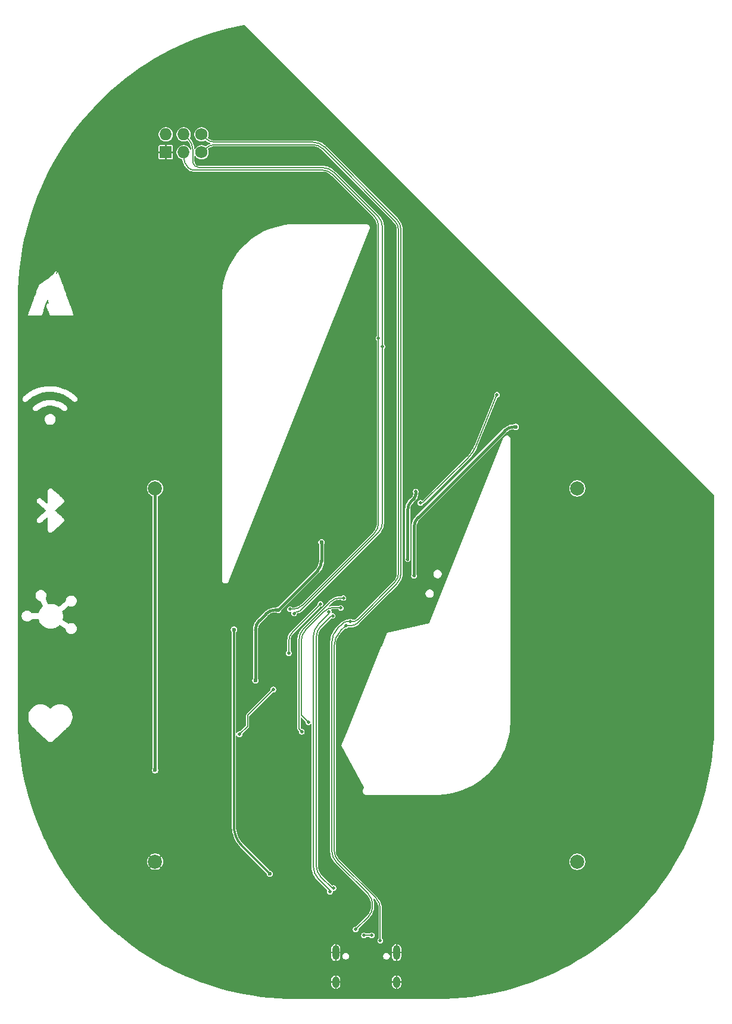
<source format=gtl>
%TF.GenerationSoftware,KiCad,Pcbnew,9.0.1*%
%TF.CreationDate,2025-06-09T08:29:22+02:00*%
%TF.ProjectId,circle-badge,63697263-6c65-42d6-9261-6467652e6b69,1.1*%
%TF.SameCoordinates,PX2faf080PY1c9c380*%
%TF.FileFunction,Copper,L1,Top*%
%TF.FilePolarity,Positive*%
%FSLAX46Y46*%
G04 Gerber Fmt 4.6, Leading zero omitted, Abs format (unit mm)*
G04 Created by KiCad (PCBNEW 9.0.1) date 2025-06-09 08:29:22*
%MOMM*%
%LPD*%
G01*
G04 APERTURE LIST*
%TA.AperFunction,HeatsinkPad*%
%ADD10O,1.000000X1.600000*%
%TD*%
%TA.AperFunction,HeatsinkPad*%
%ADD11O,1.000000X2.100000*%
%TD*%
%TA.AperFunction,ComponentPad*%
%ADD12O,1.727200X1.727200*%
%TD*%
%TA.AperFunction,ComponentPad*%
%ADD13R,1.727200X1.727200*%
%TD*%
%TA.AperFunction,ComponentPad*%
%ADD14C,1.727200*%
%TD*%
%TA.AperFunction,ComponentPad*%
%ADD15C,2.000000*%
%TD*%
%TA.AperFunction,ViaPad*%
%ADD16C,0.600000*%
%TD*%
%TA.AperFunction,ViaPad*%
%ADD17C,0.500000*%
%TD*%
%TA.AperFunction,Conductor*%
%ADD18C,0.400000*%
%TD*%
%TA.AperFunction,Conductor*%
%ADD19C,0.150000*%
%TD*%
%TA.AperFunction,Conductor*%
%ADD20C,0.200000*%
%TD*%
%TA.AperFunction,Conductor*%
%ADD21C,0.300000*%
%TD*%
G04 APERTURE END LIST*
D10*
%TO.P,J3,S1,SHIELD*%
%TO.N,GND*%
X54320000Y-137075000D03*
D11*
X54320000Y-132895000D03*
D10*
X45680000Y-137075000D03*
D11*
X45680000Y-132895000D03*
%TD*%
D12*
%TO.P,X1,1,VCC*%
%TO.N,VCC*%
X21520000Y-16750000D03*
D13*
%TO.P,X1,2,GND*%
%TO.N,GND*%
X21520000Y-19290000D03*
D12*
%TO.P,X1,3,SDA*%
%TO.N,/SDA*%
X24060000Y-16750000D03*
%TO.P,X1,4,SCL*%
%TO.N,/SCL*%
X24060000Y-19290000D03*
D14*
%TO.P,X1,5,GPIO1*%
%TO.N,/SAO_GPIO1*%
X26600000Y-16750000D03*
%TO.P,X1,6,GPIO2*%
%TO.N,/SAO_GPIO2*%
X26600000Y-19290000D03*
%TD*%
D15*
%TO.P,BT1,1,+*%
%TO.N,/PSU 2xAA USB 3v3/BAT+*%
X80000000Y-67000000D03*
%TO.P,BT1,2,-*%
%TO.N,Net-(BT1--)*%
X80000000Y-120000000D03*
%TD*%
%TO.P,BT2,1,+*%
%TO.N,Net-(BT1--)*%
X20000000Y-67000000D03*
%TO.P,BT2,2,-*%
%TO.N,GND*%
X20000000Y-120000000D03*
%TD*%
D16*
%TO.N,VCC*%
X37500000Y-84250000D03*
X34250000Y-94250000D03*
X43650000Y-74650000D03*
%TO.N,GND*%
X87500000Y-57000000D03*
X53600000Y-56600000D03*
X91500000Y-61000000D03*
X10660000Y-82840000D03*
X65050000Y-55600000D03*
X34950000Y-74600000D03*
X36000000Y-5500000D03*
X40000000Y-9500000D03*
X58000000Y-27500000D03*
X10670000Y-52750000D03*
X46000000Y-15500000D03*
X84500000Y-54000000D03*
X65900000Y-67250000D03*
X53400000Y-59000000D03*
X56000000Y-25500000D03*
X10700000Y-73500000D03*
X68000000Y-37500000D03*
X80500000Y-50000000D03*
X57000000Y-66000000D03*
X70000000Y-39500000D03*
X66000000Y-35500000D03*
X88500000Y-58000000D03*
X33000000Y-2500000D03*
X44400000Y-101900000D03*
X66350000Y-63500000D03*
D17*
X64690000Y-50950000D03*
D16*
X37000000Y-6500000D03*
X73000000Y-42500000D03*
X44200000Y-82700000D03*
X41000000Y-10500000D03*
X75250000Y-50850000D03*
X72000000Y-41500000D03*
X58750000Y-61150000D03*
X32650000Y-80250000D03*
X57000000Y-70000000D03*
X52000000Y-21500000D03*
X45700000Y-86050000D03*
X53400000Y-62000000D03*
X48320000Y-49270000D03*
X10620000Y-37700000D03*
X28600000Y-19800000D03*
X37550000Y-93450000D03*
X37950000Y-90000000D03*
X85500000Y-55000000D03*
X81500000Y-51000000D03*
X43950000Y-53900000D03*
X90500000Y-60000000D03*
X55000000Y-24500000D03*
X10660000Y-67780000D03*
X49000000Y-18500000D03*
D17*
X70210000Y-48510000D03*
D16*
X71000000Y-40500000D03*
X96500000Y-66000000D03*
D17*
X73430000Y-49290000D03*
D16*
X47800000Y-64800000D03*
X93500000Y-63000000D03*
X65000000Y-34500000D03*
X83500000Y-53000000D03*
X44050000Y-106100000D03*
X46400000Y-105150000D03*
X39950000Y-85800000D03*
X10800000Y-58400000D03*
X79500000Y-49000000D03*
D17*
X72800000Y-45720000D03*
D16*
X10750000Y-88500000D03*
X42800000Y-19800000D03*
X95500000Y-65000000D03*
X94500000Y-64000000D03*
X53400000Y-47800000D03*
X61000000Y-30500000D03*
X89500000Y-59000000D03*
X86500000Y-56000000D03*
D17*
X71450000Y-47280000D03*
X69250000Y-49660000D03*
D16*
X54000000Y-23500000D03*
X37700000Y-70450000D03*
X63000000Y-32500000D03*
X40150000Y-83100000D03*
D17*
X72380000Y-50350000D03*
D16*
X97500000Y-67000000D03*
X62000000Y-31500000D03*
X36100000Y-88000000D03*
X45000000Y-14500000D03*
D17*
X66310000Y-50560000D03*
X67960000Y-50410000D03*
D16*
X10800000Y-43400000D03*
X92500000Y-62000000D03*
X36350000Y-97050000D03*
X76500000Y-46000000D03*
X64000000Y-33500000D03*
X67050000Y-53190000D03*
X42000000Y-11500000D03*
X53000000Y-22500000D03*
X44000000Y-88200000D03*
X57600000Y-63800000D03*
X48000000Y-17500000D03*
X48700000Y-72300000D03*
X57000000Y-26500000D03*
X46400000Y-102200000D03*
D17*
X63820000Y-52030000D03*
D16*
X98500000Y-68000000D03*
X51800000Y-88650000D03*
D17*
X75410000Y-47310000D03*
D16*
X67000000Y-36500000D03*
X44000000Y-13500000D03*
X82500000Y-52000000D03*
X50200000Y-63200000D03*
X39000000Y-8500000D03*
X44000000Y-98300000D03*
X34000000Y-3500000D03*
X51000000Y-20500000D03*
X78500000Y-48000000D03*
X10700000Y-102500000D03*
D17*
X69190000Y-52960000D03*
D16*
X59000000Y-28500000D03*
X69000000Y-38500000D03*
X43000000Y-12500000D03*
X40150000Y-64350000D03*
X37200000Y-98350000D03*
X53400000Y-70800000D03*
X41850000Y-60000000D03*
X53200000Y-51400000D03*
X35000000Y-4500000D03*
X38200000Y-91800000D03*
X60000000Y-29500000D03*
X74000000Y-43500000D03*
X73900000Y-52200000D03*
X38000000Y-7500000D03*
X75000000Y-44500000D03*
X53400000Y-64200000D03*
X77500000Y-47000000D03*
X10670000Y-97820000D03*
D17*
X70570000Y-52270000D03*
D16*
X50000000Y-19500000D03*
X47000000Y-16500000D03*
D17*
%TO.N,/5 WS2812/DIN*%
X32000000Y-101900000D03*
X36800000Y-95550000D03*
%TO.N,/esp31-c3-mini/USB_D-*%
X44709731Y-84565095D03*
X49675000Y-130450000D03*
X44834835Y-124265165D03*
X50800000Y-130450000D03*
%TO.N,/esp31-c3-mini/USB_D+*%
X45365165Y-123734835D03*
X45240061Y-85095425D03*
%TO.N,/SCL*%
X39150000Y-84150000D03*
X51750000Y-45700000D03*
%TO.N,/SDA*%
X39750000Y-84750000D03*
X52300000Y-46850000D03*
%TO.N,/PSU 2xAA USB 3v3/BAT+*%
X56800000Y-79400000D03*
D16*
X71250000Y-58250000D03*
%TO.N,Net-(BT1--)*%
X20000000Y-107000000D03*
%TO.N,/PSU 2xAA USB 3v3/USB_BUS_POWER*%
X36300000Y-121700000D03*
X31200000Y-87050000D03*
D17*
%TO.N,Net-(SW1-A)*%
X55900000Y-77050000D03*
X57050000Y-67450000D03*
%TO.N,/LoRa SX1262/BUSY*%
X46400000Y-83975000D03*
X41800000Y-100200000D03*
%TO.N,/LoRa SX1262/RF_SW1*%
X39000000Y-90400000D03*
X43500000Y-83400000D03*
%TO.N,/LoRa SX1262/DIO1*%
X68600000Y-53700000D03*
X57705025Y-69055025D03*
%TO.N,/LoRa SX1262/MISO*%
X40850000Y-101550000D03*
X46759138Y-82561423D03*
%TO.N,/SAO_GPIO1*%
X52000000Y-131200000D03*
X47100000Y-86500000D03*
%TO.N,/SAO_GPIO2*%
X47700000Y-85900000D03*
X48500000Y-129600000D03*
%TD*%
D18*
%TO.N,VCC*%
X34835787Y-85714213D02*
X35714214Y-84835786D01*
X34250000Y-94250000D02*
X34250000Y-87128427D01*
X37128427Y-84250000D02*
X37500000Y-84250000D01*
X37500000Y-84250000D02*
X43064214Y-78685786D01*
X43650000Y-77271573D02*
X43650000Y-74650000D01*
X43064214Y-78685786D02*
G75*
G03*
X43649981Y-77271573I-1414214J1414186D01*
G01*
X37128427Y-84250000D02*
G75*
G03*
X35714200Y-84835772I-27J-2000000D01*
G01*
X34835787Y-85714213D02*
G75*
G03*
X34250019Y-87128427I1414213J-1414187D01*
G01*
D19*
%TO.N,/5 WS2812/DIN*%
X32000000Y-101900000D02*
X33150000Y-100750000D01*
X33150000Y-100750000D02*
X33150000Y-99200000D01*
X33150000Y-99200000D02*
X36800000Y-95550000D01*
D20*
%TO.N,/esp31-c3-mini/USB_D-*%
X44834835Y-124053034D02*
X44834835Y-124265165D01*
X43221878Y-122440077D02*
X44834835Y-124053034D01*
X42475000Y-88068202D02*
X42475000Y-120636954D01*
X44709731Y-84565095D02*
X44709731Y-84777226D01*
X44709731Y-84777226D02*
X43221877Y-86265080D01*
X50800000Y-130450000D02*
X49675000Y-130450000D01*
X42475000Y-88068202D02*
G75*
G02*
X43221876Y-86265079I2550000J2D01*
G01*
X42475000Y-120636954D02*
G75*
G03*
X43221855Y-122440100I2550000J-46D01*
G01*
%TO.N,/esp31-c3-mini/USB_D+*%
X45240061Y-85095425D02*
X45027930Y-85095425D01*
X42925000Y-88026782D02*
X42925000Y-120678374D01*
X45027930Y-85095425D02*
X43510786Y-86612569D01*
X45153034Y-123734835D02*
X45365165Y-123734835D01*
X43510787Y-122092588D02*
X45153034Y-123734835D01*
X42925000Y-120678374D02*
G75*
G03*
X43510774Y-122092601I2000000J-26D01*
G01*
X42925000Y-88026782D02*
G75*
G02*
X43510795Y-86612578I2000000J-18D01*
G01*
D19*
%TO.N,/SCL*%
X51750000Y-45700000D02*
X51750000Y-29778427D01*
X40935787Y-83564213D02*
X51164214Y-73335786D01*
X51164213Y-28364213D02*
X45185786Y-22385786D01*
X24060000Y-19981573D02*
X24060000Y-19290000D01*
X39150000Y-84150000D02*
X39521573Y-84150000D01*
X51750000Y-71921573D02*
X51750000Y-45700000D01*
X24757107Y-21507107D02*
X24645786Y-21395786D01*
X43771573Y-21800000D02*
X25464214Y-21800000D01*
X40935787Y-83564213D02*
G75*
G02*
X39521573Y-84149981I-1414187J1414213D01*
G01*
X51164213Y-28364213D02*
G75*
G02*
X51749981Y-29778427I-1414213J-1414187D01*
G01*
X51164214Y-73335786D02*
G75*
G03*
X51749981Y-71921573I-1414214J1414186D01*
G01*
X24060000Y-19981573D02*
G75*
G03*
X24645772Y-21395800I2000000J-27D01*
G01*
X25464214Y-21800000D02*
G75*
G02*
X24757100Y-21507114I-14J1000000D01*
G01*
X45185786Y-22385786D02*
G75*
G03*
X43771573Y-21800019I-1414186J-1414214D01*
G01*
%TO.N,/SDA*%
X52300000Y-71866547D02*
X52300000Y-46850000D01*
X45423655Y-22123655D02*
X51714214Y-28414214D01*
X25642893Y-21197919D02*
X25660660Y-21215686D01*
X40641421Y-84353553D02*
X51714214Y-73280760D01*
X52300000Y-29828427D02*
X52300000Y-46850000D01*
X24060000Y-16750000D02*
X24764214Y-17454214D01*
X25350000Y-18868427D02*
X25350000Y-20490812D01*
X26226345Y-21450000D02*
X43797309Y-21450000D01*
X39750000Y-84750000D02*
X39853554Y-84646446D01*
X40207107Y-84500000D02*
X40287867Y-84500000D01*
X24764214Y-17454214D02*
G75*
G02*
X25349981Y-18868427I-1414214J-1414186D01*
G01*
X51714214Y-28414214D02*
G75*
G02*
X52299981Y-29828427I-1414214J-1414186D01*
G01*
X40641421Y-84353553D02*
G75*
G02*
X40287867Y-84499977I-353521J353553D01*
G01*
X25642893Y-21197919D02*
G75*
G02*
X25349991Y-20490812I707107J707119D01*
G01*
X39853554Y-84646446D02*
G75*
G02*
X40207107Y-84500005I353546J-353554D01*
G01*
X52300000Y-71866547D02*
G75*
G02*
X51714191Y-73280737I-2000000J47D01*
G01*
X45423655Y-22123655D02*
G75*
G03*
X43797309Y-21449994I-1626355J-1626345D01*
G01*
X25660660Y-21215686D02*
G75*
G03*
X26226345Y-21449968I565640J565686D01*
G01*
D18*
%TO.N,/PSU 2xAA USB 3v3/BAT+*%
X56800000Y-72528427D02*
X56800000Y-79400000D01*
X71250000Y-58250000D02*
X71078427Y-58250000D01*
X69664213Y-58835787D02*
X57385786Y-71114214D01*
X57385786Y-71114214D02*
G75*
G03*
X56800019Y-72528427I1414214J-1414186D01*
G01*
X69664213Y-58835787D02*
G75*
G02*
X71078427Y-58250019I1414187J-1414213D01*
G01*
%TO.N,Net-(BT1--)*%
X20000000Y-107000000D02*
X20000000Y-67000000D01*
D21*
%TO.N,/PSU 2xAA USB 3v3/USB_BUS_POWER*%
X31200000Y-114943146D02*
X31200000Y-87050000D01*
X36300000Y-121700000D02*
X32371573Y-117771573D01*
X31200000Y-114943146D02*
G75*
G03*
X32371596Y-117771550I4000000J46D01*
G01*
D18*
%TO.N,Net-(SW1-A)*%
X55900000Y-70128427D02*
X55900000Y-77050000D01*
X56757107Y-68442893D02*
X56485786Y-68714214D01*
X57050000Y-67450000D02*
X57050000Y-67735786D01*
X56757107Y-68442893D02*
G75*
G03*
X57049990Y-67735786I-707107J707093D01*
G01*
X56485786Y-68714214D02*
G75*
G03*
X55900019Y-70128427I1414214J-1414186D01*
G01*
D19*
%TO.N,/LoRa SX1262/BUSY*%
X40800000Y-99200000D02*
X40800000Y-88528427D01*
X45428427Y-83900000D02*
X46325000Y-83900000D01*
X41385787Y-87114213D02*
X44014214Y-84485786D01*
X46325000Y-83900000D02*
X46400000Y-83975000D01*
X41800000Y-100200000D02*
X40800000Y-99200000D01*
X40800000Y-88528427D02*
G75*
G02*
X41385773Y-87114199I2000000J27D01*
G01*
X44014214Y-84485786D02*
G75*
G02*
X45428427Y-83900019I1414186J-1414214D01*
G01*
%TO.N,/LoRa SX1262/RF_SW1*%
X39000000Y-90400000D02*
X39000000Y-88728427D01*
X39585787Y-87314213D02*
X43500000Y-83400000D01*
X39585787Y-87314213D02*
G75*
G03*
X39000019Y-88728427I1414213J-1414187D01*
G01*
%TO.N,/LoRa SX1262/DIO1*%
X57705025Y-69055025D02*
X57814816Y-69055025D01*
X58166519Y-68910419D02*
X64480121Y-62662401D01*
X68600000Y-53700000D02*
X65585904Y-61013614D01*
X57814816Y-69055025D02*
G75*
G03*
X58166516Y-68910416I-16J500025D01*
G01*
X64480121Y-62662401D02*
G75*
G03*
X65585892Y-61013609I-3517021J3553901D01*
G01*
%TO.N,/LoRa SX1262/MISO*%
X41123655Y-86881370D02*
X44857816Y-83147209D01*
X40450000Y-101150000D02*
X40450000Y-88507716D01*
X40850000Y-101550000D02*
X40450000Y-101150000D01*
X46272029Y-82561423D02*
X46759138Y-82561423D01*
X40450000Y-88507716D02*
G75*
G02*
X41123647Y-86881362I2300000J16D01*
G01*
X44857816Y-83147209D02*
G75*
G02*
X46272029Y-82561437I1414184J-1414191D01*
G01*
%TO.N,/SAO_GPIO1*%
X51414213Y-125214213D02*
X46035786Y-119835786D01*
X52000000Y-131200000D02*
X52000000Y-126628427D01*
X46328680Y-87271320D02*
X47100000Y-86500000D01*
X48839340Y-86060660D02*
X54276346Y-80623654D01*
X42442284Y-17850000D02*
X28528427Y-17850000D01*
X27114213Y-17264213D02*
X26600000Y-16750000D01*
X54276345Y-28731370D02*
X44068629Y-18523654D01*
X47100000Y-86500000D02*
X47778680Y-86500000D01*
X45450000Y-118421573D02*
X45450000Y-89392641D01*
X54950000Y-78997309D02*
X54950000Y-30357716D01*
X44068629Y-18523654D02*
G75*
G03*
X42442284Y-17850011I-1626329J-1626346D01*
G01*
X54276345Y-28731370D02*
G75*
G02*
X54949989Y-30357716I-1626345J-1626330D01*
G01*
X45450000Y-118421573D02*
G75*
G03*
X46035772Y-119835800I2000000J-27D01*
G01*
X47778680Y-86500000D02*
G75*
G03*
X48839350Y-86060670I20J1500000D01*
G01*
X52000000Y-126628427D02*
G75*
G03*
X51414227Y-125214199I-2000000J27D01*
G01*
X46328680Y-87271320D02*
G75*
G03*
X45450029Y-89392641I2121320J-2121280D01*
G01*
X54276346Y-80623654D02*
G75*
G03*
X54950006Y-78997309I-1626346J1626354D01*
G01*
X27114213Y-17264213D02*
G75*
G03*
X28528427Y-17849981I1414187J1414213D01*
G01*
%TO.N,/SAO_GPIO2*%
X54014213Y-28964213D02*
X43835786Y-18785786D01*
X48500000Y-129600000D02*
X50314214Y-127785786D01*
X48797919Y-85607107D02*
X54014214Y-80390812D01*
X50900000Y-126371573D02*
X50900000Y-126023401D01*
X42421573Y-18200000D02*
X28518427Y-18200000D01*
X50314213Y-124609187D02*
X45773654Y-120068628D01*
X47314214Y-85900000D02*
X47700000Y-85900000D01*
X27104213Y-18785787D02*
X26600000Y-19290000D01*
X45100000Y-118442283D02*
X45100000Y-88942641D01*
X47700000Y-85900000D02*
X48090812Y-85900000D01*
X45978680Y-86821320D02*
X46607107Y-86192893D01*
X54600000Y-78976599D02*
X54600000Y-30378427D01*
X54014214Y-80390812D02*
G75*
G03*
X54599999Y-78976599I-1414214J1414212D01*
G01*
X45978680Y-86821320D02*
G75*
G03*
X45100029Y-88942641I2121320J-2121280D01*
G01*
X54014213Y-28964213D02*
G75*
G02*
X54599981Y-30378427I-1414213J-1414187D01*
G01*
X47314214Y-85900000D02*
G75*
G03*
X46607100Y-86192886I-14J-1000000D01*
G01*
X27104213Y-18785787D02*
G75*
G02*
X28518427Y-18200019I1414187J-1414213D01*
G01*
X45773654Y-120068628D02*
G75*
G02*
X45100012Y-118442283I1626346J1626328D01*
G01*
X48797919Y-85607107D02*
G75*
G02*
X48090812Y-85900009I-707119J707107D01*
G01*
X42421573Y-18200000D02*
G75*
G02*
X43835800Y-18785772I27J-2000000D01*
G01*
X50900000Y-126023401D02*
G75*
G03*
X50314214Y-124609186I-2000000J1D01*
G01*
X50314214Y-127785786D02*
G75*
G03*
X50899981Y-126371573I-1414214J1414186D01*
G01*
%TD*%
%TA.AperFunction,Conductor*%
%TO.N,GND*%
G36*
X32702450Y-1204009D02*
G01*
X32712226Y-1212226D01*
X99477826Y-67977826D01*
X99499500Y-68030152D01*
X99499500Y-99999410D01*
X99499491Y-100000572D01*
X99480027Y-101239545D01*
X99479954Y-101241869D01*
X99421611Y-102479034D01*
X99421465Y-102481354D01*
X99324290Y-103716080D01*
X99324071Y-103718394D01*
X99188164Y-104949430D01*
X99187873Y-104951737D01*
X99013358Y-106177942D01*
X99012994Y-106180238D01*
X98800052Y-107400338D01*
X98799616Y-107402621D01*
X98548460Y-108615405D01*
X98547953Y-108617674D01*
X98258823Y-109821989D01*
X98258245Y-109824241D01*
X97931430Y-111018874D01*
X97930782Y-111021106D01*
X97566593Y-112204923D01*
X97565874Y-112207134D01*
X97164700Y-113378867D01*
X97163913Y-113381054D01*
X96726116Y-114539648D01*
X96725260Y-114541810D01*
X96251294Y-115686068D01*
X96250371Y-115688201D01*
X95740689Y-116817020D01*
X95739699Y-116819123D01*
X95194832Y-117931335D01*
X95193777Y-117933407D01*
X94614217Y-119028005D01*
X94613097Y-119030042D01*
X93999447Y-120105885D01*
X93998263Y-120107886D01*
X93351149Y-121163881D01*
X93349904Y-121165844D01*
X92669895Y-122201058D01*
X92668588Y-122202980D01*
X91956444Y-123216259D01*
X91955078Y-123218140D01*
X91211424Y-124208593D01*
X91209999Y-124210430D01*
X90435609Y-125177028D01*
X90434127Y-125178819D01*
X89629775Y-126120594D01*
X89628238Y-126122338D01*
X88794674Y-127038412D01*
X88793082Y-127040107D01*
X87931172Y-127929529D01*
X87929529Y-127931172D01*
X87040107Y-128793082D01*
X87038412Y-128794674D01*
X86122338Y-129628238D01*
X86120594Y-129629775D01*
X85178819Y-130434127D01*
X85177028Y-130435609D01*
X84210430Y-131209999D01*
X84208593Y-131211424D01*
X83218140Y-131955078D01*
X83216259Y-131956444D01*
X82202980Y-132668588D01*
X82201058Y-132669895D01*
X81165844Y-133349904D01*
X81163881Y-133351149D01*
X80107886Y-133998263D01*
X80105885Y-133999447D01*
X79030042Y-134613097D01*
X79028005Y-134614217D01*
X77933407Y-135193777D01*
X77931335Y-135194832D01*
X76819123Y-135739699D01*
X76817020Y-135740689D01*
X75688201Y-136250371D01*
X75686068Y-136251294D01*
X74541810Y-136725260D01*
X74539648Y-136726116D01*
X73381054Y-137163913D01*
X73378867Y-137164700D01*
X72207134Y-137565874D01*
X72204923Y-137566593D01*
X71021106Y-137930782D01*
X71018874Y-137931430D01*
X69824241Y-138258245D01*
X69821989Y-138258823D01*
X68617674Y-138547953D01*
X68615405Y-138548460D01*
X67402621Y-138799616D01*
X67400338Y-138800052D01*
X66180238Y-139012994D01*
X66177942Y-139013358D01*
X64951737Y-139187873D01*
X64949430Y-139188164D01*
X63718394Y-139324071D01*
X63716080Y-139324290D01*
X62481354Y-139421465D01*
X62479034Y-139421611D01*
X61241869Y-139479954D01*
X61239545Y-139480027D01*
X60000573Y-139499491D01*
X59999411Y-139499500D01*
X40000589Y-139499500D01*
X39999427Y-139499491D01*
X38760454Y-139480027D01*
X38758130Y-139479954D01*
X37520965Y-139421611D01*
X37518645Y-139421465D01*
X36283919Y-139324290D01*
X36281605Y-139324071D01*
X35050569Y-139188164D01*
X35048262Y-139187873D01*
X33822057Y-139013358D01*
X33819761Y-139012994D01*
X32599661Y-138800052D01*
X32597378Y-138799616D01*
X31384594Y-138548460D01*
X31382325Y-138547953D01*
X30178010Y-138258823D01*
X30175758Y-138258245D01*
X28981125Y-137931430D01*
X28978893Y-137930782D01*
X27795076Y-137566593D01*
X27792865Y-137565874D01*
X26766171Y-137214358D01*
X26621132Y-137164700D01*
X26618945Y-137163913D01*
X25593871Y-136776569D01*
X25460351Y-136726116D01*
X25458189Y-136725260D01*
X25423716Y-136710981D01*
X45030000Y-136710981D01*
X45030000Y-136975000D01*
X45380000Y-136975000D01*
X45380000Y-137175000D01*
X45030000Y-137175000D01*
X45030000Y-137439018D01*
X45054977Y-137564591D01*
X45054979Y-137564598D01*
X45103978Y-137682890D01*
X45175111Y-137789350D01*
X45265649Y-137879888D01*
X45372109Y-137951021D01*
X45490401Y-138000020D01*
X45490408Y-138000022D01*
X45579999Y-138017842D01*
X45580000Y-138017842D01*
X45580000Y-137658788D01*
X45640504Y-137675000D01*
X45719496Y-137675000D01*
X45780000Y-137658788D01*
X45780000Y-138017842D01*
X45869591Y-138000022D01*
X45869598Y-138000020D01*
X45987890Y-137951021D01*
X46094350Y-137879888D01*
X46094352Y-137879887D01*
X46184887Y-137789352D01*
X46184888Y-137789350D01*
X46256021Y-137682890D01*
X46305020Y-137564598D01*
X46305022Y-137564591D01*
X46330000Y-137439018D01*
X46330000Y-137175000D01*
X45980000Y-137175000D01*
X45980000Y-136975000D01*
X46330000Y-136975000D01*
X46330000Y-136710981D01*
X53670000Y-136710981D01*
X53670000Y-136975000D01*
X54020000Y-136975000D01*
X54020000Y-137175000D01*
X53670000Y-137175000D01*
X53670000Y-137439018D01*
X53694977Y-137564591D01*
X53694979Y-137564598D01*
X53743978Y-137682890D01*
X53815111Y-137789350D01*
X53905649Y-137879888D01*
X54012109Y-137951021D01*
X54130401Y-138000020D01*
X54130408Y-138000022D01*
X54219999Y-138017842D01*
X54220000Y-138017842D01*
X54220000Y-137658788D01*
X54280504Y-137675000D01*
X54359496Y-137675000D01*
X54420000Y-137658788D01*
X54420000Y-138017842D01*
X54509591Y-138000022D01*
X54509598Y-138000020D01*
X54627890Y-137951021D01*
X54734350Y-137879888D01*
X54734352Y-137879887D01*
X54824887Y-137789352D01*
X54824888Y-137789350D01*
X54896021Y-137682890D01*
X54945020Y-137564598D01*
X54945022Y-137564591D01*
X54970000Y-137439018D01*
X54970000Y-137175000D01*
X54620000Y-137175000D01*
X54620000Y-136975000D01*
X54970000Y-136975000D01*
X54970000Y-136710981D01*
X54945022Y-136585408D01*
X54945020Y-136585401D01*
X54896021Y-136467109D01*
X54824888Y-136360649D01*
X54734350Y-136270111D01*
X54627890Y-136198978D01*
X54509598Y-136149979D01*
X54509591Y-136149977D01*
X54420000Y-136132156D01*
X54420000Y-136491211D01*
X54359496Y-136475000D01*
X54280504Y-136475000D01*
X54220000Y-136491211D01*
X54220000Y-136132157D01*
X54219999Y-136132156D01*
X54130408Y-136149977D01*
X54130401Y-136149979D01*
X54012109Y-136198978D01*
X53905649Y-136270111D01*
X53905648Y-136270113D01*
X53815113Y-136360648D01*
X53815111Y-136360649D01*
X53743978Y-136467109D01*
X53694979Y-136585401D01*
X53694977Y-136585408D01*
X53670000Y-136710981D01*
X46330000Y-136710981D01*
X46305022Y-136585408D01*
X46305020Y-136585401D01*
X46256021Y-136467109D01*
X46184888Y-136360649D01*
X46094350Y-136270111D01*
X45987890Y-136198978D01*
X45869598Y-136149979D01*
X45869591Y-136149977D01*
X45780000Y-136132156D01*
X45780000Y-136491211D01*
X45719496Y-136475000D01*
X45640504Y-136475000D01*
X45580000Y-136491211D01*
X45580000Y-136132157D01*
X45579999Y-136132156D01*
X45490408Y-136149977D01*
X45490401Y-136149979D01*
X45372109Y-136198978D01*
X45265649Y-136270111D01*
X45265648Y-136270113D01*
X45175113Y-136360648D01*
X45175111Y-136360649D01*
X45103978Y-136467109D01*
X45054979Y-136585401D01*
X45054977Y-136585408D01*
X45030000Y-136710981D01*
X25423716Y-136710981D01*
X24359364Y-136270113D01*
X24313923Y-136251290D01*
X24311798Y-136250371D01*
X24197975Y-136198978D01*
X23182979Y-135740689D01*
X23180876Y-135739699D01*
X22068664Y-135194832D01*
X22066592Y-135193777D01*
X20971994Y-134614217D01*
X20969957Y-134613097D01*
X19894114Y-133999447D01*
X19892113Y-133998263D01*
X19053721Y-133484496D01*
X18836104Y-133351140D01*
X18834155Y-133349904D01*
X18807506Y-133332399D01*
X17798941Y-132669895D01*
X17797019Y-132668588D01*
X17326482Y-132337889D01*
X17245510Y-132280981D01*
X45030000Y-132280981D01*
X45030000Y-132795000D01*
X45380000Y-132795000D01*
X45380000Y-132995000D01*
X45030000Y-132995000D01*
X45030000Y-133509018D01*
X45054977Y-133634591D01*
X45054979Y-133634598D01*
X45103978Y-133752890D01*
X45175111Y-133859350D01*
X45265649Y-133949888D01*
X45372109Y-134021021D01*
X45490401Y-134070020D01*
X45490408Y-134070022D01*
X45579999Y-134087842D01*
X45580000Y-134087842D01*
X45580000Y-133728788D01*
X45640504Y-133745000D01*
X45719496Y-133745000D01*
X45780000Y-133728788D01*
X45780000Y-134087842D01*
X45869591Y-134070022D01*
X45869598Y-134070020D01*
X45987890Y-134021021D01*
X46094350Y-133949888D01*
X46094352Y-133949887D01*
X46184887Y-133859352D01*
X46184888Y-133859350D01*
X46256021Y-133752890D01*
X46305020Y-133634598D01*
X46305022Y-133634591D01*
X46330000Y-133509018D01*
X46330000Y-133332396D01*
X46634500Y-133332396D01*
X46634500Y-133457603D01*
X46666904Y-133578535D01*
X46728406Y-133685060D01*
X46729505Y-133686964D01*
X46818036Y-133775495D01*
X46926464Y-133838095D01*
X46926463Y-133838095D01*
X46996286Y-133856804D01*
X47047396Y-133870499D01*
X47047397Y-133870500D01*
X47047399Y-133870500D01*
X47172603Y-133870500D01*
X47172603Y-133870499D01*
X47293536Y-133838095D01*
X47401964Y-133775495D01*
X47490495Y-133686964D01*
X47553095Y-133578536D01*
X47585499Y-133457603D01*
X47585500Y-133457603D01*
X47585500Y-133332397D01*
X47585499Y-133332396D01*
X52414500Y-133332396D01*
X52414500Y-133457603D01*
X52446904Y-133578535D01*
X52508406Y-133685060D01*
X52509505Y-133686964D01*
X52598036Y-133775495D01*
X52706464Y-133838095D01*
X52706463Y-133838095D01*
X52776286Y-133856804D01*
X52827396Y-133870499D01*
X52827397Y-133870500D01*
X52827399Y-133870500D01*
X52952603Y-133870500D01*
X52952603Y-133870499D01*
X53073536Y-133838095D01*
X53181964Y-133775495D01*
X53270495Y-133686964D01*
X53333095Y-133578536D01*
X53365499Y-133457603D01*
X53365500Y-133457603D01*
X53365500Y-133332397D01*
X53365499Y-133332396D01*
X53333095Y-133211464D01*
X53270495Y-133103036D01*
X53181963Y-133014504D01*
X53073534Y-132951904D01*
X53073536Y-132951904D01*
X52952603Y-132919500D01*
X52952601Y-132919500D01*
X52827399Y-132919500D01*
X52827397Y-132919500D01*
X52706464Y-132951904D01*
X52598036Y-133014504D01*
X52509504Y-133103036D01*
X52446904Y-133211464D01*
X52414500Y-133332396D01*
X47585499Y-133332396D01*
X47553095Y-133211464D01*
X47490495Y-133103036D01*
X47401963Y-133014504D01*
X47293534Y-132951904D01*
X47293536Y-132951904D01*
X47172603Y-132919500D01*
X47172601Y-132919500D01*
X47047399Y-132919500D01*
X47047397Y-132919500D01*
X46926464Y-132951904D01*
X46818036Y-133014504D01*
X46729504Y-133103036D01*
X46666904Y-133211464D01*
X46634500Y-133332396D01*
X46330000Y-133332396D01*
X46330000Y-132995000D01*
X45980000Y-132995000D01*
X45980000Y-132795000D01*
X46330000Y-132795000D01*
X46330000Y-132280981D01*
X53670000Y-132280981D01*
X53670000Y-132795000D01*
X54020000Y-132795000D01*
X54020000Y-132995000D01*
X53670000Y-132995000D01*
X53670000Y-133509018D01*
X53694977Y-133634591D01*
X53694979Y-133634598D01*
X53743978Y-133752890D01*
X53815111Y-133859350D01*
X53905649Y-133949888D01*
X54012109Y-134021021D01*
X54130401Y-134070020D01*
X54130408Y-134070022D01*
X54219999Y-134087842D01*
X54220000Y-134087842D01*
X54220000Y-133728788D01*
X54280504Y-133745000D01*
X54359496Y-133745000D01*
X54420000Y-133728788D01*
X54420000Y-134087842D01*
X54509591Y-134070022D01*
X54509598Y-134070020D01*
X54627890Y-134021021D01*
X54734350Y-133949888D01*
X54734352Y-133949887D01*
X54824887Y-133859352D01*
X54824888Y-133859350D01*
X54896021Y-133752890D01*
X54945020Y-133634598D01*
X54945022Y-133634591D01*
X54970000Y-133509018D01*
X54970000Y-132995000D01*
X54620000Y-132995000D01*
X54620000Y-132795000D01*
X54970000Y-132795000D01*
X54970000Y-132280981D01*
X54945022Y-132155408D01*
X54945020Y-132155401D01*
X54896021Y-132037109D01*
X54824888Y-131930649D01*
X54734350Y-131840111D01*
X54627890Y-131768978D01*
X54509598Y-131719979D01*
X54509591Y-131719977D01*
X54420000Y-131702156D01*
X54420000Y-132061211D01*
X54359496Y-132045000D01*
X54280504Y-132045000D01*
X54220000Y-132061211D01*
X54220000Y-131702157D01*
X54219999Y-131702156D01*
X54130408Y-131719977D01*
X54130401Y-131719979D01*
X54012109Y-131768978D01*
X53905649Y-131840111D01*
X53905648Y-131840113D01*
X53815113Y-131930648D01*
X53815111Y-131930649D01*
X53743978Y-132037109D01*
X53694979Y-132155401D01*
X53694977Y-132155408D01*
X53670000Y-132280981D01*
X46330000Y-132280981D01*
X46305022Y-132155408D01*
X46305020Y-132155401D01*
X46256021Y-132037109D01*
X46184888Y-131930649D01*
X46094350Y-131840111D01*
X45987890Y-131768978D01*
X45869598Y-131719979D01*
X45869591Y-131719977D01*
X45780000Y-131702156D01*
X45780000Y-132061211D01*
X45719496Y-132045000D01*
X45640504Y-132045000D01*
X45580000Y-132061211D01*
X45580000Y-131702157D01*
X45579999Y-131702156D01*
X45490408Y-131719977D01*
X45490401Y-131719979D01*
X45372109Y-131768978D01*
X45265649Y-131840111D01*
X45265648Y-131840113D01*
X45175113Y-131930648D01*
X45175111Y-131930649D01*
X45103978Y-132037109D01*
X45054979Y-132155401D01*
X45054977Y-132155408D01*
X45030000Y-132280981D01*
X17245510Y-132280981D01*
X16783740Y-131956444D01*
X16781859Y-131955078D01*
X15791406Y-131211424D01*
X15789569Y-131209999D01*
X14841152Y-130450175D01*
X14841152Y-130450174D01*
X14822971Y-130435608D01*
X14821180Y-130434127D01*
X14778026Y-130397270D01*
X49274500Y-130397270D01*
X49274500Y-130502729D01*
X49301791Y-130604582D01*
X49301792Y-130604585D01*
X49301793Y-130604587D01*
X49354520Y-130695913D01*
X49429087Y-130770480D01*
X49520413Y-130823207D01*
X49622270Y-130850499D01*
X49622271Y-130850500D01*
X49622273Y-130850500D01*
X49727729Y-130850500D01*
X49727729Y-130850499D01*
X49829587Y-130823207D01*
X49920913Y-130770480D01*
X49969219Y-130722174D01*
X50021545Y-130700500D01*
X50453455Y-130700500D01*
X50505781Y-130722174D01*
X50554087Y-130770480D01*
X50645413Y-130823207D01*
X50747270Y-130850499D01*
X50747271Y-130850500D01*
X50747273Y-130850500D01*
X50852729Y-130850500D01*
X50852729Y-130850499D01*
X50954587Y-130823207D01*
X51045913Y-130770480D01*
X51120480Y-130695913D01*
X51173207Y-130604587D01*
X51200499Y-130502729D01*
X51200500Y-130502729D01*
X51200500Y-130397271D01*
X51200499Y-130397270D01*
X51173208Y-130295417D01*
X51173207Y-130295413D01*
X51120480Y-130204087D01*
X51045913Y-130129520D01*
X50954591Y-130076795D01*
X50954582Y-130076791D01*
X50852729Y-130049500D01*
X50852727Y-130049500D01*
X50747273Y-130049500D01*
X50747271Y-130049500D01*
X50645417Y-130076791D01*
X50645408Y-130076795D01*
X50554086Y-130129520D01*
X50505781Y-130177826D01*
X50453455Y-130199500D01*
X50021545Y-130199500D01*
X49969219Y-130177826D01*
X49920913Y-130129520D01*
X49829591Y-130076795D01*
X49829582Y-130076791D01*
X49727729Y-130049500D01*
X49727727Y-130049500D01*
X49622273Y-130049500D01*
X49622271Y-130049500D01*
X49520417Y-130076791D01*
X49520408Y-130076795D01*
X49429086Y-130129520D01*
X49354520Y-130204086D01*
X49301795Y-130295408D01*
X49301791Y-130295417D01*
X49274500Y-130397270D01*
X14778026Y-130397270D01*
X14723209Y-130350452D01*
X13879393Y-129629765D01*
X13877661Y-129628238D01*
X13790641Y-129549056D01*
X12961586Y-128794673D01*
X12959892Y-128793082D01*
X12070470Y-127931172D01*
X12068827Y-127929529D01*
X11206917Y-127040107D01*
X11205325Y-127038412D01*
X11012130Y-126826094D01*
X10371747Y-126122322D01*
X10370224Y-126120594D01*
X10287213Y-126023401D01*
X9565867Y-125178814D01*
X9564390Y-125177028D01*
X9531641Y-125136151D01*
X9208418Y-124732702D01*
X8790000Y-124210430D01*
X8788575Y-124208593D01*
X8044921Y-123218140D01*
X8043555Y-123216259D01*
X7594044Y-122576669D01*
X7331401Y-122202965D01*
X7330104Y-122201058D01*
X7296893Y-122150499D01*
X6650076Y-121165814D01*
X6648870Y-121163912D01*
X6100717Y-120269409D01*
X6001736Y-120107886D01*
X6000552Y-120105885D01*
X5907787Y-119943250D01*
X5888531Y-119909491D01*
X18850000Y-119909491D01*
X18850000Y-120090508D01*
X18878316Y-120269289D01*
X18878319Y-120269302D01*
X18934251Y-120441443D01*
X19016431Y-120602728D01*
X19117179Y-120741398D01*
X19669324Y-120189253D01*
X19695124Y-120233940D01*
X19766060Y-120304876D01*
X19810745Y-120330675D01*
X19258600Y-120882819D01*
X19397271Y-120983568D01*
X19558556Y-121065748D01*
X19558555Y-121065748D01*
X19730697Y-121121680D01*
X19730710Y-121121683D01*
X19909491Y-121150000D01*
X20090509Y-121150000D01*
X20269289Y-121121683D01*
X20269302Y-121121680D01*
X20441443Y-121065748D01*
X20602732Y-120983566D01*
X20602733Y-120983566D01*
X20741398Y-120882820D01*
X20189254Y-120330675D01*
X20233940Y-120304876D01*
X20304876Y-120233940D01*
X20330675Y-120189253D01*
X20882820Y-120741398D01*
X20983566Y-120602733D01*
X20983566Y-120602732D01*
X21065748Y-120441443D01*
X21121680Y-120269302D01*
X21121683Y-120269289D01*
X21150000Y-120090508D01*
X21150000Y-119909491D01*
X21121683Y-119730710D01*
X21121680Y-119730697D01*
X21065748Y-119558556D01*
X20983568Y-119397271D01*
X20882819Y-119258600D01*
X20330674Y-119810744D01*
X20304876Y-119766060D01*
X20233940Y-119695124D01*
X20189253Y-119669323D01*
X20741398Y-119117179D01*
X20602728Y-119016431D01*
X20441443Y-118934251D01*
X20441444Y-118934251D01*
X20269302Y-118878319D01*
X20269289Y-118878316D01*
X20090509Y-118850000D01*
X19909491Y-118850000D01*
X19730710Y-118878316D01*
X19730697Y-118878319D01*
X19558558Y-118934250D01*
X19397273Y-119016429D01*
X19258600Y-119117179D01*
X19810745Y-119669324D01*
X19766060Y-119695124D01*
X19695124Y-119766060D01*
X19669324Y-119810745D01*
X19117179Y-119258600D01*
X19016429Y-119397273D01*
X18934250Y-119558558D01*
X18878319Y-119730697D01*
X18878316Y-119730710D01*
X18850000Y-119909491D01*
X5888531Y-119909491D01*
X5473604Y-119182046D01*
X5386902Y-119030042D01*
X5385782Y-119028005D01*
X4806222Y-117933407D01*
X4805167Y-117931335D01*
X4260291Y-116819104D01*
X4259310Y-116817020D01*
X4248418Y-116792896D01*
X3749611Y-115688163D01*
X3748721Y-115686106D01*
X3274739Y-114541810D01*
X3273883Y-114539648D01*
X3088419Y-114048833D01*
X2836074Y-113381021D01*
X2835311Y-113378902D01*
X2434116Y-112207108D01*
X2433406Y-112204923D01*
X2069217Y-111021106D01*
X2068569Y-111018874D01*
X1926900Y-110501021D01*
X1741753Y-109824239D01*
X1741176Y-109821989D01*
X1659253Y-109480755D01*
X1452044Y-108617668D01*
X1451539Y-108615405D01*
X1447397Y-108595405D01*
X1200373Y-107402572D01*
X1199956Y-107400385D01*
X986999Y-106180201D01*
X986646Y-106177979D01*
X812119Y-104951686D01*
X811841Y-104949482D01*
X675925Y-103718368D01*
X675709Y-103716080D01*
X658703Y-103500001D01*
X578532Y-102481335D01*
X578388Y-102479034D01*
X520043Y-101241824D01*
X519973Y-101239590D01*
X500509Y-100000572D01*
X500500Y-99999410D01*
X500500Y-99426826D01*
X1983021Y-99426826D01*
X1983021Y-99426842D01*
X1994696Y-99658549D01*
X1994697Y-99658560D01*
X2043021Y-99936080D01*
X2043025Y-99936095D01*
X2128571Y-100194234D01*
X2128574Y-100194241D01*
X2251086Y-100432274D01*
X2251092Y-100432284D01*
X2410293Y-100649419D01*
X2410295Y-100649421D01*
X2416728Y-100656529D01*
X2433803Y-100673895D01*
X2455906Y-100696376D01*
X2507031Y-100746464D01*
X2521827Y-100760960D01*
X2556955Y-100794853D01*
X2611499Y-100847481D01*
X2721878Y-100953082D01*
X2753936Y-100983583D01*
X2849873Y-101074862D01*
X2992554Y-101210080D01*
X2992595Y-101210119D01*
X3146820Y-101355827D01*
X3146821Y-101355827D01*
X3146856Y-101355860D01*
X3309753Y-101509364D01*
X3328293Y-101526795D01*
X3478188Y-101667728D01*
X3649251Y-101828221D01*
X3819713Y-101987818D01*
X3819714Y-101987818D01*
X3952651Y-102112013D01*
X3986750Y-102143869D01*
X3986782Y-102143899D01*
X3986781Y-102143899D01*
X4147179Y-102293393D01*
X4232646Y-102372831D01*
X4298118Y-102433685D01*
X4436426Y-102561802D01*
X4436487Y-102561858D01*
X4436486Y-102561858D01*
X4559026Y-102674860D01*
X4663195Y-102770299D01*
X4745525Y-102844934D01*
X4803183Y-102896104D01*
X4833124Y-102920953D01*
X4833128Y-102920957D01*
X4833324Y-102921096D01*
X4833331Y-102921100D01*
X4900214Y-102959929D01*
X4941032Y-102976785D01*
X4969188Y-102988412D01*
X4970782Y-102989070D01*
X4970789Y-102989073D01*
X5021509Y-102999814D01*
X5021514Y-102999815D01*
X5067029Y-103001385D01*
X5130744Y-103003583D01*
X5130745Y-103003582D01*
X5130751Y-103003583D01*
X5243067Y-102988412D01*
X5337129Y-102956217D01*
X5357219Y-102942243D01*
X5408885Y-102899808D01*
X5486024Y-102832828D01*
X5585695Y-102744064D01*
X5704956Y-102636273D01*
X5840866Y-102512212D01*
X5990484Y-102374641D01*
X6150869Y-102226316D01*
X6319077Y-102069997D01*
X6492169Y-101908441D01*
X6667203Y-101744406D01*
X6817772Y-101602729D01*
X6841181Y-101580703D01*
X6920665Y-101505600D01*
X7011330Y-101419932D01*
X7174540Y-101265010D01*
X7327927Y-101118641D01*
X7468547Y-100983583D01*
X7502480Y-100950717D01*
X7526860Y-100927102D01*
X7593461Y-100862595D01*
X7699726Y-100758435D01*
X7784401Y-100673861D01*
X7844545Y-100611630D01*
X7877216Y-100574502D01*
X7998985Y-100390441D01*
X8114721Y-100148990D01*
X8195343Y-99891922D01*
X8239976Y-99624886D01*
X8247742Y-99353533D01*
X8217768Y-99083513D01*
X8149176Y-98820475D01*
X8128268Y-98762737D01*
X8014193Y-98522019D01*
X7865786Y-98303973D01*
X7865783Y-98303970D01*
X7865782Y-98303968D01*
X7685695Y-98111122D01*
X7476563Y-97945981D01*
X7476560Y-97945979D01*
X7241045Y-97811077D01*
X6981775Y-97708924D01*
X6967760Y-97704652D01*
X6949811Y-97699181D01*
X6883109Y-97681891D01*
X6883105Y-97681890D01*
X6883104Y-97681890D01*
X6815809Y-97670342D01*
X6787856Y-97667880D01*
X6737445Y-97663440D01*
X6637615Y-97660098D01*
X6637613Y-97660097D01*
X6637584Y-97660097D01*
X6505896Y-97659225D01*
X6385975Y-97660475D01*
X6238469Y-97667879D01*
X6113605Y-97683954D01*
X6113598Y-97683956D01*
X5999809Y-97710992D01*
X5999792Y-97710997D01*
X5885555Y-97751274D01*
X5885548Y-97751277D01*
X5885542Y-97751279D01*
X5885541Y-97751280D01*
X5759251Y-97807104D01*
X5759241Y-97807108D01*
X5759241Y-97807109D01*
X5759226Y-97807115D01*
X5657424Y-97858046D01*
X5657418Y-97858049D01*
X5657415Y-97858051D01*
X5629381Y-97874761D01*
X5521498Y-97939070D01*
X5395056Y-98033859D01*
X5262131Y-98153542D01*
X5170282Y-98241724D01*
X5117526Y-98262328D01*
X5068808Y-98242689D01*
X4976107Y-98157017D01*
X4954531Y-98137306D01*
X4954527Y-98137303D01*
X4954522Y-98137298D01*
X4954506Y-98137285D01*
X4730670Y-97959160D01*
X4730661Y-97959154D01*
X4559383Y-97858051D01*
X4498393Y-97822049D01*
X4498390Y-97822047D01*
X4498387Y-97822046D01*
X4255679Y-97725148D01*
X4255680Y-97725148D01*
X4000468Y-97667617D01*
X4000462Y-97667616D01*
X3730727Y-97648624D01*
X3593558Y-97653603D01*
X3325533Y-97693435D01*
X3325527Y-97693436D01*
X3072075Y-97771768D01*
X3072065Y-97771772D01*
X2836164Y-97887003D01*
X2836155Y-97887008D01*
X2620758Y-98037549D01*
X2428843Y-98221796D01*
X2263389Y-98438143D01*
X2263374Y-98438164D01*
X2226887Y-98496170D01*
X2226874Y-98496194D01*
X2116717Y-98708921D01*
X2116714Y-98708927D01*
X2040897Y-98929494D01*
X1997105Y-99166066D01*
X1997103Y-99166083D01*
X1983021Y-99426826D01*
X500500Y-99426826D01*
X500500Y-85131174D01*
X1028947Y-85131174D01*
X1029141Y-85170576D01*
X1032492Y-85258159D01*
X1042533Y-85325370D01*
X1042534Y-85325372D01*
X1062521Y-85388415D01*
X1095705Y-85463475D01*
X1098913Y-85470196D01*
X1195422Y-85626575D01*
X1195425Y-85626578D01*
X1319089Y-85750689D01*
X1319090Y-85750690D01*
X1412242Y-85807734D01*
X1471205Y-85843842D01*
X1637140Y-85900506D01*
X1811112Y-85919203D01*
X1971898Y-85900506D01*
X1982906Y-85899226D01*
X2025347Y-85884380D01*
X2146681Y-85841939D01*
X2293406Y-85750690D01*
X2296601Y-85748703D01*
X2296601Y-85748702D01*
X2296604Y-85748701D01*
X2426838Y-85620875D01*
X2484052Y-85550995D01*
X2533971Y-85524239D01*
X2541309Y-85523874D01*
X2958351Y-85523874D01*
X3353642Y-85523874D01*
X3405968Y-85545548D01*
X3425127Y-85578747D01*
X3434055Y-85612114D01*
X3434552Y-85613971D01*
X3434558Y-85613993D01*
X3500463Y-85809071D01*
X3500465Y-85809075D01*
X3570498Y-85948002D01*
X3616079Y-86038423D01*
X3764929Y-86248064D01*
X3943188Y-86434621D01*
X4102576Y-86559808D01*
X4147030Y-86594723D01*
X4147035Y-86594725D01*
X4372628Y-86724996D01*
X4372634Y-86724998D01*
X4372641Y-86725002D01*
X4612081Y-86820444D01*
X4616159Y-86822070D01*
X4873797Y-86882573D01*
X4982462Y-86893809D01*
X5137006Y-86897258D01*
X5171151Y-86895766D01*
X5299742Y-86890149D01*
X5299748Y-86890148D01*
X5299754Y-86890148D01*
X5454108Y-86873299D01*
X5550165Y-86854163D01*
X5583463Y-86847531D01*
X5583465Y-86847530D01*
X5583472Y-86847529D01*
X5629919Y-86834020D01*
X5784620Y-86776805D01*
X5942569Y-86702357D01*
X6092534Y-86616892D01*
X6124645Y-86594725D01*
X6223278Y-86526635D01*
X6223279Y-86526633D01*
X6223285Y-86526630D01*
X6323590Y-86437787D01*
X6337608Y-86423501D01*
X6341436Y-86419872D01*
X6361743Y-86401963D01*
X6415323Y-86383610D01*
X6445357Y-86392090D01*
X6457681Y-86398627D01*
X6459262Y-86399491D01*
X6528924Y-86438774D01*
X6529501Y-86439105D01*
X6618857Y-86490826D01*
X6621881Y-86492576D01*
X6622304Y-86492822D01*
X6720920Y-86550865D01*
X6732083Y-86557435D01*
X6732398Y-86557622D01*
X6848219Y-86626723D01*
X6853895Y-86630109D01*
X6854029Y-86630289D01*
X6854074Y-86630216D01*
X7252871Y-86869664D01*
X7286574Y-86915182D01*
X7288309Y-86924793D01*
X7297552Y-87006546D01*
X7304870Y-87055730D01*
X7304872Y-87055739D01*
X7304873Y-87055744D01*
X7310218Y-87073025D01*
X7355328Y-87218872D01*
X7355329Y-87218874D01*
X7417823Y-87326613D01*
X7440975Y-87366527D01*
X7556833Y-87492927D01*
X7697930Y-87592296D01*
X7859289Y-87658856D01*
X7859295Y-87658857D01*
X7859297Y-87658858D01*
X7859295Y-87658858D01*
X7910424Y-87669368D01*
X7910439Y-87669371D01*
X8009712Y-87678340D01*
X8119137Y-87677899D01*
X8196891Y-87668679D01*
X8235761Y-87664071D01*
X8235763Y-87664070D01*
X8235768Y-87664070D01*
X8235770Y-87664069D01*
X8235772Y-87664069D01*
X8274141Y-87652200D01*
X8405527Y-87611558D01*
X8553978Y-87522999D01*
X8678635Y-87400032D01*
X8777009Y-87244296D01*
X8801825Y-87192177D01*
X8825529Y-87131719D01*
X8838796Y-87073028D01*
X8844168Y-87006551D01*
X8844583Y-87001422D01*
X8844585Y-87001382D01*
X8844649Y-86996430D01*
X8845857Y-86902093D01*
X8845288Y-86828104D01*
X8841111Y-86749940D01*
X8830313Y-86688982D01*
X8809933Y-86630510D01*
X8777009Y-86559801D01*
X8738940Y-86490826D01*
X8738939Y-86490825D01*
X8738936Y-86490819D01*
X8629663Y-86350908D01*
X8629661Y-86350906D01*
X8495868Y-86241810D01*
X8495864Y-86241807D01*
X8342916Y-86165787D01*
X8342915Y-86165786D01*
X8313543Y-86158617D01*
X8176135Y-86125079D01*
X8176132Y-86125078D01*
X8176130Y-86125078D01*
X8000889Y-86121940D01*
X7822507Y-86158617D01*
X7709663Y-86194932D01*
X7653213Y-86190330D01*
X7648848Y-86187901D01*
X7612084Y-86165785D01*
X7250206Y-85948090D01*
X7250230Y-85948049D01*
X7250060Y-85948002D01*
X7173480Y-85901695D01*
X7173094Y-85901460D01*
X7060773Y-85832600D01*
X7060226Y-85832261D01*
X6964500Y-85772424D01*
X6963729Y-85771936D01*
X6889716Y-85724392D01*
X6888214Y-85723401D01*
X6863539Y-85706689D01*
X6832369Y-85659400D01*
X6833398Y-85626874D01*
X6843737Y-85586950D01*
X6848330Y-85569766D01*
X6879926Y-85392598D01*
X6891830Y-85193311D01*
X6891023Y-85170576D01*
X6884461Y-84985609D01*
X6883748Y-84980104D01*
X6858238Y-84783193D01*
X6813579Y-84599770D01*
X6805424Y-84573848D01*
X6805199Y-84573121D01*
X6783717Y-84502300D01*
X6783256Y-84500717D01*
X6781548Y-84494598D01*
X6777590Y-84480418D01*
X6784397Y-84424193D01*
X6805020Y-84400912D01*
X6844889Y-84371593D01*
X6844920Y-84371586D01*
X6844913Y-84371577D01*
X6923104Y-84314132D01*
X7021527Y-84241855D01*
X7021538Y-84241852D01*
X7021536Y-84241849D01*
X7135889Y-84157905D01*
X7135897Y-84157899D01*
X7261871Y-84065450D01*
X7723859Y-83726454D01*
X7778866Y-83712973D01*
X7789585Y-83715447D01*
X7855032Y-83735779D01*
X7970718Y-83756928D01*
X8007769Y-83757353D01*
X8118918Y-83758630D01*
X8118918Y-83758629D01*
X8118924Y-83758630D01*
X8257323Y-83739437D01*
X8423782Y-83680655D01*
X8524331Y-83616002D01*
X8570659Y-83586214D01*
X8570660Y-83586212D01*
X8570663Y-83586211D01*
X8693918Y-83458865D01*
X8789498Y-83301377D01*
X8799336Y-83279912D01*
X8823448Y-83217986D01*
X8837507Y-83156888D01*
X8837507Y-83156879D01*
X8837509Y-83156873D01*
X8843084Y-83092909D01*
X8844015Y-83082232D01*
X8845474Y-82979634D01*
X8845319Y-82949055D01*
X8842316Y-82854525D01*
X8833559Y-82783968D01*
X8816483Y-82722841D01*
X8788527Y-82656605D01*
X8741853Y-82573551D01*
X8741852Y-82573549D01*
X8643114Y-82449371D01*
X8643113Y-82449370D01*
X8643109Y-82449366D01*
X8643108Y-82449365D01*
X8523351Y-82341566D01*
X8395389Y-82262974D01*
X8395390Y-82262974D01*
X8395386Y-82262972D01*
X8374686Y-82253497D01*
X8374671Y-82253490D01*
X8374660Y-82253486D01*
X8374647Y-82253480D01*
X8311925Y-82228980D01*
X8311914Y-82228977D01*
X8250329Y-82214626D01*
X8250318Y-82214624D01*
X8175389Y-82207881D01*
X8175377Y-82207880D01*
X8072655Y-82206198D01*
X8072633Y-82206198D01*
X8072629Y-82206198D01*
X8052614Y-82206268D01*
X8038740Y-82206317D01*
X7950562Y-82209067D01*
X7945663Y-82209220D01*
X7876136Y-82217933D01*
X7876135Y-82217933D01*
X7876129Y-82217934D01*
X7815712Y-82234997D01*
X7815701Y-82235001D01*
X7815699Y-82235001D01*
X7815698Y-82235002D01*
X7801717Y-82240943D01*
X7749866Y-82262975D01*
X7651421Y-82320322D01*
X7651414Y-82320327D01*
X7534020Y-82417015D01*
X7534013Y-82417021D01*
X7433143Y-82530582D01*
X7433140Y-82530585D01*
X7377196Y-82622517D01*
X7361344Y-82648566D01*
X7341392Y-82699634D01*
X7312987Y-82803062D01*
X7311966Y-82806778D01*
X7293804Y-82917780D01*
X7281486Y-83040770D01*
X7254705Y-83090675D01*
X7251832Y-83092909D01*
X6874956Y-83371399D01*
X6827663Y-83406346D01*
X6822880Y-83409880D01*
X6822754Y-83409973D01*
X6705700Y-83496087D01*
X6705435Y-83496281D01*
X6591064Y-83579641D01*
X6590750Y-83579868D01*
X6490424Y-83652191D01*
X6489991Y-83652501D01*
X6409105Y-83709930D01*
X6408312Y-83710486D01*
X6352386Y-83749103D01*
X6349802Y-83750808D01*
X6332169Y-83761924D01*
X6276346Y-83771494D01*
X6261697Y-83766515D01*
X6243505Y-83758119D01*
X6243326Y-83758036D01*
X6231444Y-83751148D01*
X6176173Y-83711832D01*
X6175450Y-83711311D01*
X6144735Y-83688900D01*
X6138969Y-83684693D01*
X6003240Y-83601795D01*
X5988419Y-83592743D01*
X5815445Y-83509519D01*
X5815438Y-83509516D01*
X5635529Y-83442723D01*
X5635523Y-83442721D01*
X5635520Y-83442720D01*
X5634280Y-83442331D01*
X5631784Y-83441549D01*
X5568026Y-83423086D01*
X5567996Y-83423079D01*
X5507672Y-83409942D01*
X5507647Y-83409937D01*
X5441604Y-83401246D01*
X5441587Y-83401244D01*
X5360621Y-83396119D01*
X5255607Y-83393687D01*
X5117465Y-83393073D01*
X5117404Y-83393073D01*
X4804259Y-83393073D01*
X4751933Y-83371399D01*
X4737281Y-83350534D01*
X4583885Y-83023898D01*
X4425856Y-82687398D01*
X4423232Y-82630824D01*
X4426814Y-82622525D01*
X4460437Y-82556118D01*
X4482634Y-82508568D01*
X4533796Y-82339452D01*
X4545986Y-82168766D01*
X4545601Y-82166181D01*
X4521138Y-82002091D01*
X4521137Y-82002090D01*
X4521137Y-82002085D01*
X4461181Y-81844984D01*
X4368048Y-81703035D01*
X4243669Y-81581815D01*
X4217541Y-81565679D01*
X4096141Y-81490704D01*
X4089977Y-81486897D01*
X4089975Y-81486896D01*
X4089974Y-81486895D01*
X4062155Y-81473865D01*
X3994387Y-81446076D01*
X3994386Y-81446075D01*
X3994382Y-81446074D01*
X3932292Y-81430175D01*
X3859888Y-81422977D01*
X3857233Y-81422931D01*
X3761189Y-81421286D01*
X3709844Y-81421576D01*
X3627325Y-81425238D01*
X3563599Y-81435770D01*
X3502840Y-81456486D01*
X3502829Y-81456490D01*
X3429187Y-81490700D01*
X3429173Y-81490707D01*
X3337097Y-81544204D01*
X3207460Y-81650743D01*
X3102271Y-81777277D01*
X3030475Y-81914306D01*
X3030471Y-81914316D01*
X3018393Y-81950421D01*
X2991354Y-82095527D01*
X2989457Y-82252470D01*
X2989458Y-82252481D01*
X3011995Y-82405427D01*
X3011996Y-82405430D01*
X3011996Y-82405432D01*
X3011997Y-82405433D01*
X3012486Y-82406840D01*
X3058271Y-82538611D01*
X3094351Y-82603182D01*
X3094354Y-82603187D01*
X3102965Y-82614150D01*
X3196555Y-82733301D01*
X3244572Y-82774593D01*
X3323168Y-82842182D01*
X3460966Y-82920444D01*
X3465121Y-82922804D01*
X3613330Y-82968139D01*
X3659696Y-82976064D01*
X3707621Y-83006244D01*
X3714398Y-83017958D01*
X3806851Y-83217992D01*
X3871314Y-83357465D01*
X4023304Y-83686315D01*
X4025583Y-83742906D01*
X4009372Y-83768756D01*
X3891059Y-83891315D01*
X3839300Y-83946144D01*
X3709059Y-84100084D01*
X3606739Y-84251608D01*
X3524785Y-84412943D01*
X3524784Y-84412945D01*
X3503094Y-84470479D01*
X3455664Y-84596287D01*
X3444655Y-84629780D01*
X3425352Y-84688507D01*
X3388422Y-84731449D01*
X3355052Y-84739400D01*
X2531270Y-84739400D01*
X2478944Y-84717726D01*
X2476948Y-84715651D01*
X2473433Y-84711852D01*
X2385169Y-84616436D01*
X2341223Y-84572314D01*
X2243502Y-84491150D01*
X2243500Y-84491148D01*
X2243498Y-84491147D01*
X2147961Y-84431065D01*
X2147955Y-84431062D01*
X2098580Y-84407229D01*
X2098577Y-84407227D01*
X2073665Y-84397821D01*
X2044024Y-84386629D01*
X1987061Y-84374966D01*
X1987063Y-84374966D01*
X1966442Y-84373487D01*
X1914377Y-84369755D01*
X1914370Y-84369754D01*
X1914362Y-84369754D01*
X1812685Y-84368514D01*
X1812669Y-84368514D01*
X1812663Y-84368514D01*
X1806770Y-84368543D01*
X1754655Y-84368799D01*
X1666885Y-84372130D01*
X1666882Y-84372130D01*
X1600976Y-84381040D01*
X1600962Y-84381043D01*
X1543390Y-84397821D01*
X1543386Y-84397823D01*
X1480595Y-84424771D01*
X1480588Y-84424774D01*
X1327082Y-84518379D01*
X1196800Y-84645300D01*
X1097690Y-84799960D01*
X1079610Y-84837506D01*
X1079606Y-84837516D01*
X1052475Y-84902749D01*
X1037174Y-84962899D01*
X1037173Y-84962902D01*
X1037173Y-84962905D01*
X1035011Y-84985609D01*
X1030424Y-85033783D01*
X1029278Y-85109412D01*
X1029278Y-85109414D01*
X1028947Y-85131174D01*
X500500Y-85131174D01*
X500500Y-68734129D01*
X3167878Y-68734129D01*
X3175098Y-68848617D01*
X3219699Y-68962202D01*
X3219700Y-68962203D01*
X3219701Y-68962205D01*
X3222482Y-68966217D01*
X3252970Y-68999278D01*
X3252978Y-68999286D01*
X3252981Y-68999289D01*
X3252987Y-68999296D01*
X3311003Y-69055850D01*
X3392838Y-69132496D01*
X3494876Y-69225916D01*
X3578148Y-69300938D01*
X3613393Y-69332691D01*
X3744680Y-69449420D01*
X3885064Y-69572731D01*
X3926381Y-69608841D01*
X4062097Y-69727954D01*
X4186238Y-69837660D01*
X4295398Y-69934899D01*
X4386051Y-70016502D01*
X4386251Y-70016683D01*
X4454744Y-70079360D01*
X4455595Y-70080154D01*
X4459398Y-70083757D01*
X4482477Y-70135478D01*
X4462223Y-70188370D01*
X4458239Y-70192270D01*
X4400785Y-70244419D01*
X4400307Y-70244849D01*
X4314597Y-70321298D01*
X4314298Y-70321564D01*
X4210149Y-70413453D01*
X4209920Y-70413654D01*
X4091355Y-70517396D01*
X4091155Y-70517570D01*
X3961896Y-70629855D01*
X3961808Y-70629932D01*
X3812175Y-70759501D01*
X3812142Y-70759530D01*
X3812141Y-70759529D01*
X3663138Y-70888863D01*
X3663139Y-70888864D01*
X3540758Y-70995839D01*
X3442412Y-71083063D01*
X3365355Y-71153289D01*
X3306656Y-71209421D01*
X3306648Y-71209429D01*
X3306641Y-71209436D01*
X3263476Y-71254296D01*
X3263471Y-71254300D01*
X3263467Y-71254306D01*
X3233046Y-71290677D01*
X3212535Y-71321390D01*
X3199116Y-71349258D01*
X3199114Y-71349264D01*
X3189982Y-71377066D01*
X3182301Y-71407661D01*
X3182298Y-71407679D01*
X3171108Y-71484409D01*
X3171107Y-71484415D01*
X3182586Y-71602398D01*
X3182589Y-71602409D01*
X3191386Y-71623623D01*
X3225986Y-71707066D01*
X3295564Y-71793565D01*
X3385581Y-71857067D01*
X3490300Y-71892740D01*
X3490299Y-71892740D01*
X3603979Y-71895750D01*
X3603979Y-71895749D01*
X3603981Y-71895750D01*
X3720885Y-71861264D01*
X3723807Y-71859796D01*
X3764977Y-71832454D01*
X3832103Y-71781278D01*
X3838460Y-71776160D01*
X3858567Y-71759970D01*
X3920229Y-71710321D01*
X4024404Y-71623636D01*
X4139674Y-71525275D01*
X4261086Y-71419291D01*
X4595310Y-71124212D01*
X4648879Y-71105830D01*
X4699759Y-71130711D01*
X4718281Y-71178894D01*
X4720858Y-71419281D01*
X4721687Y-71496628D01*
X4727141Y-72005565D01*
X4728240Y-72106292D01*
X4728854Y-72157958D01*
X4730819Y-72323299D01*
X4733390Y-72502889D01*
X4736133Y-72649649D01*
X4739206Y-72766603D01*
X4740860Y-72808833D01*
X4742781Y-72857898D01*
X4743267Y-72865831D01*
X4747025Y-72927226D01*
X4752100Y-72978306D01*
X4752105Y-72978343D01*
X4758187Y-73015039D01*
X4765444Y-73041115D01*
X4765446Y-73041120D01*
X4774041Y-73060332D01*
X4777806Y-73066424D01*
X4791259Y-73088192D01*
X4791263Y-73088197D01*
X4791267Y-73088202D01*
X4853686Y-73160561D01*
X4853688Y-73160563D01*
X4853692Y-73160567D01*
X4927713Y-73218652D01*
X4998873Y-73250240D01*
X5010599Y-73253016D01*
X5039805Y-73259931D01*
X5042800Y-73260706D01*
X5075705Y-73269965D01*
X5077670Y-73270548D01*
X5078111Y-73270685D01*
X5079709Y-73271183D01*
X5101571Y-73272032D01*
X5128895Y-73273094D01*
X5128896Y-73273093D01*
X5128900Y-73273094D01*
X5197483Y-73263037D01*
X5267328Y-73244638D01*
X5320302Y-73221523D01*
X5324288Y-73218727D01*
X5358247Y-73191482D01*
X5419934Y-73139787D01*
X5506114Y-73066424D01*
X5613552Y-72974178D01*
X5667939Y-72927211D01*
X5738953Y-72865885D01*
X5879321Y-72744122D01*
X6031124Y-72611929D01*
X6191229Y-72472003D01*
X6195836Y-72467969D01*
X6413510Y-72276500D01*
X6598668Y-72111774D01*
X6751515Y-71973601D01*
X6872254Y-71861793D01*
X6961091Y-71776160D01*
X7018228Y-71716513D01*
X7043871Y-71682665D01*
X7069793Y-71601741D01*
X7078960Y-71494580D01*
X7077657Y-71484409D01*
X7065628Y-71390484D01*
X7065627Y-71390483D01*
X7065627Y-71390477D01*
X7030396Y-71306231D01*
X7028378Y-71303440D01*
X6997395Y-71269705D01*
X6938742Y-71212305D01*
X6856248Y-71134759D01*
X6753739Y-71040588D01*
X6635043Y-70933314D01*
X6634948Y-70933229D01*
X6504083Y-70816542D01*
X6504028Y-70816494D01*
X6503987Y-70816457D01*
X6364398Y-70693538D01*
X6333704Y-70666668D01*
X6198401Y-70548007D01*
X6074117Y-70438670D01*
X5964339Y-70341746D01*
X5872552Y-70260327D01*
X5802417Y-70197659D01*
X5802005Y-70197288D01*
X5796687Y-70192463D01*
X5772494Y-70141256D01*
X5791596Y-70087937D01*
X5795493Y-70083954D01*
X5811995Y-70068320D01*
X5812610Y-70067747D01*
X5886305Y-70000180D01*
X5981305Y-69914545D01*
X6093900Y-69814200D01*
X6220704Y-69702200D01*
X6358267Y-69581660D01*
X6358355Y-69581631D01*
X6358332Y-69581605D01*
X6361350Y-69578966D01*
X6384716Y-69558542D01*
X6523921Y-69435792D01*
X6653839Y-69319499D01*
X6770662Y-69213194D01*
X6870580Y-69120406D01*
X6949786Y-69044663D01*
X7004471Y-68989495D01*
X7027627Y-68962202D01*
X7030824Y-68958434D01*
X7030824Y-68958432D01*
X7030827Y-68958430D01*
X7055411Y-68905681D01*
X7076917Y-68799602D01*
X7073043Y-68686944D01*
X7043204Y-68585296D01*
X7042632Y-68584149D01*
X7042633Y-68584149D01*
X7023867Y-68559698D01*
X7015822Y-68549215D01*
X6958615Y-68489435D01*
X6956814Y-68487695D01*
X6870646Y-68404467D01*
X6846751Y-68382298D01*
X6751484Y-68293913D01*
X6645076Y-68197558D01*
X6600848Y-68157508D01*
X6418150Y-67994714D01*
X6203192Y-67805342D01*
X6174054Y-67779801D01*
X6174054Y-67779800D01*
X6015625Y-67641364D01*
X5973305Y-67604587D01*
X5865125Y-67510575D01*
X5726205Y-67390557D01*
X5726109Y-67390474D01*
X5602229Y-67284188D01*
X5496428Y-67194230D01*
X5496393Y-67194200D01*
X5412260Y-67123639D01*
X5353147Y-67075344D01*
X5322435Y-67052203D01*
X5312799Y-67046431D01*
X5206361Y-67007911D01*
X5091324Y-67004249D01*
X4977826Y-67033017D01*
X4977824Y-67033017D01*
X4977824Y-67033018D01*
X4876009Y-67091790D01*
X4829105Y-67142420D01*
X4796013Y-67178142D01*
X4796011Y-67178144D01*
X4796010Y-67178146D01*
X4737732Y-67266249D01*
X4737732Y-67266250D01*
X4727141Y-68258085D01*
X4721755Y-68762389D01*
X4718269Y-69088706D01*
X4696037Y-69140798D01*
X4643483Y-69161912D01*
X4595430Y-69143507D01*
X4577064Y-69127371D01*
X4476654Y-69039150D01*
X4292851Y-68877661D01*
X4292851Y-68877660D01*
X4213889Y-68808339D01*
X4213889Y-68808340D01*
X4213829Y-68808287D01*
X4080205Y-68691487D01*
X4080155Y-68691444D01*
X4080114Y-68691408D01*
X3972490Y-68598508D01*
X3886951Y-68526543D01*
X3886943Y-68526536D01*
X3838472Y-68487695D01*
X3819689Y-68472643D01*
X3776112Y-68440703D01*
X3766951Y-68433988D01*
X3755967Y-68427117D01*
X3724909Y-68407688D01*
X3689773Y-68390887D01*
X3661632Y-68381949D01*
X3657722Y-68380707D01*
X3657720Y-68380706D01*
X3657715Y-68380705D01*
X3624964Y-68374283D01*
X3624955Y-68374282D01*
X3624954Y-68374282D01*
X3615822Y-68373792D01*
X3539842Y-68369716D01*
X3425586Y-68393759D01*
X3326903Y-68448548D01*
X3326901Y-68448549D01*
X3248146Y-68527760D01*
X3248144Y-68527762D01*
X3248144Y-68527763D01*
X3231775Y-68557008D01*
X3193682Y-68625063D01*
X3167879Y-68734124D01*
X3167878Y-68734129D01*
X500500Y-68734129D01*
X500500Y-66909453D01*
X18849500Y-66909453D01*
X18849500Y-67090546D01*
X18877828Y-67269406D01*
X18877831Y-67269419D01*
X18933787Y-67441635D01*
X19016005Y-67602995D01*
X19016005Y-67602996D01*
X19043833Y-67641298D01*
X19122447Y-67749501D01*
X19250499Y-67877553D01*
X19397006Y-67983996D01*
X19558361Y-68066211D01*
X19598367Y-68079209D01*
X19641434Y-68115990D01*
X19649500Y-68149587D01*
X19649500Y-106686256D01*
X19639586Y-106723256D01*
X19580201Y-106826112D01*
X19580199Y-106826117D01*
X19549500Y-106940688D01*
X19549500Y-107059311D01*
X19580199Y-107173882D01*
X19580201Y-107173887D01*
X19639508Y-107276609D01*
X19639509Y-107276610D01*
X19639511Y-107276613D01*
X19723387Y-107360489D01*
X19826114Y-107419799D01*
X19826115Y-107419799D01*
X19826117Y-107419800D01*
X19883402Y-107435149D01*
X19940688Y-107450499D01*
X19940689Y-107450500D01*
X19940691Y-107450500D01*
X20059311Y-107450500D01*
X20059311Y-107450499D01*
X20173886Y-107419799D01*
X20276613Y-107360489D01*
X20360489Y-107276613D01*
X20419799Y-107173886D01*
X20450499Y-107059311D01*
X20450500Y-107059311D01*
X20450500Y-106940689D01*
X20450499Y-106940688D01*
X20419800Y-106826117D01*
X20419798Y-106826112D01*
X20360414Y-106723256D01*
X20350500Y-106686256D01*
X20350500Y-86990688D01*
X30749500Y-86990688D01*
X30749500Y-87109311D01*
X30780199Y-87223882D01*
X30780201Y-87223887D01*
X30839508Y-87326609D01*
X30839509Y-87326610D01*
X30839511Y-87326613D01*
X30877826Y-87364928D01*
X30899500Y-87417253D01*
X30899500Y-114895551D01*
X30899499Y-114895555D01*
X30899499Y-114907213D01*
X30899499Y-114912469D01*
X30899468Y-114912543D01*
X30899469Y-115130917D01*
X30932201Y-115504992D01*
X30932203Y-115505009D01*
X30997420Y-115874846D01*
X31094612Y-116237556D01*
X31094619Y-116237577D01*
X31223056Y-116590445D01*
X31381768Y-116930798D01*
X31460781Y-117067648D01*
X31569534Y-117256008D01*
X31613346Y-117318577D01*
X31784928Y-117563619D01*
X31784931Y-117563622D01*
X32026319Y-117851292D01*
X32131113Y-117956084D01*
X35827826Y-121652797D01*
X35849500Y-121705123D01*
X35849500Y-121759311D01*
X35880199Y-121873882D01*
X35880201Y-121873887D01*
X35939508Y-121976609D01*
X35939509Y-121976610D01*
X35939511Y-121976613D01*
X36023387Y-122060489D01*
X36126114Y-122119799D01*
X36126115Y-122119799D01*
X36126117Y-122119800D01*
X36183402Y-122135149D01*
X36240688Y-122150499D01*
X36240689Y-122150500D01*
X36240691Y-122150500D01*
X36359311Y-122150500D01*
X36359311Y-122150499D01*
X36473886Y-122119799D01*
X36576613Y-122060489D01*
X36660489Y-121976613D01*
X36719799Y-121873886D01*
X36750499Y-121759311D01*
X36750500Y-121759311D01*
X36750500Y-121640689D01*
X36750499Y-121640688D01*
X36719800Y-121526117D01*
X36719798Y-121526112D01*
X36660491Y-121423390D01*
X36660490Y-121423389D01*
X36660489Y-121423387D01*
X36576613Y-121339511D01*
X36576610Y-121339509D01*
X36576609Y-121339508D01*
X36473887Y-121280201D01*
X36473882Y-121280199D01*
X36359311Y-121249500D01*
X36359309Y-121249500D01*
X36305123Y-121249500D01*
X36252797Y-121227826D01*
X32617713Y-117592742D01*
X32617712Y-117592740D01*
X32585205Y-117560234D01*
X32582974Y-117557903D01*
X32368200Y-117323522D01*
X32364050Y-117318577D01*
X32171502Y-117067648D01*
X32167800Y-117062360D01*
X31997867Y-116795626D01*
X31994641Y-116790038D01*
X31848590Y-116509483D01*
X31845861Y-116503632D01*
X31735646Y-116237556D01*
X31724822Y-116211424D01*
X31722621Y-116205378D01*
X31627504Y-115903716D01*
X31625839Y-115897502D01*
X31557376Y-115588704D01*
X31556257Y-115582353D01*
X31546071Y-115504992D01*
X31514970Y-115268779D01*
X31514408Y-115262351D01*
X31500570Y-114945477D01*
X31500500Y-114942248D01*
X31500500Y-102112013D01*
X31522174Y-102059687D01*
X31574500Y-102038013D01*
X31626826Y-102059687D01*
X31638585Y-102075012D01*
X31679520Y-102145913D01*
X31754087Y-102220480D01*
X31845413Y-102273207D01*
X31947270Y-102300499D01*
X31947271Y-102300500D01*
X31947273Y-102300500D01*
X32052729Y-102300500D01*
X32052729Y-102300499D01*
X32154587Y-102273207D01*
X32245913Y-102220480D01*
X32320480Y-102145913D01*
X32373207Y-102054587D01*
X32400499Y-101952729D01*
X32400500Y-101952729D01*
X32400500Y-101849056D01*
X32422174Y-101796730D01*
X32823496Y-101395408D01*
X33267327Y-100951577D01*
X33267330Y-100951575D01*
X33277735Y-100941170D01*
X33277736Y-100941170D01*
X33341170Y-100877736D01*
X33353702Y-100847481D01*
X33355390Y-100843406D01*
X33355390Y-100843405D01*
X33375501Y-100794854D01*
X33375501Y-100705145D01*
X33375501Y-100699187D01*
X33375500Y-100699173D01*
X33375500Y-99324056D01*
X33397173Y-99271731D01*
X36696730Y-95972173D01*
X36749056Y-95950500D01*
X36852729Y-95950500D01*
X36852729Y-95950499D01*
X36954587Y-95923207D01*
X37045913Y-95870480D01*
X37120480Y-95795913D01*
X37173207Y-95704587D01*
X37200499Y-95602729D01*
X37200500Y-95602729D01*
X37200500Y-95497271D01*
X37200499Y-95497270D01*
X37173208Y-95395417D01*
X37173207Y-95395413D01*
X37120480Y-95304087D01*
X37045913Y-95229520D01*
X36954591Y-95176795D01*
X36954582Y-95176791D01*
X36852729Y-95149500D01*
X36852727Y-95149500D01*
X36747273Y-95149500D01*
X36747271Y-95149500D01*
X36645417Y-95176791D01*
X36645408Y-95176795D01*
X36554086Y-95229520D01*
X36479520Y-95304086D01*
X36426795Y-95395408D01*
X36426791Y-95395417D01*
X36399500Y-95497270D01*
X36399500Y-95600942D01*
X36377826Y-95653268D01*
X32958831Y-99072263D01*
X32958830Y-99072265D01*
X32924499Y-99155144D01*
X32924499Y-99253466D01*
X32924500Y-99253475D01*
X32924500Y-100625942D01*
X32902826Y-100678268D01*
X32103268Y-101477826D01*
X32050942Y-101499500D01*
X31947271Y-101499500D01*
X31845417Y-101526791D01*
X31845408Y-101526795D01*
X31754086Y-101579520D01*
X31679520Y-101654086D01*
X31638586Y-101724986D01*
X31593652Y-101759465D01*
X31537500Y-101752072D01*
X31503021Y-101707138D01*
X31500500Y-101687986D01*
X31500500Y-94190688D01*
X33799500Y-94190688D01*
X33799500Y-94309311D01*
X33830199Y-94423882D01*
X33830201Y-94423887D01*
X33889508Y-94526609D01*
X33889509Y-94526610D01*
X33889511Y-94526613D01*
X33973387Y-94610489D01*
X34076114Y-94669799D01*
X34076115Y-94669799D01*
X34076117Y-94669800D01*
X34133402Y-94685149D01*
X34190688Y-94700499D01*
X34190689Y-94700500D01*
X34190691Y-94700500D01*
X34309311Y-94700500D01*
X34309311Y-94700499D01*
X34423886Y-94669799D01*
X34526613Y-94610489D01*
X34610489Y-94526613D01*
X34669799Y-94423886D01*
X34700499Y-94309311D01*
X34700500Y-94309311D01*
X34700500Y-94190689D01*
X34700499Y-94190688D01*
X34669800Y-94076117D01*
X34669798Y-94076112D01*
X34610414Y-93973256D01*
X34600500Y-93936256D01*
X34600500Y-90347270D01*
X38599500Y-90347270D01*
X38599500Y-90452729D01*
X38626791Y-90554582D01*
X38626792Y-90554585D01*
X38626793Y-90554587D01*
X38679520Y-90645913D01*
X38754087Y-90720480D01*
X38845413Y-90773207D01*
X38947270Y-90800499D01*
X38947271Y-90800500D01*
X38947273Y-90800500D01*
X39052729Y-90800500D01*
X39052729Y-90800499D01*
X39154587Y-90773207D01*
X39245913Y-90720480D01*
X39320480Y-90645913D01*
X39373207Y-90554587D01*
X39400499Y-90452729D01*
X39400500Y-90452729D01*
X39400500Y-90347271D01*
X39400499Y-90347270D01*
X39373208Y-90245417D01*
X39373207Y-90245413D01*
X39320480Y-90154087D01*
X39247174Y-90080781D01*
X39225500Y-90028455D01*
X39225500Y-88773281D01*
X39225501Y-88773279D01*
X39225500Y-88730848D01*
X39225658Y-88726012D01*
X39233689Y-88603451D01*
X39240361Y-88501634D01*
X39241625Y-88492041D01*
X39246250Y-88468791D01*
X39266716Y-88365891D01*
X40224499Y-88365891D01*
X40224500Y-88462861D01*
X40224500Y-101099173D01*
X40224499Y-101099187D01*
X40224499Y-101194855D01*
X40243493Y-101240709D01*
X40258829Y-101277735D01*
X40332671Y-101351577D01*
X40332673Y-101351578D01*
X40427826Y-101446731D01*
X40449500Y-101499057D01*
X40449500Y-101602729D01*
X40476791Y-101704582D01*
X40476795Y-101704591D01*
X40478266Y-101707138D01*
X40529520Y-101795913D01*
X40604087Y-101870480D01*
X40695413Y-101923207D01*
X40797270Y-101950499D01*
X40797271Y-101950500D01*
X40797273Y-101950500D01*
X40902729Y-101950500D01*
X40902729Y-101950499D01*
X41004587Y-101923207D01*
X41095913Y-101870480D01*
X41170480Y-101795913D01*
X41223207Y-101704587D01*
X41250499Y-101602729D01*
X41250500Y-101602729D01*
X41250500Y-101497271D01*
X41250499Y-101497270D01*
X41223208Y-101395417D01*
X41223207Y-101395413D01*
X41170480Y-101304087D01*
X41095913Y-101229520D01*
X41004591Y-101176795D01*
X41004582Y-101176791D01*
X40902729Y-101149500D01*
X40902727Y-101149500D01*
X40799057Y-101149500D01*
X40799056Y-101149499D01*
X40799056Y-101149500D01*
X40783730Y-101143151D01*
X40746731Y-101127826D01*
X40746731Y-101127825D01*
X40697174Y-101078267D01*
X40675500Y-101025941D01*
X40675500Y-99573057D01*
X40697174Y-99520731D01*
X40749500Y-99499057D01*
X40801826Y-99520731D01*
X41377826Y-100096731D01*
X41399500Y-100149057D01*
X41399500Y-100252729D01*
X41426791Y-100354582D01*
X41426795Y-100354591D01*
X41471648Y-100432278D01*
X41479520Y-100445913D01*
X41554087Y-100520480D01*
X41645413Y-100573207D01*
X41747270Y-100600499D01*
X41747271Y-100600500D01*
X41747273Y-100600500D01*
X41852729Y-100600500D01*
X41852729Y-100600499D01*
X41954587Y-100573207D01*
X42045913Y-100520480D01*
X42098174Y-100468219D01*
X42150500Y-100446545D01*
X42202826Y-100468219D01*
X42224500Y-100520545D01*
X42224500Y-120693930D01*
X42224531Y-120694251D01*
X42224531Y-120774528D01*
X42251496Y-121048367D01*
X42305171Y-121318229D01*
X42385040Y-121581538D01*
X42385042Y-121581544D01*
X42385043Y-121581545D01*
X42490337Y-121835760D01*
X42620042Y-122078430D01*
X42620047Y-122078438D01*
X42620048Y-122078439D01*
X42772900Y-122307205D01*
X42772909Y-122307217D01*
X42947464Y-122519920D01*
X43004195Y-122576652D01*
X43004209Y-122576669D01*
X44449474Y-124021933D01*
X44471148Y-124074259D01*
X44462708Y-124105774D01*
X44463485Y-124106096D01*
X44461626Y-124110582D01*
X44434335Y-124212435D01*
X44434335Y-124317894D01*
X44461626Y-124419747D01*
X44461627Y-124419750D01*
X44461628Y-124419752D01*
X44514355Y-124511078D01*
X44588922Y-124585645D01*
X44680248Y-124638372D01*
X44782105Y-124665664D01*
X44782106Y-124665665D01*
X44782108Y-124665665D01*
X44887564Y-124665665D01*
X44887564Y-124665664D01*
X44989422Y-124638372D01*
X45080748Y-124585645D01*
X45155315Y-124511078D01*
X45208042Y-124419752D01*
X45235334Y-124317894D01*
X45235335Y-124317894D01*
X45235335Y-124209335D01*
X45257009Y-124157009D01*
X45309335Y-124135335D01*
X45417894Y-124135335D01*
X45417894Y-124135334D01*
X45519752Y-124108042D01*
X45611078Y-124055315D01*
X45685645Y-123980748D01*
X45738372Y-123889422D01*
X45765664Y-123787564D01*
X45765665Y-123787564D01*
X45765665Y-123682106D01*
X45765664Y-123682105D01*
X45738373Y-123580252D01*
X45738372Y-123580248D01*
X45685645Y-123488922D01*
X45611078Y-123414355D01*
X45519756Y-123361630D01*
X45519747Y-123361626D01*
X45417894Y-123334335D01*
X45417892Y-123334335D01*
X45312438Y-123334335D01*
X45312436Y-123334335D01*
X45210582Y-123361626D01*
X45206096Y-123363485D01*
X45205480Y-123361997D01*
X45155097Y-123368624D01*
X45121934Y-123349474D01*
X43689633Y-121917173D01*
X43686322Y-121913638D01*
X43651458Y-121873882D01*
X43540225Y-121747043D01*
X43534337Y-121739368D01*
X43412591Y-121557157D01*
X43407751Y-121548775D01*
X43310827Y-121352228D01*
X43307123Y-121343285D01*
X43267932Y-121227826D01*
X43236682Y-121135764D01*
X43234179Y-121126420D01*
X43233333Y-121122168D01*
X43191430Y-120911493D01*
X43190166Y-120901896D01*
X43188571Y-120877553D01*
X43175657Y-120680487D01*
X43175500Y-120675670D01*
X43175500Y-88029210D01*
X43175658Y-88024369D01*
X43187417Y-87844994D01*
X43190152Y-87803264D01*
X43191416Y-87793669D01*
X43214357Y-87678340D01*
X43234169Y-87578740D01*
X43236674Y-87569393D01*
X43260230Y-87500001D01*
X43307122Y-87361863D01*
X43310821Y-87352936D01*
X43407754Y-87156378D01*
X43412586Y-87148011D01*
X43422554Y-87133094D01*
X43534343Y-86965792D01*
X43540228Y-86958122D01*
X43686472Y-86791364D01*
X43689747Y-86787867D01*
X44996829Y-85480784D01*
X45049154Y-85459111D01*
X45080666Y-85467553D01*
X45080989Y-85466774D01*
X45085469Y-85468629D01*
X45085474Y-85468632D01*
X45187331Y-85495924D01*
X45187332Y-85495925D01*
X45187334Y-85495925D01*
X45292790Y-85495925D01*
X45292790Y-85495924D01*
X45394648Y-85468632D01*
X45485974Y-85415905D01*
X45560541Y-85341338D01*
X45613268Y-85250012D01*
X45640560Y-85148154D01*
X45640561Y-85148154D01*
X45640561Y-85042696D01*
X45640560Y-85042695D01*
X45631726Y-85009727D01*
X45613268Y-84940838D01*
X45560541Y-84849512D01*
X45485974Y-84774945D01*
X45437873Y-84747174D01*
X45394652Y-84722220D01*
X45394643Y-84722216D01*
X45292790Y-84694925D01*
X45292788Y-84694925D01*
X45187334Y-84694925D01*
X45184231Y-84694925D01*
X45131905Y-84673251D01*
X45110231Y-84620925D01*
X45110231Y-84512366D01*
X45110230Y-84512365D01*
X45105469Y-84494598D01*
X45082938Y-84410508D01*
X45030211Y-84319182D01*
X45006872Y-84295843D01*
X44985198Y-84243517D01*
X45006872Y-84191191D01*
X45044760Y-84170939D01*
X45192047Y-84141644D01*
X45201639Y-84140381D01*
X45426330Y-84125657D01*
X45431143Y-84125500D01*
X45473279Y-84125501D01*
X45473281Y-84125500D01*
X45981710Y-84125500D01*
X46034036Y-84147174D01*
X46045793Y-84162496D01*
X46079520Y-84220913D01*
X46154087Y-84295480D01*
X46245413Y-84348207D01*
X46347270Y-84375499D01*
X46347271Y-84375500D01*
X46347273Y-84375500D01*
X46452729Y-84375500D01*
X46452729Y-84375499D01*
X46554587Y-84348207D01*
X46645913Y-84295480D01*
X46720480Y-84220913D01*
X46773207Y-84129587D01*
X46800499Y-84027729D01*
X46800500Y-84027729D01*
X46800500Y-83922271D01*
X46800499Y-83922270D01*
X46796131Y-83905970D01*
X46773207Y-83820413D01*
X46720480Y-83729087D01*
X46645913Y-83654520D01*
X46631005Y-83645913D01*
X46554591Y-83601795D01*
X46554582Y-83601791D01*
X46452729Y-83574500D01*
X46452727Y-83574500D01*
X46347273Y-83574500D01*
X46347271Y-83574500D01*
X46245417Y-83601791D01*
X46245408Y-83601795D01*
X46154084Y-83654521D01*
X46150238Y-83657473D01*
X46148869Y-83655688D01*
X46103455Y-83674500D01*
X45376543Y-83674500D01*
X45376345Y-83674518D01*
X45303454Y-83674518D01*
X45303453Y-83674518D01*
X45303449Y-83674518D01*
X45165454Y-83690064D01*
X45055055Y-83702502D01*
X45055051Y-83702503D01*
X44811375Y-83758116D01*
X44811366Y-83758119D01*
X44811363Y-83758119D01*
X44811363Y-83758120D01*
X44739658Y-83783209D01*
X44683111Y-83780033D01*
X44645371Y-83737802D01*
X44648548Y-83681254D01*
X44662893Y-83661036D01*
X44678016Y-83645913D01*
X45015576Y-83308353D01*
X45019080Y-83305072D01*
X45188140Y-83156812D01*
X45195801Y-83150933D01*
X45380748Y-83027356D01*
X45389122Y-83022521D01*
X45588615Y-82924144D01*
X45597541Y-82920447D01*
X45808170Y-82848951D01*
X45817501Y-82846451D01*
X46035648Y-82803061D01*
X46045240Y-82801798D01*
X46269841Y-82787080D01*
X46274653Y-82786923D01*
X46316881Y-82786924D01*
X46316883Y-82786923D01*
X46387593Y-82786923D01*
X46439919Y-82808597D01*
X46513225Y-82881903D01*
X46604551Y-82934630D01*
X46706408Y-82961922D01*
X46706409Y-82961923D01*
X46706411Y-82961923D01*
X46811867Y-82961923D01*
X46811867Y-82961922D01*
X46913725Y-82934630D01*
X47005051Y-82881903D01*
X47079618Y-82807336D01*
X47132345Y-82716010D01*
X47159637Y-82614152D01*
X47159638Y-82614152D01*
X47159638Y-82508694D01*
X47159637Y-82508693D01*
X47135074Y-82417023D01*
X47132345Y-82406836D01*
X47079618Y-82315510D01*
X47005051Y-82240943D01*
X46994752Y-82234997D01*
X46913729Y-82188218D01*
X46913720Y-82188214D01*
X46811867Y-82160923D01*
X46811865Y-82160923D01*
X46706411Y-82160923D01*
X46706409Y-82160923D01*
X46604555Y-82188214D01*
X46604546Y-82188218D01*
X46513224Y-82240943D01*
X46439919Y-82314249D01*
X46387593Y-82335923D01*
X46220281Y-82335923D01*
X46220142Y-82335935D01*
X46147056Y-82335935D01*
X46147055Y-82335935D01*
X46147051Y-82335935D01*
X45898660Y-82363919D01*
X45898657Y-82363919D01*
X45898654Y-82363920D01*
X45654972Y-82419536D01*
X45654967Y-82419537D01*
X45419030Y-82502092D01*
X45419023Y-82502095D01*
X45193822Y-82610543D01*
X44982167Y-82743533D01*
X44786735Y-82899384D01*
X44724198Y-82961922D01*
X44698364Y-82987756D01*
X44666646Y-83019473D01*
X44666645Y-83019474D01*
X44666643Y-83019475D01*
X40985884Y-86700236D01*
X40985856Y-86700247D01*
X40863909Y-86822195D01*
X40687048Y-87043973D01*
X40536131Y-87284159D01*
X40413063Y-87539719D01*
X40413060Y-87539726D01*
X40319375Y-87807468D01*
X40256805Y-88081614D01*
X40256257Y-88084013D01*
X40226360Y-88349376D01*
X40224499Y-88365891D01*
X39266716Y-88365891D01*
X39285013Y-88273898D01*
X39287514Y-88264564D01*
X39359014Y-88053924D01*
X39362704Y-88045014D01*
X39461090Y-87845500D01*
X39465914Y-87837145D01*
X39589497Y-87652187D01*
X39595370Y-87644533D01*
X39743451Y-87475674D01*
X39746733Y-87472170D01*
X43396730Y-83822174D01*
X43449056Y-83800500D01*
X43552729Y-83800500D01*
X43552729Y-83800499D01*
X43654587Y-83773207D01*
X43745913Y-83720480D01*
X43820480Y-83645913D01*
X43873207Y-83554587D01*
X43900499Y-83452729D01*
X43900500Y-83452729D01*
X43900500Y-83347271D01*
X43900499Y-83347270D01*
X43890075Y-83308368D01*
X43873207Y-83245413D01*
X43820480Y-83154087D01*
X43745913Y-83079520D01*
X43678796Y-83040770D01*
X43654591Y-83026795D01*
X43654582Y-83026791D01*
X43552729Y-82999500D01*
X43552727Y-82999500D01*
X43447273Y-82999500D01*
X43447271Y-82999500D01*
X43345417Y-83026791D01*
X43345408Y-83026795D01*
X43254086Y-83079520D01*
X43179520Y-83154086D01*
X43126795Y-83245408D01*
X43126791Y-83245417D01*
X43099500Y-83347270D01*
X43099500Y-83450942D01*
X43077826Y-83503268D01*
X39458051Y-87123043D01*
X39458050Y-87123044D01*
X39448019Y-87133074D01*
X39447971Y-87133094D01*
X39337951Y-87243116D01*
X39337944Y-87243125D01*
X39212821Y-87400028D01*
X39182093Y-87438560D01*
X39049112Y-87650201D01*
X39049112Y-87650202D01*
X39049109Y-87650207D01*
X39049109Y-87650208D01*
X39042434Y-87664069D01*
X38940658Y-87875414D01*
X38940655Y-87875421D01*
X38858100Y-88111360D01*
X38858099Y-88111365D01*
X38802483Y-88355051D01*
X38802482Y-88355053D01*
X38801261Y-88365891D01*
X38775928Y-88590762D01*
X38774498Y-88603451D01*
X38774500Y-88698885D01*
X38774500Y-90028455D01*
X38752826Y-90080781D01*
X38679520Y-90154086D01*
X38626795Y-90245408D01*
X38626791Y-90245417D01*
X38599500Y-90347270D01*
X34600500Y-90347270D01*
X34600500Y-87183939D01*
X34600501Y-87183936D01*
X34600500Y-87130846D01*
X34600658Y-87126010D01*
X34605263Y-87055739D01*
X34614292Y-86917948D01*
X34615556Y-86908355D01*
X34655755Y-86706245D01*
X34658255Y-86696915D01*
X34724500Y-86501758D01*
X34728193Y-86492842D01*
X34819341Y-86308006D01*
X34824168Y-86299644D01*
X34938667Y-86128281D01*
X34944540Y-86120627D01*
X35081841Y-85964061D01*
X35085123Y-85960557D01*
X35960342Y-85085338D01*
X35963835Y-85082066D01*
X36120631Y-84944563D01*
X36128307Y-84938674D01*
X36179323Y-84904587D01*
X36299652Y-84824187D01*
X36308020Y-84819356D01*
X36492842Y-84728215D01*
X36501775Y-84724515D01*
X36696921Y-84658274D01*
X36706255Y-84655773D01*
X36886298Y-84619963D01*
X36908360Y-84615576D01*
X36917953Y-84614312D01*
X37126328Y-84600657D01*
X37131141Y-84600500D01*
X37183936Y-84600501D01*
X37183939Y-84600500D01*
X37186257Y-84600500D01*
X37223257Y-84610414D01*
X37283578Y-84645241D01*
X37326114Y-84669799D01*
X37326115Y-84669799D01*
X37326117Y-84669800D01*
X37383402Y-84685149D01*
X37440688Y-84700499D01*
X37440689Y-84700500D01*
X37440691Y-84700500D01*
X37559311Y-84700500D01*
X37559311Y-84700499D01*
X37673886Y-84669799D01*
X37776613Y-84610489D01*
X37860489Y-84526613D01*
X37919799Y-84423886D01*
X37950500Y-84309309D01*
X37950500Y-84309305D01*
X37950538Y-84309164D01*
X37969689Y-84275992D01*
X43272801Y-78972880D01*
X43272804Y-78972879D01*
X43290372Y-78955309D01*
X43290419Y-78955290D01*
X43312071Y-78933638D01*
X43405410Y-78840298D01*
X43570011Y-78633890D01*
X43710467Y-78410350D01*
X43825011Y-78172489D01*
X43912203Y-77923300D01*
X43970947Y-77665914D01*
X44000502Y-77403570D01*
X44000500Y-77271568D01*
X44000500Y-77265212D01*
X44000500Y-74963743D01*
X44010414Y-74926743D01*
X44069798Y-74823887D01*
X44069799Y-74823886D01*
X44100499Y-74709311D01*
X44100500Y-74709311D01*
X44100500Y-74590689D01*
X44100499Y-74590688D01*
X44069800Y-74476117D01*
X44069798Y-74476112D01*
X44010491Y-74373390D01*
X44010490Y-74373389D01*
X44010489Y-74373387D01*
X43926613Y-74289511D01*
X43926610Y-74289509D01*
X43926609Y-74289508D01*
X43823887Y-74230201D01*
X43823882Y-74230199D01*
X43709311Y-74199500D01*
X43709309Y-74199500D01*
X43590691Y-74199500D01*
X43590689Y-74199500D01*
X43476117Y-74230199D01*
X43476112Y-74230201D01*
X43373390Y-74289508D01*
X43289508Y-74373390D01*
X43230201Y-74476112D01*
X43230199Y-74476117D01*
X43199500Y-74590688D01*
X43199500Y-74709311D01*
X43230199Y-74823882D01*
X43230201Y-74823887D01*
X43289586Y-74926743D01*
X43299500Y-74963743D01*
X43299500Y-77216060D01*
X43299499Y-77216064D01*
X43299499Y-77242110D01*
X43299499Y-77269149D01*
X43299499Y-77269150D01*
X43299341Y-77273989D01*
X43285707Y-77482047D01*
X43284443Y-77491644D01*
X43244246Y-77693743D01*
X43241741Y-77703093D01*
X43175506Y-77898223D01*
X43171802Y-77907166D01*
X43080662Y-78091985D01*
X43075822Y-78100368D01*
X42961338Y-78271709D01*
X42955445Y-78279388D01*
X42818179Y-78435912D01*
X42814869Y-78439447D01*
X37474009Y-83780308D01*
X37440836Y-83799460D01*
X37326117Y-83830199D01*
X37326112Y-83830201D01*
X37223256Y-83889586D01*
X37186268Y-83899500D01*
X37082283Y-83899500D01*
X37082216Y-83899517D01*
X37077430Y-83899518D01*
X37077428Y-83899517D01*
X37077418Y-83899518D01*
X36996435Y-83899518D01*
X36996434Y-83899518D01*
X36996431Y-83899518D01*
X36879834Y-83912653D01*
X36734084Y-83929073D01*
X36476714Y-83987814D01*
X36476709Y-83987815D01*
X36227520Y-84075006D01*
X36227513Y-84075009D01*
X35989654Y-84189553D01*
X35989653Y-84189553D01*
X35766122Y-84330004D01*
X35766108Y-84330015D01*
X35559722Y-84494598D01*
X35559718Y-84494601D01*
X35466376Y-84587942D01*
X35466376Y-84587943D01*
X35436496Y-84617822D01*
X35424537Y-84629780D01*
X34609066Y-85445251D01*
X34609018Y-85445271D01*
X34494594Y-85559697D01*
X34329993Y-85766104D01*
X34329989Y-85766109D01*
X34189536Y-85989642D01*
X34189536Y-85989643D01*
X34074991Y-86227505D01*
X34074988Y-86227512D01*
X33987796Y-86476703D01*
X33987795Y-86476708D01*
X33929055Y-86734081D01*
X33929054Y-86734081D01*
X33919127Y-86822195D01*
X33901217Y-86981178D01*
X33899498Y-86996434D01*
X33899500Y-87096144D01*
X33899500Y-93936256D01*
X33889586Y-93973256D01*
X33830201Y-94076112D01*
X33830199Y-94076117D01*
X33799500Y-94190688D01*
X31500500Y-94190688D01*
X31500500Y-87417253D01*
X31522173Y-87364928D01*
X31560489Y-87326613D01*
X31619799Y-87223886D01*
X31650499Y-87109311D01*
X31650500Y-87109311D01*
X31650500Y-86990689D01*
X31650499Y-86990688D01*
X31619800Y-86876117D01*
X31619798Y-86876112D01*
X31560491Y-86773390D01*
X31560490Y-86773389D01*
X31560489Y-86773387D01*
X31476613Y-86689511D01*
X31476610Y-86689509D01*
X31476609Y-86689508D01*
X31373887Y-86630201D01*
X31373882Y-86630199D01*
X31259311Y-86599500D01*
X31259309Y-86599500D01*
X31140691Y-86599500D01*
X31140689Y-86599500D01*
X31026117Y-86630199D01*
X31026112Y-86630201D01*
X30923390Y-86689508D01*
X30839508Y-86773390D01*
X30780201Y-86876112D01*
X30780199Y-86876117D01*
X30749500Y-86990688D01*
X20350500Y-86990688D01*
X20350500Y-80006152D01*
X29495217Y-80006152D01*
X29498744Y-80030627D01*
X29499500Y-80041179D01*
X29499500Y-80065894D01*
X29507718Y-80096569D01*
X29508857Y-80100822D01*
X29514012Y-80136592D01*
X29525833Y-80164176D01*
X29527206Y-80169300D01*
X29527208Y-80169304D01*
X29533607Y-80193185D01*
X29549483Y-80220683D01*
X29549586Y-80220862D01*
X29551684Y-80224495D01*
X29565924Y-80257721D01*
X29584484Y-80281308D01*
X29587137Y-80285903D01*
X29596771Y-80302588D01*
X29599500Y-80307314D01*
X29625061Y-80332875D01*
X29647418Y-80361287D01*
X29671458Y-80379272D01*
X29692686Y-80400500D01*
X29720189Y-80416378D01*
X29727509Y-80421205D01*
X29752940Y-80440231D01*
X29775894Y-80449412D01*
X29785409Y-80454033D01*
X29806806Y-80466388D01*
X29806811Y-80466390D01*
X29806814Y-80466392D01*
X29806815Y-80466392D01*
X29806817Y-80466393D01*
X29837490Y-80474612D01*
X29837491Y-80474612D01*
X29841735Y-80475749D01*
X29875298Y-80489174D01*
X29905108Y-80492729D01*
X29934108Y-80500500D01*
X29965859Y-80500500D01*
X29974622Y-80501020D01*
X30006155Y-80504782D01*
X30035874Y-80500500D01*
X30065892Y-80500500D01*
X30100811Y-80491143D01*
X30136592Y-80485988D01*
X30159313Y-80476250D01*
X30169292Y-80472794D01*
X30193186Y-80466392D01*
X30224495Y-80448315D01*
X30257721Y-80434076D01*
X30281313Y-80415511D01*
X30307314Y-80400500D01*
X30332875Y-80374938D01*
X30361287Y-80352582D01*
X30379272Y-80328541D01*
X30400500Y-80307314D01*
X30418575Y-80276005D01*
X30440231Y-80247060D01*
X30451380Y-80219187D01*
X30466392Y-80193186D01*
X30474610Y-80162509D01*
X30477378Y-80154189D01*
X50451379Y-30219188D01*
X50466392Y-30193186D01*
X50475749Y-30158263D01*
X50489174Y-30124702D01*
X50492102Y-30100142D01*
X50494099Y-30089776D01*
X50500500Y-30065892D01*
X50500500Y-30034141D01*
X50501021Y-30025376D01*
X50504782Y-29993847D01*
X50501256Y-29969371D01*
X50501256Y-29969370D01*
X50500500Y-29964123D01*
X50500500Y-29934108D01*
X50491143Y-29899188D01*
X50485988Y-29863408D01*
X50476252Y-29840690D01*
X50472791Y-29830694D01*
X50466393Y-29806817D01*
X50466391Y-29806812D01*
X50450514Y-29779312D01*
X50450514Y-29779311D01*
X50448312Y-29775497D01*
X50434076Y-29742279D01*
X50415511Y-29718686D01*
X50400500Y-29692686D01*
X50378048Y-29670234D01*
X50372220Y-29663670D01*
X50367343Y-29657472D01*
X50352582Y-29638713D01*
X50328541Y-29620727D01*
X50307314Y-29599500D01*
X50276012Y-29581428D01*
X50272486Y-29578790D01*
X50247062Y-29559770D01*
X50247060Y-29559769D01*
X50224110Y-29550589D01*
X50214600Y-29545971D01*
X50193185Y-29533607D01*
X50162512Y-29525387D01*
X50162512Y-29525388D01*
X50158262Y-29524249D01*
X50124702Y-29510826D01*
X50094892Y-29507270D01*
X50089771Y-29505898D01*
X50089770Y-29505897D01*
X50065892Y-29499500D01*
X50034141Y-29499500D01*
X50025377Y-29498979D01*
X50017666Y-29498059D01*
X49993848Y-29495218D01*
X49993846Y-29495218D01*
X49993845Y-29495218D01*
X49969373Y-29498744D01*
X49958821Y-29499500D01*
X39682708Y-29499500D01*
X39049289Y-29537814D01*
X39049285Y-29537814D01*
X38419346Y-29614301D01*
X37795143Y-29728691D01*
X37795138Y-29728692D01*
X37795126Y-29728695D01*
X37178989Y-29880559D01*
X37178972Y-29880564D01*
X36573141Y-30069348D01*
X35979811Y-30294369D01*
X35401130Y-30554811D01*
X34839220Y-30849725D01*
X34296168Y-31178010D01*
X33773915Y-31538496D01*
X33274380Y-31929856D01*
X33274372Y-31929863D01*
X32799388Y-32350661D01*
X32350661Y-32799388D01*
X31929863Y-33274372D01*
X31929856Y-33274380D01*
X31538496Y-33773915D01*
X31178010Y-34296168D01*
X30849725Y-34839220D01*
X30554811Y-35401130D01*
X30294369Y-35979811D01*
X30069348Y-36573141D01*
X29880564Y-37178972D01*
X29880559Y-37178989D01*
X29728695Y-37795126D01*
X29728691Y-37795143D01*
X29614301Y-38419346D01*
X29537814Y-39049285D01*
X29537814Y-39049289D01*
X29499500Y-39682708D01*
X29499500Y-79965857D01*
X29498979Y-79974622D01*
X29495217Y-80006152D01*
X20350500Y-80006152D01*
X20350500Y-68149587D01*
X20372174Y-68097261D01*
X20401630Y-68079210D01*
X20441639Y-68066211D01*
X20602994Y-67983996D01*
X20749501Y-67877553D01*
X20877553Y-67749501D01*
X20983996Y-67602994D01*
X21066211Y-67441639D01*
X21122171Y-67269409D01*
X21150500Y-67090546D01*
X21150500Y-66909454D01*
X21122171Y-66730591D01*
X21122169Y-66730586D01*
X21122168Y-66730580D01*
X21066212Y-66558364D01*
X21066211Y-66558363D01*
X21066211Y-66558361D01*
X20983996Y-66397006D01*
X20877553Y-66250499D01*
X20749501Y-66122447D01*
X20664128Y-66060420D01*
X20602996Y-66016005D01*
X20441635Y-65933787D01*
X20441636Y-65933787D01*
X20269419Y-65877831D01*
X20269406Y-65877828D01*
X20090547Y-65849500D01*
X20090546Y-65849500D01*
X19909454Y-65849500D01*
X19909453Y-65849500D01*
X19730593Y-65877828D01*
X19730580Y-65877831D01*
X19558364Y-65933787D01*
X19397004Y-66016005D01*
X19397003Y-66016005D01*
X19250503Y-66122444D01*
X19250499Y-66122447D01*
X19122447Y-66250499D01*
X19122444Y-66250502D01*
X19122444Y-66250503D01*
X19016005Y-66397003D01*
X19016005Y-66397004D01*
X18933787Y-66558364D01*
X18877831Y-66730580D01*
X18877828Y-66730593D01*
X18849500Y-66909453D01*
X500500Y-66909453D01*
X500500Y-57173862D01*
X4293389Y-57173862D01*
X4293389Y-57173863D01*
X4302389Y-57343371D01*
X4302390Y-57343374D01*
X4348770Y-57510170D01*
X4433624Y-57668285D01*
X4470531Y-57716255D01*
X4470533Y-57716257D01*
X4470534Y-57716258D01*
X4576263Y-57819403D01*
X4700329Y-57905912D01*
X4826983Y-57963950D01*
X4862432Y-57973258D01*
X4862440Y-57973260D01*
X4921900Y-57980640D01*
X4971436Y-57986789D01*
X5110944Y-57988222D01*
X5151398Y-57986756D01*
X5237841Y-57980640D01*
X5237845Y-57980639D01*
X5237862Y-57980638D01*
X5303569Y-57968383D01*
X5303573Y-57968381D01*
X5303575Y-57968381D01*
X5364274Y-57946216D01*
X5364274Y-57946215D01*
X5364282Y-57946213D01*
X5435765Y-57910347D01*
X5557321Y-57832583D01*
X5684221Y-57710583D01*
X5775614Y-57565624D01*
X5831030Y-57398499D01*
X5850000Y-57210000D01*
X5850017Y-57200829D01*
X5850016Y-57200827D01*
X5850017Y-57200806D01*
X5847829Y-57105835D01*
X5847829Y-57105832D01*
X5838756Y-57034304D01*
X5819286Y-56968824D01*
X5798868Y-56921808D01*
X5785914Y-56891977D01*
X5785911Y-56891973D01*
X5785910Y-56891969D01*
X5696058Y-56743295D01*
X5577564Y-56618170D01*
X5532746Y-56587729D01*
X5438689Y-56523844D01*
X5438678Y-56523839D01*
X5285043Y-56461884D01*
X5285035Y-56461882D01*
X5122248Y-56433874D01*
X5122247Y-56433874D01*
X5039087Y-56437630D01*
X4955927Y-56441387D01*
X4955924Y-56441387D01*
X4791700Y-56485997D01*
X4635181Y-56569286D01*
X4609328Y-56587722D01*
X4609322Y-56587727D01*
X4609320Y-56587729D01*
X4568552Y-56625740D01*
X4479732Y-56708554D01*
X4383150Y-56850491D01*
X4320674Y-57007573D01*
X4293389Y-57173862D01*
X500500Y-57173862D01*
X500500Y-55588403D01*
X2604506Y-55588403D01*
X2608004Y-55714762D01*
X2608004Y-55714763D01*
X2636172Y-55792429D01*
X2649318Y-55828675D01*
X2725437Y-55923920D01*
X2833346Y-55994270D01*
X2849150Y-56001213D01*
X2849158Y-56001215D01*
X2849159Y-56001216D01*
X2860236Y-56004775D01*
X2929866Y-56027150D01*
X3007970Y-56032374D01*
X3089792Y-56014852D01*
X3181661Y-55972550D01*
X3289905Y-55903432D01*
X3420855Y-55805467D01*
X3428184Y-55799791D01*
X3437694Y-55792429D01*
X3441841Y-55789441D01*
X3686897Y-55625443D01*
X3694351Y-55621064D01*
X3964821Y-55482811D01*
X3972246Y-55479517D01*
X4261105Y-55369957D01*
X4268863Y-55367493D01*
X4568821Y-55290188D01*
X4573902Y-55289069D01*
X4587832Y-55286511D01*
X4592246Y-55285838D01*
X4705714Y-55272032D01*
X4710112Y-55271631D01*
X4852253Y-55262998D01*
X4855078Y-55262882D01*
X5014435Y-55259482D01*
X5016782Y-55259471D01*
X5180886Y-55261295D01*
X5183235Y-55261359D01*
X5339962Y-55268302D01*
X5342979Y-55268500D01*
X5479559Y-55280329D01*
X5484560Y-55280936D01*
X5590089Y-55297411D01*
X5594351Y-55298206D01*
X5599953Y-55299425D01*
X5603863Y-55300389D01*
X5927715Y-55389713D01*
X5935824Y-55392466D01*
X6179466Y-55491285D01*
X6234334Y-55513539D01*
X6242430Y-55517409D01*
X6524199Y-55673789D01*
X6531436Y-55678374D01*
X6806085Y-55875539D01*
X6806521Y-55875856D01*
X6905635Y-55948571D01*
X6966737Y-55981343D01*
X7007469Y-56003189D01*
X7007470Y-56003189D01*
X7007473Y-56003191D01*
X7101311Y-56027639D01*
X7195069Y-56024955D01*
X7256978Y-56010108D01*
X7366094Y-55954793D01*
X7451315Y-55870850D01*
X7506760Y-55765037D01*
X7526549Y-55644110D01*
X7521639Y-55562354D01*
X7503692Y-55491284D01*
X7468071Y-55424899D01*
X7468067Y-55424894D01*
X7468066Y-55424892D01*
X7410143Y-55356534D01*
X7410132Y-55356523D01*
X7325281Y-55279529D01*
X7325262Y-55279512D01*
X7325258Y-55279509D01*
X7325255Y-55279506D01*
X7208784Y-55187161D01*
X7208754Y-55187137D01*
X7150129Y-55143275D01*
X7150118Y-55143268D01*
X6825970Y-54931802D01*
X6825968Y-54931801D01*
X6825965Y-54931799D01*
X6656193Y-54845916D01*
X6482182Y-54757889D01*
X6118978Y-54621635D01*
X6118976Y-54621634D01*
X6118975Y-54621634D01*
X5736531Y-54523117D01*
X5736524Y-54523115D01*
X5736510Y-54523112D01*
X5696543Y-54515200D01*
X5642276Y-54505740D01*
X5613034Y-54500643D01*
X5531533Y-54490157D01*
X5531522Y-54490156D01*
X5531503Y-54490154D01*
X5443152Y-54483144D01*
X5338978Y-54479010D01*
X5210266Y-54477163D01*
X5168985Y-54477123D01*
X5047984Y-54477008D01*
X5047967Y-54477008D01*
X5047896Y-54477008D01*
X4975333Y-54477299D01*
X4975250Y-54477299D01*
X4975224Y-54477300D01*
X4828206Y-54478894D01*
X4828175Y-54478894D01*
X4828164Y-54478895D01*
X4711242Y-54482259D01*
X4615600Y-54488025D01*
X4532662Y-54496815D01*
X4532621Y-54496820D01*
X4453712Y-54509259D01*
X4370098Y-54525980D01*
X4144423Y-54581482D01*
X3777026Y-54705011D01*
X3777004Y-54705019D01*
X3426267Y-54866782D01*
X3088423Y-55068377D01*
X2987961Y-55136946D01*
X2856844Y-55233649D01*
X2856835Y-55233657D01*
X2757680Y-55318455D01*
X2686638Y-55395173D01*
X2686631Y-55395182D01*
X2639833Y-55467657D01*
X2639831Y-55467662D01*
X2613401Y-55539740D01*
X2613401Y-55539742D01*
X2604507Y-55588400D01*
X2604506Y-55588403D01*
X500500Y-55588403D01*
X500500Y-54303935D01*
X1140069Y-54303935D01*
X1140069Y-54303936D01*
X1142673Y-54358717D01*
X1172473Y-54477424D01*
X1193602Y-54509260D01*
X1237766Y-54575804D01*
X1341320Y-54658734D01*
X1342000Y-54659154D01*
X1418175Y-54687278D01*
X1514507Y-54697802D01*
X1612670Y-54690412D01*
X1694338Y-54664794D01*
X1695555Y-54664152D01*
X1737473Y-54636171D01*
X1801776Y-54586719D01*
X1879926Y-54522594D01*
X1963386Y-54450595D01*
X1986358Y-54430519D01*
X1988562Y-54428667D01*
X2151536Y-54297056D01*
X2161066Y-54289359D01*
X2164094Y-54287041D01*
X2361845Y-54143665D01*
X2364456Y-54141857D01*
X2575225Y-54002570D01*
X2577898Y-54000886D01*
X2788470Y-53874482D01*
X2791754Y-53872624D01*
X2989518Y-53767431D01*
X2992891Y-53765748D01*
X3077161Y-53726396D01*
X3106890Y-53712514D01*
X3109728Y-53711261D01*
X3323550Y-53622130D01*
X3326413Y-53621008D01*
X3553437Y-53537615D01*
X3556296Y-53536632D01*
X3779939Y-53464914D01*
X3783482Y-53463874D01*
X3987614Y-53409548D01*
X3991126Y-53408706D01*
X4135833Y-53377809D01*
X4140439Y-53376979D01*
X4563229Y-53314713D01*
X4569967Y-53314035D01*
X4997921Y-53290838D01*
X5004582Y-53290779D01*
X5433721Y-53306198D01*
X5440313Y-53306732D01*
X5865598Y-53360444D01*
X5872224Y-53361589D01*
X6288529Y-53453231D01*
X6295243Y-53455044D01*
X6698293Y-53584471D01*
X6703534Y-53586376D01*
X6896561Y-53664941D01*
X6900545Y-53666703D01*
X7182776Y-53801666D01*
X7186893Y-53803796D01*
X7465216Y-53959076D01*
X7469079Y-53961389D01*
X7469883Y-53961904D01*
X7733882Y-54131112D01*
X7737874Y-54133859D01*
X7862619Y-54225864D01*
X7968470Y-54303934D01*
X7979224Y-54311865D01*
X7983713Y-54315454D01*
X8052977Y-54375379D01*
X8193497Y-54496953D01*
X8195345Y-54498606D01*
X8246208Y-54545686D01*
X8336373Y-54619568D01*
X8414355Y-54666504D01*
X8488955Y-54691209D01*
X8568973Y-54698396D01*
X8568974Y-54698395D01*
X8568975Y-54698396D01*
X8586805Y-54697238D01*
X8631388Y-54694343D01*
X8753289Y-54659310D01*
X8853121Y-54591731D01*
X8925824Y-54495716D01*
X8966339Y-54375380D01*
X8972331Y-54297056D01*
X8959827Y-54219258D01*
X8930988Y-54152824D01*
X8925516Y-54140218D01*
X8900125Y-54103903D01*
X8866496Y-54055807D01*
X8779871Y-53961904D01*
X8779870Y-53961903D01*
X8779863Y-53961896D01*
X8662758Y-53854397D01*
X8662749Y-53854389D01*
X8662743Y-53854384D01*
X8512212Y-53729121D01*
X8427675Y-53662688D01*
X8396009Y-53637803D01*
X7997371Y-53357903D01*
X7997361Y-53357896D01*
X7583288Y-53117437D01*
X7583261Y-53117423D01*
X7291344Y-52980815D01*
X7153013Y-52916081D01*
X6705891Y-52753556D01*
X6241205Y-52629552D01*
X6241206Y-52629552D01*
X6241198Y-52629550D01*
X5758240Y-52543765D01*
X5650797Y-52531847D01*
X5485389Y-52519936D01*
X5299233Y-52511962D01*
X5119120Y-52508330D01*
X5102748Y-52508000D01*
X5102747Y-52508000D01*
X4906457Y-52508130D01*
X4720858Y-52512428D01*
X4556433Y-52520974D01*
X4423646Y-52533845D01*
X4423622Y-52533848D01*
X3955866Y-52612753D01*
X3491106Y-52728427D01*
X3491094Y-52728430D01*
X3048071Y-52879212D01*
X3048062Y-52879216D01*
X2624223Y-53066239D01*
X2217013Y-53290638D01*
X2217007Y-53290641D01*
X1823878Y-53553545D01*
X1823868Y-53553552D01*
X1442277Y-53856085D01*
X1442266Y-53856094D01*
X1390316Y-53901336D01*
X1288976Y-53996813D01*
X1217497Y-54078557D01*
X1171665Y-54152824D01*
X1171664Y-54152826D01*
X1147264Y-54225859D01*
X1140069Y-54303935D01*
X500500Y-54303935D01*
X500500Y-42485628D01*
X1891902Y-42485628D01*
X1891902Y-42485629D01*
X1910739Y-42486894D01*
X1967940Y-42488128D01*
X1967992Y-42488128D01*
X1968009Y-42488129D01*
X2025512Y-42488832D01*
X2059402Y-42489247D01*
X2180984Y-42490224D01*
X2328544Y-42491031D01*
X2497942Y-42491641D01*
X2685037Y-42492027D01*
X2885688Y-42492162D01*
X2885713Y-42492162D01*
X3879475Y-42492162D01*
X3944225Y-42300427D01*
X3952868Y-42274833D01*
X3954078Y-42271246D01*
X3954090Y-42271213D01*
X3954090Y-42271211D01*
X3963013Y-42244809D01*
X3969653Y-42225159D01*
X3971019Y-42221118D01*
X4000609Y-42133579D01*
X4017861Y-42082550D01*
X4042048Y-42011006D01*
X4042048Y-42011005D01*
X4094520Y-41855803D01*
X4094520Y-41855802D01*
X4157211Y-41670382D01*
X4157211Y-41670381D01*
X4158444Y-41666736D01*
X4229307Y-41457151D01*
X4309993Y-41218518D01*
X4398456Y-40956893D01*
X4417970Y-40899180D01*
X4493879Y-40674685D01*
X4493879Y-40674684D01*
X4595450Y-40374300D01*
X4598479Y-40365343D01*
X4635772Y-40255052D01*
X4673064Y-40212427D01*
X4729575Y-40208656D01*
X4772202Y-40245949D01*
X4778013Y-40293912D01*
X4778083Y-40293922D01*
X4778046Y-40294180D01*
X4778118Y-40294773D01*
X4777682Y-40296738D01*
X4771988Y-40336751D01*
X4777060Y-40379290D01*
X4777062Y-40379298D01*
X4794148Y-40436745D01*
X4794154Y-40436765D01*
X4794159Y-40436780D01*
X4823623Y-40519074D01*
X4824282Y-40520913D01*
X4824796Y-40522400D01*
X4848321Y-40592831D01*
X4856463Y-40617205D01*
X4858570Y-40624855D01*
X4862768Y-40644071D01*
X4852761Y-40699817D01*
X4811881Y-40730701D01*
X4799102Y-40734563D01*
X4795449Y-40735565D01*
X4730660Y-40751578D01*
X4729080Y-40751951D01*
X4616593Y-40777147D01*
X4616592Y-40777148D01*
X4601700Y-40821283D01*
X4572679Y-40907290D01*
X4558671Y-40951180D01*
X4558672Y-40951181D01*
X4552063Y-40971889D01*
X4535222Y-41032559D01*
X4535219Y-41032569D01*
X4528757Y-41067208D01*
X4533639Y-41086755D01*
X4533645Y-41086775D01*
X4551363Y-41142938D01*
X4580388Y-41230048D01*
X4619194Y-41343651D01*
X4666031Y-41478635D01*
X4682159Y-41524561D01*
X4705864Y-41592063D01*
X4719459Y-41630774D01*
X4725362Y-41647407D01*
X4725362Y-41647409D01*
X4725363Y-41647409D01*
X4741910Y-41694035D01*
X4741909Y-41694035D01*
X4772993Y-41781620D01*
X4777585Y-41794559D01*
X5026413Y-42492162D01*
X5026414Y-42492162D01*
X6739388Y-42492162D01*
X6739401Y-42492162D01*
X7051459Y-42492048D01*
X7332831Y-42491673D01*
X7430994Y-42491401D01*
X7576428Y-42491000D01*
X7784196Y-42489995D01*
X7802705Y-42489849D01*
X7958994Y-42488618D01*
X8102695Y-42486837D01*
X8217704Y-42484616D01*
X8306308Y-42481920D01*
X8370799Y-42478711D01*
X8413465Y-42474955D01*
X8436596Y-42470616D01*
X8442482Y-42465659D01*
X8440183Y-42459375D01*
X8425102Y-42417947D01*
X8396715Y-42339893D01*
X8392046Y-42327051D01*
X8355810Y-42227375D01*
X8355809Y-42227372D01*
X8303169Y-42082553D01*
X8303168Y-42082550D01*
X8270541Y-41992776D01*
X8239581Y-41907588D01*
X8165828Y-41704642D01*
X8163968Y-41699524D01*
X8114435Y-41563214D01*
X8082697Y-41475875D01*
X7990973Y-41223449D01*
X7989181Y-41218518D01*
X7891441Y-40949524D01*
X7891441Y-40949523D01*
X7827879Y-40774586D01*
X7784887Y-40656263D01*
X7672095Y-40345825D01*
X7671426Y-40343985D01*
X7553852Y-40020371D01*
X7430942Y-39682064D01*
X7430942Y-39682063D01*
X7382131Y-39547709D01*
X7304150Y-39333063D01*
X7240647Y-39158300D01*
X7116299Y-38816289D01*
X7115682Y-38814591D01*
X7115682Y-38814590D01*
X6994954Y-38482803D01*
X6994954Y-38482804D01*
X6994951Y-38482795D01*
X6879232Y-38165037D01*
X6769315Y-37863476D01*
X6665987Y-37580264D01*
X6570034Y-37317551D01*
X6482244Y-37077489D01*
X6403404Y-36862229D01*
X6334300Y-36673920D01*
X6275720Y-36514716D01*
X6253378Y-36454242D01*
X6228478Y-36386844D01*
X6195469Y-36298118D01*
X6193276Y-36292222D01*
X6170987Y-36233234D01*
X6162369Y-36211955D01*
X6162368Y-36211955D01*
X6162368Y-36211954D01*
X6161790Y-36212212D01*
X6150963Y-36236633D01*
X6150956Y-36236650D01*
X6127831Y-36298118D01*
X6093459Y-36393605D01*
X6052676Y-36509323D01*
X6014842Y-36551469D01*
X5958286Y-36554517D01*
X5916140Y-36516683D01*
X5912627Y-36461488D01*
X5961531Y-36313635D01*
X5961556Y-36313560D01*
X6003563Y-36185638D01*
X6034192Y-36091174D01*
X6044463Y-36058551D01*
X6052707Y-36032367D01*
X6058319Y-36011584D01*
X6042053Y-36022089D01*
X6042052Y-36022090D01*
X6003345Y-36058551D01*
X5948183Y-36115194D01*
X5882405Y-36186223D01*
X5860212Y-36210432D01*
X5859105Y-36211613D01*
X5752841Y-36322549D01*
X5751685Y-36323727D01*
X5681600Y-36393654D01*
X5621683Y-36453435D01*
X5620861Y-36454242D01*
X5474067Y-36596208D01*
X5473393Y-36596852D01*
X5317151Y-36744194D01*
X5316515Y-36744787D01*
X5158038Y-36890756D01*
X5157349Y-36891382D01*
X5004013Y-37029090D01*
X5003155Y-37029849D01*
X4862145Y-37152597D01*
X4860890Y-37153665D01*
X4739698Y-37254508D01*
X4737726Y-37256092D01*
X4555145Y-37397742D01*
X4552108Y-37399977D01*
X4166842Y-37668590D01*
X4162782Y-37671228D01*
X3759396Y-37914906D01*
X3757367Y-37916088D01*
X3744621Y-37923245D01*
X3654010Y-37975921D01*
X3577731Y-38023243D01*
X3523420Y-38060305D01*
X3523415Y-38060309D01*
X3498743Y-38082187D01*
X3498742Y-38082188D01*
X3495237Y-38090707D01*
X3478401Y-38135086D01*
X3467251Y-38165037D01*
X3448962Y-38214161D01*
X3408005Y-38324946D01*
X3356678Y-38464301D01*
X3349879Y-38482804D01*
X3296107Y-38629137D01*
X3296106Y-38629136D01*
X3227451Y-38816275D01*
X3227452Y-38816276D01*
X3151809Y-39022716D01*
X3070346Y-39245248D01*
X3070347Y-39245249D01*
X2984178Y-39480830D01*
X2984176Y-39480839D01*
X2894443Y-39726341D01*
X2802279Y-39978655D01*
X2778282Y-40044389D01*
X2708820Y-40234664D01*
X2708818Y-40234672D01*
X2686174Y-40296738D01*
X2615196Y-40491278D01*
X2615194Y-40491285D01*
X2522543Y-40745384D01*
X2431997Y-40993862D01*
X2344691Y-41233610D01*
X2342289Y-41240211D01*
X2261763Y-41461509D01*
X2261764Y-41461510D01*
X2184342Y-41674471D01*
X2184338Y-41674484D01*
X2165784Y-41725578D01*
X2113563Y-41869376D01*
X2113558Y-41869393D01*
X2050556Y-42043139D01*
X2036294Y-42082550D01*
X1996452Y-42192648D01*
X1952398Y-42314769D01*
X1919505Y-42406453D01*
X1899009Y-42464307D01*
X1891902Y-42485628D01*
X500500Y-42485628D01*
X500500Y-40000589D01*
X500509Y-39999427D01*
X502940Y-39844650D01*
X519973Y-38760407D01*
X520043Y-38758177D01*
X578389Y-37520943D01*
X578534Y-37518645D01*
X675711Y-36283888D01*
X675924Y-36281637D01*
X811842Y-35050509D01*
X812118Y-35048321D01*
X986648Y-33822010D01*
X986997Y-33819808D01*
X1199958Y-32599602D01*
X1200371Y-32597438D01*
X1451543Y-31384575D01*
X1452046Y-31382325D01*
X1501097Y-31178015D01*
X1741180Y-30177993D01*
X1741754Y-30175758D01*
X1747657Y-30154180D01*
X2068582Y-28981078D01*
X2069203Y-28978938D01*
X2433419Y-27795033D01*
X2434110Y-27792910D01*
X2835318Y-26621076D01*
X2836066Y-26618998D01*
X3273888Y-25460336D01*
X3274739Y-25458189D01*
X3748731Y-24313869D01*
X3749601Y-24311859D01*
X4259329Y-23182936D01*
X4260279Y-23180919D01*
X4805186Y-22068626D01*
X4806202Y-22066629D01*
X5385791Y-20971976D01*
X5386902Y-20969957D01*
X5391873Y-20961242D01*
X6000564Y-19894092D01*
X6001736Y-19892113D01*
X6648888Y-18836057D01*
X6650058Y-18834213D01*
X6927646Y-18411626D01*
X20506400Y-18411626D01*
X20506400Y-19190000D01*
X21020874Y-19190000D01*
X21012000Y-19223120D01*
X21012000Y-19356880D01*
X21020874Y-19390000D01*
X20506401Y-19390000D01*
X20506401Y-20168378D01*
X20515101Y-20212124D01*
X20548255Y-20261743D01*
X20548256Y-20261744D01*
X20597872Y-20294896D01*
X20641626Y-20303599D01*
X21420000Y-20303599D01*
X21420000Y-19789125D01*
X21453120Y-19798000D01*
X21586880Y-19798000D01*
X21620000Y-19789125D01*
X21620000Y-20303599D01*
X22398379Y-20303599D01*
X22442124Y-20294898D01*
X22491743Y-20261744D01*
X22491744Y-20261743D01*
X22524896Y-20212127D01*
X22533600Y-20168373D01*
X22533600Y-19390000D01*
X22019126Y-19390000D01*
X22028000Y-19356880D01*
X22028000Y-19223120D01*
X22019126Y-19190000D01*
X22533599Y-19190000D01*
X22533599Y-18411621D01*
X22524898Y-18367875D01*
X22491744Y-18318256D01*
X22491743Y-18318255D01*
X22442127Y-18285103D01*
X22398373Y-18276400D01*
X21620000Y-18276400D01*
X21620000Y-18790874D01*
X21586880Y-18782000D01*
X21453120Y-18782000D01*
X21420000Y-18790874D01*
X21420000Y-18276400D01*
X20641629Y-18276400D01*
X20597873Y-18285103D01*
X20548256Y-18318255D01*
X20548255Y-18318256D01*
X20515103Y-18367872D01*
X20506400Y-18411626D01*
X6927646Y-18411626D01*
X7330133Y-17798897D01*
X7331380Y-17797063D01*
X8043570Y-16783719D01*
X8044906Y-16781879D01*
X8143833Y-16650120D01*
X20505900Y-16650120D01*
X20505900Y-16849879D01*
X20544869Y-17045795D01*
X20544872Y-17045806D01*
X20621314Y-17230354D01*
X20727263Y-17388918D01*
X20732297Y-17396451D01*
X20873549Y-17537703D01*
X21039643Y-17648684D01*
X21039644Y-17648684D01*
X21039645Y-17648685D01*
X21224193Y-17725127D01*
X21224198Y-17725129D01*
X21420120Y-17764100D01*
X21420121Y-17764100D01*
X21619879Y-17764100D01*
X21619880Y-17764100D01*
X21815802Y-17725129D01*
X22000357Y-17648684D01*
X22166451Y-17537703D01*
X22307703Y-17396451D01*
X22418684Y-17230357D01*
X22495129Y-17045802D01*
X22534100Y-16849880D01*
X22534100Y-16650120D01*
X23045900Y-16650120D01*
X23045900Y-16849879D01*
X23084869Y-17045795D01*
X23084872Y-17045806D01*
X23161314Y-17230354D01*
X23267263Y-17388918D01*
X23272297Y-17396451D01*
X23413549Y-17537703D01*
X23579643Y-17648684D01*
X23579644Y-17648684D01*
X23579645Y-17648685D01*
X23764193Y-17725127D01*
X23764198Y-17725129D01*
X23960120Y-17764100D01*
X23960121Y-17764100D01*
X24159879Y-17764100D01*
X24159880Y-17764100D01*
X24355802Y-17725129D01*
X24540357Y-17648684D01*
X24546367Y-17644667D01*
X24601915Y-17633618D01*
X24643115Y-17657404D01*
X24697461Y-17719374D01*
X24754604Y-17784534D01*
X24760496Y-17792214D01*
X24884059Y-17977144D01*
X24888899Y-17985526D01*
X24987269Y-18185006D01*
X24990973Y-18193949D01*
X25062463Y-18404560D01*
X25064968Y-18413911D01*
X25108354Y-18632046D01*
X25109618Y-18641642D01*
X25121756Y-18826854D01*
X25103550Y-18880485D01*
X25052753Y-18905535D01*
X24999122Y-18887329D01*
X24979547Y-18860011D01*
X24958685Y-18809645D01*
X24951463Y-18798837D01*
X24847703Y-18643549D01*
X24706451Y-18502297D01*
X24684331Y-18487517D01*
X24540354Y-18391314D01*
X24355806Y-18314872D01*
X24355795Y-18314869D01*
X24206147Y-18285103D01*
X24159880Y-18275900D01*
X23960120Y-18275900D01*
X23921362Y-18283609D01*
X23764204Y-18314869D01*
X23764193Y-18314872D01*
X23579645Y-18391314D01*
X23413552Y-18502294D01*
X23272294Y-18643552D01*
X23161314Y-18809645D01*
X23084872Y-18994193D01*
X23084869Y-18994204D01*
X23045900Y-19190120D01*
X23045900Y-19389879D01*
X23084869Y-19585795D01*
X23084872Y-19585806D01*
X23161314Y-19770354D01*
X23161315Y-19770356D01*
X23161316Y-19770357D01*
X23272297Y-19936451D01*
X23413549Y-20077703D01*
X23579643Y-20188684D01*
X23579644Y-20188684D01*
X23579645Y-20188685D01*
X23749457Y-20259023D01*
X23764198Y-20265129D01*
X23801361Y-20272521D01*
X23848453Y-20303986D01*
X23860459Y-20336811D01*
X23862502Y-20354941D01*
X23862503Y-20354945D01*
X23862503Y-20354948D01*
X23918116Y-20598624D01*
X23918119Y-20598633D01*
X23918120Y-20598637D01*
X24000675Y-20834572D01*
X24109126Y-21059781D01*
X24109128Y-21059785D01*
X24109129Y-21059786D01*
X24109129Y-21059787D01*
X24232581Y-21256263D01*
X24242112Y-21271431D01*
X24397958Y-21466861D01*
X24454615Y-21523518D01*
X24454616Y-21523521D01*
X24486332Y-21555237D01*
X24505594Y-21574500D01*
X24528456Y-21597362D01*
X24528458Y-21597363D01*
X24561718Y-21630623D01*
X24561724Y-21630630D01*
X24565937Y-21634843D01*
X24565938Y-21634844D01*
X24575973Y-21644879D01*
X24575983Y-21644903D01*
X24665808Y-21734725D01*
X24665850Y-21734767D01*
X24821910Y-21848148D01*
X24993785Y-21935721D01*
X25177243Y-21995327D01*
X25367768Y-22025501D01*
X25464217Y-22025500D01*
X43726719Y-22025500D01*
X43726721Y-22025501D01*
X43769149Y-22025500D01*
X43773987Y-22025658D01*
X43998363Y-22040361D01*
X44007955Y-22041624D01*
X44226100Y-22085013D01*
X44235438Y-22087515D01*
X44446061Y-22159009D01*
X44455001Y-22162712D01*
X44654483Y-22261083D01*
X44662866Y-22265923D01*
X44847798Y-22389488D01*
X44855477Y-22395380D01*
X45024308Y-22543437D01*
X45027843Y-22546748D01*
X51003035Y-28521940D01*
X51006335Y-28525463D01*
X51080233Y-28609729D01*
X51154603Y-28694533D01*
X51160492Y-28702209D01*
X51249103Y-28834826D01*
X51284060Y-28887144D01*
X51288900Y-28895528D01*
X51387267Y-29095004D01*
X51390971Y-29103946D01*
X51462463Y-29314559D01*
X51464968Y-29323910D01*
X51508354Y-29542045D01*
X51509618Y-29551641D01*
X51524341Y-29776306D01*
X51524499Y-29781144D01*
X51524499Y-29803510D01*
X51524499Y-29823279D01*
X51524499Y-29823280D01*
X51524500Y-29831894D01*
X51524500Y-45328455D01*
X51502826Y-45380781D01*
X51429520Y-45454086D01*
X51376795Y-45545408D01*
X51376791Y-45545417D01*
X51349500Y-45647270D01*
X51349500Y-45752729D01*
X51376791Y-45854582D01*
X51376795Y-45854591D01*
X51429520Y-45945913D01*
X51502826Y-46019219D01*
X51524500Y-46071545D01*
X51524500Y-71876718D01*
X51524499Y-71876721D01*
X51524499Y-71888584D01*
X51524499Y-71894996D01*
X51524499Y-71919148D01*
X51524341Y-71923987D01*
X51509638Y-72148361D01*
X51508374Y-72157958D01*
X51464987Y-72376094D01*
X51462482Y-72385444D01*
X51390991Y-72596058D01*
X51387287Y-72605001D01*
X51288916Y-72804483D01*
X51284076Y-72812865D01*
X51160512Y-72997797D01*
X51154619Y-73005477D01*
X51006560Y-73174308D01*
X51003250Y-73177843D01*
X40778059Y-83403035D01*
X40774524Y-83406346D01*
X40605466Y-83554603D01*
X40597787Y-83560495D01*
X40412855Y-83684060D01*
X40404471Y-83688900D01*
X40204995Y-83787267D01*
X40196053Y-83790971D01*
X39985440Y-83862463D01*
X39976089Y-83864968D01*
X39757954Y-83908354D01*
X39748358Y-83909618D01*
X39565063Y-83921630D01*
X39526217Y-83924175D01*
X39472587Y-83905970D01*
X39469053Y-83902660D01*
X39395913Y-83829520D01*
X39304591Y-83776795D01*
X39304582Y-83776791D01*
X39202729Y-83749500D01*
X39202727Y-83749500D01*
X39097273Y-83749500D01*
X39097271Y-83749500D01*
X38995417Y-83776791D01*
X38995408Y-83776795D01*
X38904086Y-83829520D01*
X38829520Y-83904086D01*
X38776795Y-83995408D01*
X38776791Y-83995417D01*
X38749500Y-84097270D01*
X38749500Y-84202729D01*
X38776791Y-84304582D01*
X38776795Y-84304591D01*
X38810680Y-84363281D01*
X38829520Y-84395913D01*
X38904087Y-84470480D01*
X38995413Y-84523207D01*
X39097270Y-84550499D01*
X39097271Y-84550500D01*
X39097273Y-84550500D01*
X39202729Y-84550500D01*
X39202729Y-84550499D01*
X39279417Y-84529951D01*
X39335570Y-84537343D01*
X39370048Y-84582276D01*
X39370049Y-84620581D01*
X39349500Y-84697273D01*
X39349500Y-84802729D01*
X39376791Y-84904582D01*
X39376795Y-84904591D01*
X39397722Y-84940838D01*
X39429520Y-84995913D01*
X39504087Y-85070480D01*
X39595413Y-85123207D01*
X39697270Y-85150499D01*
X39697271Y-85150500D01*
X39697273Y-85150500D01*
X39802729Y-85150500D01*
X39802729Y-85150499D01*
X39904587Y-85123207D01*
X39995913Y-85070480D01*
X40070480Y-84995913D01*
X40123207Y-84904587D01*
X40150499Y-84802729D01*
X40150500Y-84802729D01*
X40150500Y-84799500D01*
X40151123Y-84797995D01*
X40151133Y-84797920D01*
X40151153Y-84797922D01*
X40172174Y-84747174D01*
X40224499Y-84725500D01*
X40251959Y-84725501D01*
X40251961Y-84725500D01*
X40287852Y-84725500D01*
X40332722Y-84725500D01*
X40340183Y-84725500D01*
X40340387Y-84725478D01*
X40359307Y-84725480D01*
X40499473Y-84697608D01*
X40631508Y-84642926D01*
X40750337Y-84563536D01*
X40769148Y-84544725D01*
X40769156Y-84544723D01*
X40800866Y-84513013D01*
X40832585Y-84481297D01*
X40832585Y-84481295D01*
X40838664Y-84475218D01*
X40838679Y-84475198D01*
X51905384Y-73408495D01*
X51905384Y-73408493D01*
X51910561Y-73403317D01*
X51910760Y-73403074D01*
X51962014Y-73351822D01*
X51962014Y-73351821D01*
X51962017Y-73351819D01*
X52117868Y-73156395D01*
X52250859Y-72944750D01*
X52359317Y-72719545D01*
X52441879Y-72483613D01*
X52497505Y-72239921D01*
X52525497Y-71991533D01*
X52525498Y-71911404D01*
X52525500Y-71911402D01*
X52525500Y-71857067D01*
X52525501Y-71821698D01*
X52525500Y-71821695D01*
X52525500Y-47221545D01*
X52547174Y-47169219D01*
X52620480Y-47095913D01*
X52673207Y-47004587D01*
X52700499Y-46902729D01*
X52700500Y-46902729D01*
X52700500Y-46797271D01*
X52700499Y-46797270D01*
X52673208Y-46695417D01*
X52673207Y-46695413D01*
X52620480Y-46604087D01*
X52547174Y-46530781D01*
X52525500Y-46478455D01*
X52525500Y-29776202D01*
X52525480Y-29776004D01*
X52525480Y-29775504D01*
X52525482Y-29703449D01*
X52497498Y-29455059D01*
X52441880Y-29211363D01*
X52359325Y-28975428D01*
X52250874Y-28750219D01*
X52117888Y-28538569D01*
X51962042Y-28343139D01*
X51905384Y-28286481D01*
X51905384Y-28286479D01*
X51873668Y-28254763D01*
X51841951Y-28223045D01*
X51841950Y-28223044D01*
X51837737Y-28218831D01*
X51837730Y-28218825D01*
X45546418Y-21927513D01*
X45546372Y-21927475D01*
X45482810Y-21863913D01*
X45261049Y-21687064D01*
X45261043Y-21687060D01*
X45020863Y-21536144D01*
X44882191Y-21469363D01*
X44765298Y-21413070D01*
X44683109Y-21384310D01*
X44497565Y-21319384D01*
X44497553Y-21319380D01*
X44221017Y-21256263D01*
X44221013Y-21256262D01*
X44059455Y-21238058D01*
X43939134Y-21224500D01*
X43842164Y-21224500D01*
X26278716Y-21224500D01*
X26271193Y-21224499D01*
X26271187Y-21224497D01*
X26238625Y-21224499D01*
X26229959Y-21224499D01*
X26229958Y-21224498D01*
X26222712Y-21224143D01*
X26121506Y-21214181D01*
X26107277Y-21211351D01*
X26013446Y-21182892D01*
X26000045Y-21177342D01*
X25913576Y-21131130D01*
X25901512Y-21123070D01*
X25823141Y-21058757D01*
X25817758Y-21053879D01*
X25804918Y-21041039D01*
X25800042Y-21035659D01*
X25710645Y-20926730D01*
X25702591Y-20914677D01*
X25637883Y-20793621D01*
X25632334Y-20780222D01*
X25592490Y-20648877D01*
X25589662Y-20634665D01*
X25575856Y-20494504D01*
X25575500Y-20487250D01*
X25575500Y-19826005D01*
X25597174Y-19773679D01*
X25649500Y-19752005D01*
X25701826Y-19773679D01*
X25711027Y-19784890D01*
X25812297Y-19936451D01*
X25953549Y-20077703D01*
X26119643Y-20188684D01*
X26119644Y-20188684D01*
X26119645Y-20188685D01*
X26289457Y-20259023D01*
X26304198Y-20265129D01*
X26500120Y-20304100D01*
X26500121Y-20304100D01*
X26699879Y-20304100D01*
X26699880Y-20304100D01*
X26895802Y-20265129D01*
X27080357Y-20188684D01*
X27246451Y-20077703D01*
X27387703Y-19936451D01*
X27498684Y-19770357D01*
X27575129Y-19585802D01*
X27614100Y-19389880D01*
X27614100Y-19190120D01*
X27575129Y-18994198D01*
X27503149Y-18820422D01*
X27503149Y-18798837D01*
X27498938Y-18777667D01*
X27503149Y-18771365D01*
X27503149Y-18763786D01*
X27530402Y-18730578D01*
X27627152Y-18665934D01*
X27635513Y-18661107D01*
X27835011Y-18562728D01*
X27843937Y-18559031D01*
X28054569Y-18487533D01*
X28063903Y-18485032D01*
X28282045Y-18441645D01*
X28291638Y-18440381D01*
X28516330Y-18425657D01*
X28521143Y-18425500D01*
X28563279Y-18425501D01*
X28563281Y-18425500D01*
X42376719Y-18425500D01*
X42376721Y-18425501D01*
X42419148Y-18425500D01*
X42423987Y-18425658D01*
X42648363Y-18440361D01*
X42657955Y-18441624D01*
X42876100Y-18485013D01*
X42885438Y-18487515D01*
X43096061Y-18559009D01*
X43104999Y-18562711D01*
X43210159Y-18614568D01*
X43304483Y-18661083D01*
X43312866Y-18665923D01*
X43497798Y-18789488D01*
X43505477Y-18795380D01*
X43674308Y-18943437D01*
X43677843Y-18946748D01*
X53853035Y-29121940D01*
X53856335Y-29125463D01*
X54004603Y-29294533D01*
X54010495Y-29302212D01*
X54134060Y-29487144D01*
X54138900Y-29495528D01*
X54237267Y-29695004D01*
X54240971Y-29703946D01*
X54312463Y-29914559D01*
X54314968Y-29923910D01*
X54358354Y-30142045D01*
X54359618Y-30151641D01*
X54374341Y-30376306D01*
X54374499Y-30381144D01*
X54374499Y-30403510D01*
X54374499Y-30423279D01*
X54374499Y-30423280D01*
X54374500Y-30431894D01*
X54374500Y-78974169D01*
X54374342Y-78979009D01*
X54359635Y-79203382D01*
X54358371Y-79212978D01*
X54314982Y-79431115D01*
X54312477Y-79440466D01*
X54240984Y-79651077D01*
X54237280Y-79660019D01*
X54138908Y-79859499D01*
X54134068Y-79867882D01*
X54010501Y-80052812D01*
X54004608Y-80060492D01*
X53856365Y-80229530D01*
X53853055Y-80233064D01*
X51243938Y-82842182D01*
X48670183Y-85415937D01*
X48670182Y-85415938D01*
X48654993Y-85431126D01*
X48641038Y-85445082D01*
X48635659Y-85449957D01*
X48526735Y-85539351D01*
X48514673Y-85547411D01*
X48393624Y-85612114D01*
X48380222Y-85617665D01*
X48248885Y-85657507D01*
X48234657Y-85660338D01*
X48094504Y-85674144D01*
X48087250Y-85674500D01*
X48071545Y-85674500D01*
X48019219Y-85652826D01*
X47945913Y-85579520D01*
X47854591Y-85526795D01*
X47854582Y-85526791D01*
X47752729Y-85499500D01*
X47752727Y-85499500D01*
X47647273Y-85499500D01*
X47647271Y-85499500D01*
X47545417Y-85526791D01*
X47545408Y-85526795D01*
X47454086Y-85579520D01*
X47380781Y-85652826D01*
X47328465Y-85674500D01*
X47269359Y-85674500D01*
X47269337Y-85674508D01*
X47262664Y-85674509D01*
X47262662Y-85674508D01*
X47262654Y-85674509D01*
X47217767Y-85674509D01*
X47027250Y-85704681D01*
X47027236Y-85704684D01*
X46843794Y-85764286D01*
X46843784Y-85764291D01*
X46671918Y-85851858D01*
X46515852Y-85965244D01*
X46483596Y-85997498D01*
X46483597Y-85997499D01*
X46479374Y-86001722D01*
X46479372Y-86001723D01*
X46453359Y-86027736D01*
X46447656Y-86033439D01*
X46415938Y-86065156D01*
X46415937Y-86065157D01*
X46415935Y-86065158D01*
X46130188Y-86350906D01*
X45850944Y-86630150D01*
X45850943Y-86630151D01*
X45840918Y-86640175D01*
X45840851Y-86640203D01*
X45707157Y-86773898D01*
X45707149Y-86773906D01*
X45506120Y-87018867D01*
X45506101Y-87018892D01*
X45330048Y-87282382D01*
X45330034Y-87282405D01*
X45180660Y-87561870D01*
X45180645Y-87561900D01*
X45059373Y-87854686D01*
X44967379Y-88157965D01*
X44905557Y-88468785D01*
X44874498Y-88784185D01*
X44874500Y-88918791D01*
X44874500Y-118494135D01*
X44874512Y-118494261D01*
X44874512Y-118584110D01*
X44906270Y-118865984D01*
X44906271Y-118865989D01*
X44969385Y-119142520D01*
X44969387Y-119142526D01*
X44969388Y-119142530D01*
X45010002Y-119258600D01*
X45063071Y-119410267D01*
X45063074Y-119410274D01*
X45186142Y-119665832D01*
X45186144Y-119665836D01*
X45186145Y-119665837D01*
X45337058Y-119906017D01*
X45513914Y-120127790D01*
X45582482Y-120196360D01*
X45582484Y-120196363D01*
X45614201Y-120228080D01*
X45614202Y-120228081D01*
X45656324Y-120270204D01*
X45656326Y-120270205D01*
X50123042Y-124736921D01*
X50123043Y-124736923D01*
X50153046Y-124766926D01*
X50156356Y-124770460D01*
X50304607Y-124939507D01*
X50310498Y-124947184D01*
X50408319Y-125093585D01*
X50434066Y-125132117D01*
X50438906Y-125140500D01*
X50537277Y-125339978D01*
X50540981Y-125348920D01*
X50612476Y-125559535D01*
X50614981Y-125568886D01*
X50658370Y-125787021D01*
X50659634Y-125796617D01*
X50669361Y-125945004D01*
X50673710Y-126011366D01*
X50674342Y-126020999D01*
X50674500Y-126025839D01*
X50674500Y-126326718D01*
X50674499Y-126326721D01*
X50674499Y-126347128D01*
X50674499Y-126369146D01*
X50674499Y-126369148D01*
X50674341Y-126373987D01*
X50659638Y-126598361D01*
X50658374Y-126607958D01*
X50614987Y-126826094D01*
X50612482Y-126835444D01*
X50540991Y-127046058D01*
X50537287Y-127055001D01*
X50438916Y-127254483D01*
X50434076Y-127262865D01*
X50310512Y-127447797D01*
X50304619Y-127455477D01*
X50156560Y-127624308D01*
X50153250Y-127627843D01*
X48603268Y-129177826D01*
X48550942Y-129199500D01*
X48447271Y-129199500D01*
X48345417Y-129226791D01*
X48345408Y-129226795D01*
X48254086Y-129279520D01*
X48179520Y-129354086D01*
X48126795Y-129445408D01*
X48126791Y-129445417D01*
X48099500Y-129547270D01*
X48099500Y-129652729D01*
X48126791Y-129754582D01*
X48126792Y-129754585D01*
X48126793Y-129754587D01*
X48179520Y-129845913D01*
X48254087Y-129920480D01*
X48345413Y-129973207D01*
X48447270Y-130000499D01*
X48447271Y-130000500D01*
X48447273Y-130000500D01*
X48552729Y-130000500D01*
X48552729Y-130000499D01*
X48654587Y-129973207D01*
X48745913Y-129920480D01*
X48820480Y-129845913D01*
X48873207Y-129754587D01*
X48900499Y-129652729D01*
X48900500Y-129652729D01*
X48900500Y-129549056D01*
X48922174Y-129496730D01*
X49625822Y-128793082D01*
X50438357Y-127980547D01*
X50441950Y-127976955D01*
X50441951Y-127976955D01*
X50451985Y-127966921D01*
X50452032Y-127966901D01*
X50473682Y-127945251D01*
X50562057Y-127856874D01*
X50717905Y-127661443D01*
X50850891Y-127449791D01*
X50959344Y-127224580D01*
X51041899Y-126988642D01*
X51097518Y-126744945D01*
X51125502Y-126496552D01*
X51125500Y-126371570D01*
X51125500Y-126326715D01*
X51125500Y-125978546D01*
X51125500Y-125972588D01*
X51125499Y-125972574D01*
X51125499Y-125898423D01*
X51113484Y-125791782D01*
X51097513Y-125650028D01*
X51041891Y-125406333D01*
X51016810Y-125334655D01*
X51019985Y-125278108D01*
X51062216Y-125240368D01*
X51118764Y-125243543D01*
X51138983Y-125257889D01*
X51253040Y-125371946D01*
X51256344Y-125375473D01*
X51404603Y-125544533D01*
X51410492Y-125552209D01*
X51475852Y-125650028D01*
X51534060Y-125737144D01*
X51538900Y-125745528D01*
X51637267Y-125945004D01*
X51640971Y-125953946D01*
X51712463Y-126164559D01*
X51714968Y-126173910D01*
X51758354Y-126392045D01*
X51759618Y-126401641D01*
X51774341Y-126626306D01*
X51774499Y-126631144D01*
X51774499Y-126653510D01*
X51774499Y-126673279D01*
X51774499Y-126673280D01*
X51774500Y-126681894D01*
X51774500Y-130828455D01*
X51752826Y-130880781D01*
X51679520Y-130954086D01*
X51626795Y-131045408D01*
X51626791Y-131045417D01*
X51599500Y-131147270D01*
X51599500Y-131252729D01*
X51626791Y-131354582D01*
X51626792Y-131354585D01*
X51626793Y-131354587D01*
X51679520Y-131445913D01*
X51754087Y-131520480D01*
X51845413Y-131573207D01*
X51947270Y-131600499D01*
X51947271Y-131600500D01*
X51947273Y-131600500D01*
X52052729Y-131600500D01*
X52052729Y-131600499D01*
X52154587Y-131573207D01*
X52245913Y-131520480D01*
X52320480Y-131445913D01*
X52373207Y-131354587D01*
X52400499Y-131252729D01*
X52400500Y-131252729D01*
X52400500Y-131147271D01*
X52400499Y-131147270D01*
X52373208Y-131045417D01*
X52373207Y-131045413D01*
X52320480Y-130954087D01*
X52247174Y-130880781D01*
X52225500Y-130828455D01*
X52225500Y-126576202D01*
X52225480Y-126576004D01*
X52225482Y-126503449D01*
X52197498Y-126255058D01*
X52145184Y-126025839D01*
X52141883Y-126011375D01*
X52141882Y-126011372D01*
X52141880Y-126011363D01*
X52059325Y-125775427D01*
X51950873Y-125550218D01*
X51860466Y-125406333D01*
X51817888Y-125338568D01*
X51817884Y-125338563D01*
X51814768Y-125334656D01*
X51662041Y-125143138D01*
X51612499Y-125093596D01*
X51612491Y-125093585D01*
X46428359Y-119909453D01*
X78849500Y-119909453D01*
X78849500Y-120090546D01*
X78877828Y-120269406D01*
X78877831Y-120269419D01*
X78933787Y-120441635D01*
X78933788Y-120441638D01*
X78933789Y-120441639D01*
X79016004Y-120602994D01*
X79122447Y-120749501D01*
X79250499Y-120877553D01*
X79397006Y-120983996D01*
X79558361Y-121066211D01*
X79558364Y-121066212D01*
X79558363Y-121066212D01*
X79730580Y-121122168D01*
X79730586Y-121122169D01*
X79730591Y-121122171D01*
X79849833Y-121141057D01*
X79909453Y-121150500D01*
X79909454Y-121150500D01*
X80090547Y-121150500D01*
X80135261Y-121143417D01*
X80269409Y-121122171D01*
X80269416Y-121122168D01*
X80269419Y-121122168D01*
X80347601Y-121096765D01*
X80441639Y-121066211D01*
X80602994Y-120983996D01*
X80749501Y-120877553D01*
X80877553Y-120749501D01*
X80983996Y-120602994D01*
X81066211Y-120441639D01*
X81110647Y-120304876D01*
X81122168Y-120269419D01*
X81122168Y-120269416D01*
X81122171Y-120269409D01*
X81150500Y-120090546D01*
X81150500Y-119909454D01*
X81122171Y-119730591D01*
X81122169Y-119730586D01*
X81122168Y-119730580D01*
X81066212Y-119558364D01*
X81066211Y-119558363D01*
X81066211Y-119558361D01*
X80983996Y-119397006D01*
X80877553Y-119250499D01*
X80749501Y-119122447D01*
X80622316Y-119030042D01*
X80602996Y-119016005D01*
X80441635Y-118933787D01*
X80441636Y-118933787D01*
X80269419Y-118877831D01*
X80269406Y-118877828D01*
X80090547Y-118849500D01*
X80090546Y-118849500D01*
X79909454Y-118849500D01*
X79909453Y-118849500D01*
X79730593Y-118877828D01*
X79730580Y-118877831D01*
X79558364Y-118933787D01*
X79397004Y-119016005D01*
X79397003Y-119016005D01*
X79280507Y-119100645D01*
X79250499Y-119122447D01*
X79122447Y-119250499D01*
X79122444Y-119250502D01*
X79122444Y-119250503D01*
X79016005Y-119397003D01*
X79016005Y-119397004D01*
X78933787Y-119558364D01*
X78877831Y-119730580D01*
X78877828Y-119730593D01*
X78849500Y-119909453D01*
X46428359Y-119909453D01*
X46196960Y-119678054D01*
X46193649Y-119674519D01*
X46045391Y-119505460D01*
X46039503Y-119497785D01*
X45915940Y-119312855D01*
X45911100Y-119304473D01*
X45812730Y-119104993D01*
X45809026Y-119096050D01*
X45786620Y-119030042D01*
X45737534Y-118885433D01*
X45735031Y-118876088D01*
X45733022Y-118865989D01*
X45691645Y-118657953D01*
X45690381Y-118648357D01*
X45686171Y-118584110D01*
X45675657Y-118423670D01*
X45675500Y-118418854D01*
X45675501Y-118376721D01*
X45675500Y-118376718D01*
X45675500Y-103500001D01*
X46500000Y-103500001D01*
X49674308Y-109395144D01*
X49680032Y-109451491D01*
X49677860Y-109457710D01*
X49550589Y-109775884D01*
X49550590Y-109775885D01*
X49548620Y-109780811D01*
X49533608Y-109806814D01*
X49524250Y-109841736D01*
X49522618Y-109845817D01*
X49510825Y-109875300D01*
X49507898Y-109899841D01*
X49505898Y-109910228D01*
X49499500Y-109934107D01*
X49499500Y-109965857D01*
X49498979Y-109974622D01*
X49495217Y-110006152D01*
X49498575Y-110029457D01*
X49499500Y-110035873D01*
X49499500Y-110065892D01*
X49508856Y-110100811D01*
X49509484Y-110105169D01*
X49509483Y-110105170D01*
X49514011Y-110136591D01*
X49514011Y-110136592D01*
X49523747Y-110159309D01*
X49527208Y-110169304D01*
X49533607Y-110193185D01*
X49533608Y-110193186D01*
X49551684Y-110224495D01*
X49565924Y-110257721D01*
X49584484Y-110281308D01*
X49587137Y-110285903D01*
X49596771Y-110302588D01*
X49599500Y-110307314D01*
X49625061Y-110332875D01*
X49647418Y-110361287D01*
X49671458Y-110379272D01*
X49692686Y-110400500D01*
X49720189Y-110416378D01*
X49727509Y-110421205D01*
X49752940Y-110440231D01*
X49775894Y-110449412D01*
X49785409Y-110454033D01*
X49806806Y-110466388D01*
X49806811Y-110466390D01*
X49806814Y-110466392D01*
X49806815Y-110466392D01*
X49806817Y-110466393D01*
X49837490Y-110474612D01*
X49837491Y-110474612D01*
X49841735Y-110475749D01*
X49875298Y-110489174D01*
X49905108Y-110492729D01*
X49934108Y-110500500D01*
X49965859Y-110500500D01*
X49974622Y-110501020D01*
X50006155Y-110504782D01*
X50030627Y-110501255D01*
X50041179Y-110500500D01*
X60317276Y-110500500D01*
X60317292Y-110500500D01*
X60950717Y-110462185D01*
X61232463Y-110427975D01*
X61580653Y-110385698D01*
X61580660Y-110385696D01*
X61580674Y-110385695D01*
X62204862Y-110271308D01*
X62821006Y-110119442D01*
X63426856Y-109930652D01*
X64020202Y-109705625D01*
X64598878Y-109445184D01*
X65160774Y-109150278D01*
X65703838Y-108821985D01*
X66226090Y-108461500D01*
X66725623Y-108070141D01*
X67200616Y-107649334D01*
X67649334Y-107200616D01*
X68070141Y-106725623D01*
X68461500Y-106226090D01*
X68821985Y-105703838D01*
X69150278Y-105160774D01*
X69445184Y-104598878D01*
X69705625Y-104020202D01*
X69930652Y-103426856D01*
X70119442Y-102821006D01*
X70271308Y-102204862D01*
X70385695Y-101580674D01*
X70385836Y-101579520D01*
X70430693Y-101210080D01*
X70462185Y-100950717D01*
X70500500Y-100317292D01*
X70500500Y-100000000D01*
X70500500Y-99934108D01*
X70500500Y-66909453D01*
X78849500Y-66909453D01*
X78849500Y-67090546D01*
X78877828Y-67269406D01*
X78877831Y-67269419D01*
X78933787Y-67441635D01*
X79016005Y-67602995D01*
X79016005Y-67602996D01*
X79043833Y-67641298D01*
X79122447Y-67749501D01*
X79250499Y-67877553D01*
X79397006Y-67983996D01*
X79558361Y-68066211D01*
X79558364Y-68066212D01*
X79558363Y-68066212D01*
X79730580Y-68122168D01*
X79730586Y-68122169D01*
X79730591Y-68122171D01*
X79849833Y-68141057D01*
X79909453Y-68150500D01*
X79909454Y-68150500D01*
X80090547Y-68150500D01*
X80135261Y-68143417D01*
X80269409Y-68122171D01*
X80269416Y-68122168D01*
X80269419Y-68122168D01*
X80350501Y-68095823D01*
X80441639Y-68066211D01*
X80602994Y-67983996D01*
X80749501Y-67877553D01*
X80877553Y-67749501D01*
X80983996Y-67602994D01*
X81066211Y-67441639D01*
X81122171Y-67269409D01*
X81150500Y-67090546D01*
X81150500Y-66909454D01*
X81122171Y-66730591D01*
X81122169Y-66730586D01*
X81122168Y-66730580D01*
X81066212Y-66558364D01*
X81066211Y-66558363D01*
X81066211Y-66558361D01*
X80983996Y-66397006D01*
X80877553Y-66250499D01*
X80749501Y-66122447D01*
X80664128Y-66060420D01*
X80602996Y-66016005D01*
X80441635Y-65933787D01*
X80441636Y-65933787D01*
X80269419Y-65877831D01*
X80269406Y-65877828D01*
X80090547Y-65849500D01*
X80090546Y-65849500D01*
X79909454Y-65849500D01*
X79909453Y-65849500D01*
X79730593Y-65877828D01*
X79730580Y-65877831D01*
X79558364Y-65933787D01*
X79397004Y-66016005D01*
X79397003Y-66016005D01*
X79250503Y-66122444D01*
X79250499Y-66122447D01*
X79122447Y-66250499D01*
X79122444Y-66250502D01*
X79122444Y-66250503D01*
X79016005Y-66397003D01*
X79016005Y-66397004D01*
X78933787Y-66558364D01*
X78877831Y-66730580D01*
X78877828Y-66730593D01*
X78849500Y-66909453D01*
X70500500Y-66909453D01*
X70500500Y-60029745D01*
X70504782Y-59993845D01*
X70500500Y-59964126D01*
X70500500Y-59934108D01*
X70492279Y-59903427D01*
X70490516Y-59894839D01*
X70485988Y-59863408D01*
X70476252Y-59840690D01*
X70472791Y-59830694D01*
X70466393Y-59806817D01*
X70466391Y-59806812D01*
X70450514Y-59779312D01*
X70450514Y-59779311D01*
X70448312Y-59775497D01*
X70434076Y-59742279D01*
X70415511Y-59718686D01*
X70400500Y-59692686D01*
X70378048Y-59670234D01*
X70372220Y-59663670D01*
X70352582Y-59638713D01*
X70330178Y-59621952D01*
X70328539Y-59620725D01*
X70307314Y-59599500D01*
X70276012Y-59581428D01*
X70272486Y-59578790D01*
X70247062Y-59559770D01*
X70247060Y-59559769D01*
X70224110Y-59550589D01*
X70214600Y-59545971D01*
X70193185Y-59533607D01*
X70162512Y-59525387D01*
X70162512Y-59525388D01*
X70158262Y-59524249D01*
X70124702Y-59510826D01*
X70094892Y-59507270D01*
X70089771Y-59505898D01*
X70089770Y-59505897D01*
X70065892Y-59499500D01*
X70034141Y-59499500D01*
X70025377Y-59498979D01*
X70017666Y-59498059D01*
X69993848Y-59495218D01*
X69993846Y-59495218D01*
X69993845Y-59495218D01*
X69986445Y-59496284D01*
X69969373Y-59498743D01*
X69964126Y-59499500D01*
X69934108Y-59499500D01*
X69899188Y-59508856D01*
X69894831Y-59509483D01*
X69894829Y-59509483D01*
X69863409Y-59514011D01*
X69863404Y-59514012D01*
X69840685Y-59523748D01*
X69830695Y-59527208D01*
X69806813Y-59533608D01*
X69779303Y-59549489D01*
X69775492Y-59551688D01*
X69742279Y-59565924D01*
X69718694Y-59584480D01*
X69714098Y-59587135D01*
X69714097Y-59587137D01*
X69692686Y-59599499D01*
X69692684Y-59599501D01*
X69670232Y-59621952D01*
X69663671Y-59627777D01*
X69638712Y-59647418D01*
X69623900Y-59667215D01*
X69620721Y-59671463D01*
X69599500Y-59692686D01*
X69581431Y-59723981D01*
X69578793Y-59727508D01*
X69559770Y-59752936D01*
X69559769Y-59752938D01*
X69550588Y-59775889D01*
X69545970Y-59785398D01*
X69533609Y-59806809D01*
X69533608Y-59806813D01*
X69525389Y-59837486D01*
X69522618Y-59845815D01*
X59030663Y-86075701D01*
X58991106Y-86116235D01*
X58978596Y-86120323D01*
X52999999Y-87500000D01*
X52999998Y-87500001D01*
X52220701Y-89418267D01*
X52181058Y-89458532D01*
X52161237Y-89466945D01*
X47211027Y-101719145D01*
X47211290Y-101749128D01*
X47211237Y-101749260D01*
X46990169Y-102293428D01*
X46501220Y-103496999D01*
X46500000Y-103500001D01*
X45675500Y-103500001D01*
X45675500Y-89437495D01*
X45675501Y-89437493D01*
X45675500Y-89394452D01*
X45675589Y-89390825D01*
X45688678Y-89124297D01*
X45689387Y-89117107D01*
X45728271Y-88854947D01*
X45729686Y-88847836D01*
X45794077Y-88590762D01*
X45796184Y-88583813D01*
X45816865Y-88526012D01*
X45885466Y-88334277D01*
X45888230Y-88327604D01*
X46001548Y-88088006D01*
X46004959Y-88081626D01*
X46141209Y-87854300D01*
X46145224Y-87848291D01*
X46303105Y-87635409D01*
X46307697Y-87629812D01*
X46486526Y-87432501D01*
X46488991Y-87429912D01*
X46996730Y-86922174D01*
X47049056Y-86900500D01*
X47152729Y-86900500D01*
X47152729Y-86900499D01*
X47254587Y-86873207D01*
X47345913Y-86820480D01*
X47419219Y-86747174D01*
X47471545Y-86725500D01*
X47830978Y-86725500D01*
X47831122Y-86725485D01*
X47891772Y-86725486D01*
X48116027Y-86695965D01*
X48334510Y-86637426D01*
X48543483Y-86550869D01*
X48739370Y-86437776D01*
X48918820Y-86300083D01*
X48967073Y-86251830D01*
X48967075Y-86251830D01*
X49013673Y-86205232D01*
X49030509Y-86188397D01*
X49030509Y-86188395D01*
X49033676Y-86185228D01*
X49040913Y-86177992D01*
X49040914Y-86177989D01*
X53363569Y-81855336D01*
X58423561Y-81855336D01*
X58423561Y-82013455D01*
X58464482Y-82166175D01*
X58464483Y-82166177D01*
X58464484Y-82166180D01*
X58543541Y-82303112D01*
X58655345Y-82414916D01*
X58792277Y-82493973D01*
X58945001Y-82534895D01*
X58945002Y-82534896D01*
X58945004Y-82534896D01*
X59103120Y-82534896D01*
X59103120Y-82534895D01*
X59255845Y-82493973D01*
X59392777Y-82414916D01*
X59504581Y-82303112D01*
X59583638Y-82166180D01*
X59624560Y-82013455D01*
X59624561Y-82013455D01*
X59624561Y-81855337D01*
X59624560Y-81855336D01*
X59583639Y-81702616D01*
X59583638Y-81702612D01*
X59504581Y-81565680D01*
X59392777Y-81453876D01*
X59255845Y-81374819D01*
X59255842Y-81374818D01*
X59255840Y-81374817D01*
X59103120Y-81333896D01*
X59103118Y-81333896D01*
X58945004Y-81333896D01*
X58945002Y-81333896D01*
X58792281Y-81374817D01*
X58792275Y-81374820D01*
X58655344Y-81453876D01*
X58543541Y-81565679D01*
X58464485Y-81702610D01*
X58464482Y-81702616D01*
X58423561Y-81855336D01*
X53363569Y-81855336D01*
X54467516Y-80751389D01*
X54467516Y-80751387D01*
X54473307Y-80745597D01*
X54473338Y-80745557D01*
X54536082Y-80682815D01*
X54681059Y-80501021D01*
X54712936Y-80461048D01*
X54712935Y-80461048D01*
X54712940Y-80461043D01*
X54863856Y-80220863D01*
X54986931Y-79965297D01*
X55080618Y-79697558D01*
X55143739Y-79421012D01*
X55152048Y-79347270D01*
X56399500Y-79347270D01*
X56399500Y-79452729D01*
X56426791Y-79554582D01*
X56426792Y-79554585D01*
X56426793Y-79554587D01*
X56479520Y-79645913D01*
X56554087Y-79720480D01*
X56645413Y-79773207D01*
X56747270Y-79800499D01*
X56747271Y-79800500D01*
X56747273Y-79800500D01*
X56852729Y-79800500D01*
X56852729Y-79800499D01*
X56954587Y-79773207D01*
X57045913Y-79720480D01*
X57120480Y-79645913D01*
X57173207Y-79554587D01*
X57200499Y-79452729D01*
X57200500Y-79452729D01*
X57200500Y-79347271D01*
X57200499Y-79347270D01*
X57196980Y-79334138D01*
X57173207Y-79245413D01*
X57169037Y-79238190D01*
X57160413Y-79223252D01*
X57150500Y-79186254D01*
X57150500Y-79073783D01*
X59547381Y-79073783D01*
X59547381Y-79231902D01*
X59588302Y-79384622D01*
X59588303Y-79384624D01*
X59588304Y-79384627D01*
X59667361Y-79521559D01*
X59779165Y-79633363D01*
X59916097Y-79712420D01*
X60068821Y-79753342D01*
X60068822Y-79753343D01*
X60068824Y-79753343D01*
X60226940Y-79753343D01*
X60226940Y-79753342D01*
X60379665Y-79712420D01*
X60516597Y-79633363D01*
X60628401Y-79521559D01*
X60707458Y-79384627D01*
X60748380Y-79231902D01*
X60748381Y-79231902D01*
X60748381Y-79073784D01*
X60748380Y-79073783D01*
X60722976Y-78978975D01*
X60707458Y-78921059D01*
X60628401Y-78784127D01*
X60516597Y-78672323D01*
X60379665Y-78593266D01*
X60379662Y-78593265D01*
X60379660Y-78593264D01*
X60226940Y-78552343D01*
X60226938Y-78552343D01*
X60068824Y-78552343D01*
X60068822Y-78552343D01*
X59916101Y-78593264D01*
X59916095Y-78593267D01*
X59779164Y-78672323D01*
X59667361Y-78784126D01*
X59588305Y-78921057D01*
X59588302Y-78921063D01*
X59547381Y-79073783D01*
X57150500Y-79073783D01*
X57150500Y-72583939D01*
X57150501Y-72583936D01*
X57150500Y-72530848D01*
X57150658Y-72526010D01*
X57164292Y-72317948D01*
X57165556Y-72308355D01*
X57205755Y-72106246D01*
X57208255Y-72096915D01*
X57274496Y-71901767D01*
X57278193Y-71892841D01*
X57369342Y-71708003D01*
X57374170Y-71699642D01*
X57488660Y-71528291D01*
X57494550Y-71520616D01*
X57510615Y-71502297D01*
X57631840Y-71364062D01*
X57635122Y-71360558D01*
X69910345Y-59085336D01*
X69913846Y-59082056D01*
X70070630Y-58944564D01*
X70078306Y-58938675D01*
X70249645Y-58824192D01*
X70258019Y-58819357D01*
X70442848Y-58728212D01*
X70451774Y-58724515D01*
X70646919Y-58658275D01*
X70656250Y-58655775D01*
X70858363Y-58615575D01*
X70867950Y-58614312D01*
X70946188Y-58609184D01*
X70988024Y-58618939D01*
X71076114Y-58669799D01*
X71076115Y-58669799D01*
X71076117Y-58669800D01*
X71133402Y-58685149D01*
X71190688Y-58700499D01*
X71190689Y-58700500D01*
X71190691Y-58700500D01*
X71309311Y-58700500D01*
X71309311Y-58700499D01*
X71423886Y-58669799D01*
X71526613Y-58610489D01*
X71610489Y-58526613D01*
X71669799Y-58423886D01*
X71700499Y-58309311D01*
X71700500Y-58309311D01*
X71700500Y-58190689D01*
X71700499Y-58190688D01*
X71700194Y-58189551D01*
X71669799Y-58076114D01*
X71619054Y-57988222D01*
X71610491Y-57973390D01*
X71610490Y-57973389D01*
X71610489Y-57973387D01*
X71526613Y-57889511D01*
X71526610Y-57889509D01*
X71526609Y-57889508D01*
X71423887Y-57830201D01*
X71423882Y-57830199D01*
X71309311Y-57799500D01*
X71309309Y-57799500D01*
X71190691Y-57799500D01*
X71190689Y-57799500D01*
X71076117Y-57830199D01*
X71076112Y-57830201D01*
X70971758Y-57890451D01*
X70943042Y-57899899D01*
X70820927Y-57913657D01*
X70684087Y-57929073D01*
X70684085Y-57929073D01*
X70598294Y-57948654D01*
X70426713Y-57987814D01*
X70426708Y-57987815D01*
X70177519Y-58075006D01*
X70177512Y-58075009D01*
X69939653Y-58189554D01*
X69939652Y-58189554D01*
X69716121Y-58330005D01*
X69716107Y-58330016D01*
X69509723Y-58494597D01*
X69451595Y-58552724D01*
X69451573Y-58552744D01*
X57159629Y-70844688D01*
X57159582Y-70844707D01*
X57044593Y-70959698D01*
X56879992Y-71166105D01*
X56879988Y-71166110D01*
X56739536Y-71389643D01*
X56739536Y-71389644D01*
X56624991Y-71627506D01*
X56624988Y-71627513D01*
X56537796Y-71876703D01*
X56537795Y-71876708D01*
X56479053Y-72134081D01*
X56449498Y-72396433D01*
X56449500Y-72503051D01*
X56449500Y-79186254D01*
X56439587Y-79223252D01*
X56426794Y-79245410D01*
X56426791Y-79245417D01*
X56399500Y-79347270D01*
X55152048Y-79347270D01*
X55175499Y-79139139D01*
X55175500Y-78997310D01*
X55175500Y-78952455D01*
X55175500Y-76997270D01*
X55499500Y-76997270D01*
X55499500Y-77102729D01*
X55526791Y-77204582D01*
X55526792Y-77204585D01*
X55526793Y-77204587D01*
X55579520Y-77295913D01*
X55654087Y-77370480D01*
X55745413Y-77423207D01*
X55847270Y-77450499D01*
X55847271Y-77450500D01*
X55847273Y-77450500D01*
X55952729Y-77450500D01*
X55952729Y-77450499D01*
X56054587Y-77423207D01*
X56145913Y-77370480D01*
X56220480Y-77295913D01*
X56273207Y-77204587D01*
X56300499Y-77102729D01*
X56300500Y-77102729D01*
X56300500Y-76997271D01*
X56300499Y-76997270D01*
X56273208Y-76895417D01*
X56273207Y-76895413D01*
X56269037Y-76888190D01*
X56260413Y-76873252D01*
X56250500Y-76836254D01*
X56250500Y-70183939D01*
X56250501Y-70183936D01*
X56250500Y-70130846D01*
X56250658Y-70126010D01*
X56257827Y-70016609D01*
X56264292Y-69917948D01*
X56265556Y-69908355D01*
X56279606Y-69837718D01*
X56305755Y-69706246D01*
X56308255Y-69696915D01*
X56374496Y-69501767D01*
X56378193Y-69492841D01*
X56469342Y-69308003D01*
X56474170Y-69299642D01*
X56588660Y-69128291D01*
X56594550Y-69120616D01*
X56698312Y-69002295D01*
X57304525Y-69002295D01*
X57304525Y-69107754D01*
X57331816Y-69209607D01*
X57331820Y-69209616D01*
X57383790Y-69299631D01*
X57384545Y-69300938D01*
X57459112Y-69375505D01*
X57550438Y-69428232D01*
X57652295Y-69455524D01*
X57652296Y-69455525D01*
X57652298Y-69455525D01*
X57757754Y-69455525D01*
X57757754Y-69455524D01*
X57859612Y-69428232D01*
X57950938Y-69375505D01*
X58025505Y-69300938D01*
X58049274Y-69259766D01*
X58085216Y-69228326D01*
X58156370Y-69199071D01*
X58274715Y-69120664D01*
X58323475Y-69072345D01*
X58325134Y-69070703D01*
X58325135Y-69070704D01*
X58357018Y-69039153D01*
X58357019Y-69039150D01*
X64616114Y-62845073D01*
X64616135Y-62845065D01*
X64638748Y-62822692D01*
X64762525Y-62700227D01*
X64993195Y-62439336D01*
X65205986Y-62163668D01*
X65399954Y-61874447D01*
X65574239Y-61572954D01*
X65728067Y-61260529D01*
X65791794Y-61105843D01*
X68668150Y-54126447D01*
X68708126Y-54086329D01*
X68717402Y-54083170D01*
X68754587Y-54073207D01*
X68845913Y-54020480D01*
X68920480Y-53945913D01*
X68973207Y-53854587D01*
X69000499Y-53752729D01*
X69000500Y-53752729D01*
X69000500Y-53647271D01*
X69000499Y-53647270D01*
X68997962Y-53637803D01*
X68973207Y-53545413D01*
X68920480Y-53454087D01*
X68845913Y-53379520D01*
X68808459Y-53357896D01*
X68754591Y-53326795D01*
X68754582Y-53326791D01*
X68652729Y-53299500D01*
X68652727Y-53299500D01*
X68547273Y-53299500D01*
X68547271Y-53299500D01*
X68445417Y-53326791D01*
X68445408Y-53326795D01*
X68354086Y-53379520D01*
X68279520Y-53454086D01*
X68226795Y-53545408D01*
X68226791Y-53545417D01*
X68199500Y-53647270D01*
X68199500Y-53752729D01*
X68226791Y-53854582D01*
X68226792Y-53854583D01*
X68226793Y-53854587D01*
X68246864Y-53889351D01*
X68254255Y-53945504D01*
X68251195Y-53954546D01*
X65394506Y-60886220D01*
X65377990Y-60926297D01*
X65376808Y-60929009D01*
X65219282Y-61271695D01*
X65216600Y-61276966D01*
X65032932Y-61604693D01*
X65029836Y-61609733D01*
X64820609Y-61921704D01*
X64817122Y-61926479D01*
X64583626Y-62220780D01*
X64579768Y-62225263D01*
X64322714Y-62500836D01*
X64320654Y-62502957D01*
X64289620Y-62533670D01*
X64289619Y-62533671D01*
X58037004Y-68721333D01*
X57984566Y-68742734D01*
X57947952Y-68732821D01*
X57859616Y-68681820D01*
X57859607Y-68681816D01*
X57757754Y-68654525D01*
X57757752Y-68654525D01*
X57652298Y-68654525D01*
X57652296Y-68654525D01*
X57550442Y-68681816D01*
X57550433Y-68681820D01*
X57459111Y-68734545D01*
X57384545Y-68809111D01*
X57331820Y-68900433D01*
X57331816Y-68900442D01*
X57304525Y-69002295D01*
X56698312Y-69002295D01*
X56731840Y-68964062D01*
X56735122Y-68960558D01*
X56959603Y-68736077D01*
X56959613Y-68736070D01*
X56965696Y-68729986D01*
X56965697Y-68729986D01*
X56983266Y-68712414D01*
X56983289Y-68712405D01*
X57004956Y-68690737D01*
X57004957Y-68690738D01*
X57067548Y-68628147D01*
X57175318Y-68487695D01*
X57263833Y-68334379D01*
X57331579Y-68170820D01*
X57377396Y-67999818D01*
X57400501Y-67824298D01*
X57400500Y-67735781D01*
X57400500Y-67730021D01*
X57400500Y-67663744D01*
X57410415Y-67626743D01*
X57423205Y-67604590D01*
X57423204Y-67604590D01*
X57423207Y-67604587D01*
X57450500Y-67502727D01*
X57450500Y-67397273D01*
X57450500Y-67397271D01*
X57450499Y-67397270D01*
X57448678Y-67390475D01*
X57423207Y-67295413D01*
X57370480Y-67204087D01*
X57295913Y-67129520D01*
X57228408Y-67090546D01*
X57204591Y-67076795D01*
X57204582Y-67076791D01*
X57102729Y-67049500D01*
X57102727Y-67049500D01*
X56997273Y-67049500D01*
X56997271Y-67049500D01*
X56895417Y-67076791D01*
X56895408Y-67076795D01*
X56804086Y-67129520D01*
X56729520Y-67204086D01*
X56676795Y-67295408D01*
X56676791Y-67295417D01*
X56649500Y-67397270D01*
X56649500Y-67397273D01*
X56649500Y-67502727D01*
X56676367Y-67602996D01*
X56676794Y-67604590D01*
X56689585Y-67626743D01*
X56699500Y-67663744D01*
X56699500Y-67675731D01*
X56699499Y-67675749D01*
X56699499Y-67732154D01*
X56699143Y-67739406D01*
X56687736Y-67855250D01*
X56684906Y-67869478D01*
X56652178Y-67977372D01*
X56646626Y-67990775D01*
X56593479Y-68090207D01*
X56585420Y-68102269D01*
X56511635Y-68192177D01*
X56506758Y-68197558D01*
X56277199Y-68427116D01*
X56277200Y-68427117D01*
X56277197Y-68427120D01*
X56262864Y-68441454D01*
X56259630Y-68444688D01*
X56259582Y-68444707D01*
X56144593Y-68559698D01*
X55979992Y-68766105D01*
X55979988Y-68766110D01*
X55839536Y-68989643D01*
X55839536Y-68989644D01*
X55724991Y-69227506D01*
X55724988Y-69227513D01*
X55637796Y-69476703D01*
X55637795Y-69476708D01*
X55579053Y-69734081D01*
X55549498Y-69996433D01*
X55549500Y-70115088D01*
X55549500Y-76836254D01*
X55539587Y-76873252D01*
X55526794Y-76895410D01*
X55526791Y-76895417D01*
X55499500Y-76997270D01*
X55175500Y-76997270D01*
X55175500Y-30312861D01*
X55175500Y-30305640D01*
X55175488Y-30305517D01*
X55175488Y-30294369D01*
X55175489Y-30215889D01*
X55143731Y-29934015D01*
X55080613Y-29657469D01*
X54986928Y-29389728D01*
X54863855Y-29134161D01*
X54712942Y-28893981D01*
X54536085Y-28672207D01*
X54473608Y-28609729D01*
X54473607Y-28609727D01*
X54467515Y-28603635D01*
X54467515Y-28603634D01*
X44259798Y-18395918D01*
X44259798Y-18395917D01*
X44248867Y-18384986D01*
X44248855Y-18384958D01*
X44228088Y-18364192D01*
X44228089Y-18364192D01*
X44127800Y-18263905D01*
X43906025Y-18087048D01*
X43665844Y-17936134D01*
X43665843Y-17936133D01*
X43665839Y-17936131D01*
X43410279Y-17813062D01*
X43410280Y-17813062D01*
X43410275Y-17813060D01*
X43142534Y-17719375D01*
X43142530Y-17719374D01*
X42865992Y-17656258D01*
X42865990Y-17656257D01*
X42865987Y-17656257D01*
X42584112Y-17624499D01*
X42584108Y-17624499D01*
X42442282Y-17624500D01*
X28581897Y-17624500D01*
X28573280Y-17624499D01*
X28573279Y-17624499D01*
X28553434Y-17624499D01*
X28530850Y-17624499D01*
X28530849Y-17624498D01*
X28526012Y-17624341D01*
X28301638Y-17609638D01*
X28292041Y-17608374D01*
X28073904Y-17564987D01*
X28064554Y-17562482D01*
X27853937Y-17490990D01*
X27845001Y-17487289D01*
X27645512Y-17388915D01*
X27637134Y-17384078D01*
X27529320Y-17312040D01*
X27497854Y-17264948D01*
X27502064Y-17222195D01*
X27575129Y-17045802D01*
X27614100Y-16849880D01*
X27614100Y-16650120D01*
X27575129Y-16454198D01*
X27498684Y-16269643D01*
X27387703Y-16103549D01*
X27246451Y-15962297D01*
X27080357Y-15851316D01*
X27080356Y-15851315D01*
X27080354Y-15851314D01*
X26895806Y-15774872D01*
X26895795Y-15774869D01*
X26748196Y-15745510D01*
X26699880Y-15735900D01*
X26500120Y-15735900D01*
X26461362Y-15743609D01*
X26304204Y-15774869D01*
X26304193Y-15774872D01*
X26119645Y-15851314D01*
X25953552Y-15962294D01*
X25812294Y-16103552D01*
X25701314Y-16269645D01*
X25624872Y-16454193D01*
X25624869Y-16454204D01*
X25585900Y-16650120D01*
X25585900Y-16849879D01*
X25624869Y-17045795D01*
X25624872Y-17045806D01*
X25701314Y-17230354D01*
X25807263Y-17388918D01*
X25812297Y-17396451D01*
X25953549Y-17537703D01*
X26119643Y-17648684D01*
X26119644Y-17648684D01*
X26119645Y-17648685D01*
X26304193Y-17725127D01*
X26304198Y-17725129D01*
X26500120Y-17764100D01*
X26500121Y-17764100D01*
X26699879Y-17764100D01*
X26699880Y-17764100D01*
X26895802Y-17725129D01*
X27080357Y-17648684D01*
X27108352Y-17629977D01*
X27163899Y-17618928D01*
X27195600Y-17633648D01*
X27238556Y-17667904D01*
X27450208Y-17800891D01*
X27675419Y-17909344D01*
X27801369Y-17953414D01*
X27843599Y-17991153D01*
X27846776Y-18047701D01*
X27809036Y-18089932D01*
X27801373Y-18093106D01*
X27730349Y-18117958D01*
X27665429Y-18140674D01*
X27665422Y-18140677D01*
X27440212Y-18249130D01*
X27440211Y-18249130D01*
X27228568Y-18382111D01*
X27228554Y-18382122D01*
X27197001Y-18407284D01*
X27142577Y-18422963D01*
X27109753Y-18410958D01*
X27080357Y-18391316D01*
X27080353Y-18391314D01*
X27080351Y-18391313D01*
X26895806Y-18314872D01*
X26895795Y-18314869D01*
X26746147Y-18285103D01*
X26699880Y-18275900D01*
X26500120Y-18275900D01*
X26461362Y-18283609D01*
X26304204Y-18314869D01*
X26304193Y-18314872D01*
X26119645Y-18391314D01*
X25953552Y-18502294D01*
X25812297Y-18643549D01*
X25711010Y-18795135D01*
X25663917Y-18826600D01*
X25608368Y-18815551D01*
X25576903Y-18768458D01*
X25575481Y-18754023D01*
X25575482Y-18743449D01*
X25547498Y-18495059D01*
X25518471Y-18367875D01*
X25491883Y-18251375D01*
X25491882Y-18251372D01*
X25491880Y-18251363D01*
X25409325Y-18015428D01*
X25300874Y-17790219D01*
X25202496Y-17633649D01*
X25167888Y-17578569D01*
X25167884Y-17578564D01*
X25098048Y-17490990D01*
X25012042Y-17383139D01*
X24965780Y-17336877D01*
X24961790Y-17332885D01*
X24951137Y-17307149D01*
X24951043Y-17306922D01*
X24947916Y-17307965D01*
X24947915Y-17307962D01*
X24951042Y-17306919D01*
X24940129Y-17280572D01*
X24940132Y-17280561D01*
X24940129Y-17280553D01*
X24940150Y-17280501D01*
X24952601Y-17239459D01*
X24958684Y-17230357D01*
X25035129Y-17045802D01*
X25074100Y-16849880D01*
X25074100Y-16650120D01*
X25035129Y-16454198D01*
X24958684Y-16269643D01*
X24847703Y-16103549D01*
X24706451Y-15962297D01*
X24540357Y-15851316D01*
X24540356Y-15851315D01*
X24540354Y-15851314D01*
X24355806Y-15774872D01*
X24355795Y-15774869D01*
X24208196Y-15745510D01*
X24159880Y-15735900D01*
X23960120Y-15735900D01*
X23921362Y-15743609D01*
X23764204Y-15774869D01*
X23764193Y-15774872D01*
X23579645Y-15851314D01*
X23413552Y-15962294D01*
X23272294Y-16103552D01*
X23161314Y-16269645D01*
X23084872Y-16454193D01*
X23084869Y-16454204D01*
X23045900Y-16650120D01*
X22534100Y-16650120D01*
X22495129Y-16454198D01*
X22418684Y-16269643D01*
X22307703Y-16103549D01*
X22166451Y-15962297D01*
X22000357Y-15851316D01*
X22000356Y-15851315D01*
X22000354Y-15851314D01*
X21815806Y-15774872D01*
X21815795Y-15774869D01*
X21668196Y-15745510D01*
X21619880Y-15735900D01*
X21420120Y-15735900D01*
X21381362Y-15743609D01*
X21224204Y-15774869D01*
X21224193Y-15774872D01*
X21039645Y-15851314D01*
X20873552Y-15962294D01*
X20732294Y-16103552D01*
X20621314Y-16269645D01*
X20544872Y-16454193D01*
X20544869Y-16454204D01*
X20505900Y-16650120D01*
X8143833Y-16650120D01*
X8788582Y-15791396D01*
X8790000Y-15789569D01*
X8801775Y-15774872D01*
X9564420Y-14822934D01*
X9565841Y-14821217D01*
X10370266Y-13879357D01*
X10371719Y-13877708D01*
X11205357Y-12961552D01*
X11206884Y-12959926D01*
X12068852Y-12070444D01*
X12070444Y-12068852D01*
X12959926Y-11206884D01*
X12961552Y-11205357D01*
X13877708Y-10371719D01*
X13879357Y-10370266D01*
X14821217Y-9565841D01*
X14822934Y-9564420D01*
X15789578Y-8789992D01*
X15791406Y-8788575D01*
X16767370Y-8055800D01*
X16781879Y-8044906D01*
X16783719Y-8043570D01*
X17797063Y-7331380D01*
X17798897Y-7330133D01*
X18834213Y-6650058D01*
X18836057Y-6648888D01*
X19892135Y-6001722D01*
X19894092Y-6000564D01*
X20969975Y-5386891D01*
X20971976Y-5385791D01*
X22066629Y-4806202D01*
X22068626Y-4805186D01*
X23180919Y-4260279D01*
X23182936Y-4259329D01*
X24311859Y-3749601D01*
X24313869Y-3748731D01*
X25458204Y-3274732D01*
X25460336Y-3273888D01*
X26618998Y-2836066D01*
X26621076Y-2835318D01*
X27792910Y-2434110D01*
X27795033Y-2433419D01*
X28978938Y-2069203D01*
X28981078Y-2068582D01*
X30175775Y-1741749D01*
X30177993Y-1741180D01*
X31382344Y-1452041D01*
X31384575Y-1451543D01*
X32597436Y-1200371D01*
X32599606Y-1199957D01*
X32647178Y-1191654D01*
X32702450Y-1204009D01*
G37*
%TD.AperFunction*%
%TD*%
M02*

</source>
